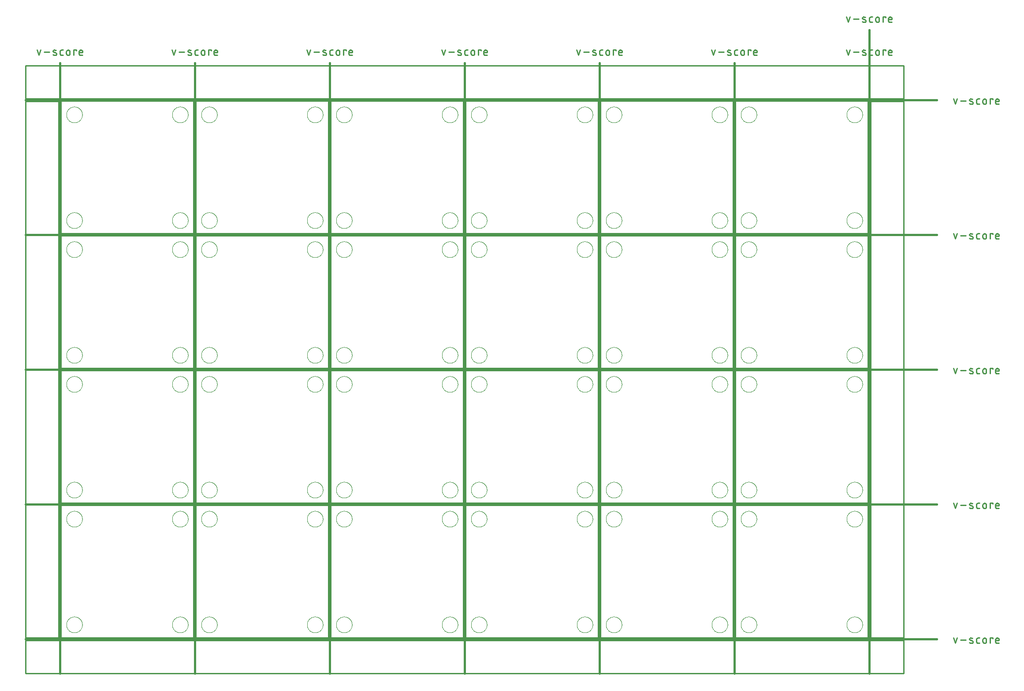
<source format=gko>
G04 EAGLE Gerber RS-274X export*
G75*
%MOMM*%
%FSLAX34Y34*%
%LPD*%
%IN*%
%IPPOS*%
%AMOC8*
5,1,8,0,0,1.08239X$1,22.5*%
G01*
%ADD10C,0.203200*%
%ADD11C,0.381000*%
%ADD12C,0.279400*%
%ADD13C,0.254000*%
%ADD14C,0.000000*%


D10*
X254000Y254000D02*
X0Y254000D01*
X0Y0D01*
X254000Y0D01*
X254000Y254000D01*
X259080Y254000D02*
X513080Y254000D01*
X259080Y254000D02*
X259080Y0D01*
X513080Y0D01*
X513080Y254000D01*
X518160Y254000D02*
X772160Y254000D01*
X518160Y254000D02*
X518160Y0D01*
X772160Y0D01*
X772160Y254000D01*
X777240Y254000D02*
X1031240Y254000D01*
X777240Y254000D02*
X777240Y0D01*
X1031240Y0D01*
X1031240Y254000D01*
X1036320Y254000D02*
X1290320Y254000D01*
X1036320Y254000D02*
X1036320Y0D01*
X1290320Y0D01*
X1290320Y254000D01*
X1295400Y254000D02*
X1549400Y254000D01*
X1295400Y254000D02*
X1295400Y0D01*
X1549400Y0D01*
X1549400Y254000D01*
X254000Y513080D02*
X0Y513080D01*
X0Y259080D01*
X254000Y259080D01*
X254000Y513080D01*
X259080Y513080D02*
X513080Y513080D01*
X259080Y513080D02*
X259080Y259080D01*
X513080Y259080D01*
X513080Y513080D01*
X518160Y513080D02*
X772160Y513080D01*
X518160Y513080D02*
X518160Y259080D01*
X772160Y259080D01*
X772160Y513080D01*
X777240Y513080D02*
X1031240Y513080D01*
X777240Y513080D02*
X777240Y259080D01*
X1031240Y259080D01*
X1031240Y513080D01*
X1036320Y513080D02*
X1290320Y513080D01*
X1036320Y513080D02*
X1036320Y259080D01*
X1290320Y259080D01*
X1290320Y513080D01*
X1295400Y513080D02*
X1549400Y513080D01*
X1295400Y513080D02*
X1295400Y259080D01*
X1549400Y259080D01*
X1549400Y513080D01*
X254000Y772160D02*
X0Y772160D01*
X0Y518160D01*
X254000Y518160D01*
X254000Y772160D01*
X259080Y772160D02*
X513080Y772160D01*
X259080Y772160D02*
X259080Y518160D01*
X513080Y518160D01*
X513080Y772160D01*
X518160Y772160D02*
X772160Y772160D01*
X518160Y772160D02*
X518160Y518160D01*
X772160Y518160D01*
X772160Y772160D01*
X777240Y772160D02*
X1031240Y772160D01*
X777240Y772160D02*
X777240Y518160D01*
X1031240Y518160D01*
X1031240Y772160D01*
X1036320Y772160D02*
X1290320Y772160D01*
X1036320Y772160D02*
X1036320Y518160D01*
X1290320Y518160D01*
X1290320Y772160D01*
X1295400Y772160D02*
X1549400Y772160D01*
X1295400Y772160D02*
X1295400Y518160D01*
X1549400Y518160D01*
X1549400Y772160D01*
X254000Y1031240D02*
X0Y1031240D01*
X0Y777240D01*
X254000Y777240D01*
X254000Y1031240D01*
X259080Y1031240D02*
X513080Y1031240D01*
X259080Y1031240D02*
X259080Y777240D01*
X513080Y777240D01*
X513080Y1031240D01*
X518160Y1031240D02*
X772160Y1031240D01*
X518160Y1031240D02*
X518160Y777240D01*
X772160Y777240D01*
X772160Y1031240D01*
X777240Y1031240D02*
X1031240Y1031240D01*
X777240Y1031240D02*
X777240Y777240D01*
X1031240Y777240D01*
X1031240Y1031240D01*
X1036320Y1031240D02*
X1290320Y1031240D01*
X1036320Y1031240D02*
X1036320Y777240D01*
X1290320Y777240D01*
X1290320Y1031240D01*
X1295400Y1031240D02*
X1549400Y1031240D01*
X1295400Y1031240D02*
X1295400Y777240D01*
X1549400Y777240D01*
X1549400Y1031240D01*
D11*
X-2540Y1104900D02*
X-2540Y-68580D01*
D12*
X-42921Y1120267D02*
X-46251Y1130258D01*
X-39590Y1130258D02*
X-42921Y1120267D01*
X-32806Y1126095D02*
X-22815Y1126095D01*
X-14261Y1126095D02*
X-10098Y1124430D01*
X-14261Y1126094D02*
X-14346Y1126130D01*
X-14429Y1126170D01*
X-14510Y1126213D01*
X-14590Y1126260D01*
X-14667Y1126310D01*
X-14743Y1126363D01*
X-14816Y1126419D01*
X-14886Y1126479D01*
X-14954Y1126541D01*
X-15019Y1126606D01*
X-15081Y1126674D01*
X-15141Y1126745D01*
X-15197Y1126818D01*
X-15250Y1126893D01*
X-15300Y1126971D01*
X-15346Y1127050D01*
X-15389Y1127132D01*
X-15429Y1127215D01*
X-15465Y1127300D01*
X-15497Y1127386D01*
X-15526Y1127474D01*
X-15550Y1127563D01*
X-15571Y1127653D01*
X-15588Y1127743D01*
X-15602Y1127834D01*
X-15611Y1127926D01*
X-15616Y1128018D01*
X-15618Y1128110D01*
X-15616Y1128202D01*
X-15609Y1128294D01*
X-15599Y1128386D01*
X-15585Y1128477D01*
X-15567Y1128568D01*
X-15545Y1128657D01*
X-15519Y1128746D01*
X-15489Y1128833D01*
X-15456Y1128919D01*
X-15419Y1129003D01*
X-15379Y1129086D01*
X-15335Y1129167D01*
X-15288Y1129246D01*
X-15237Y1129323D01*
X-15183Y1129398D01*
X-15126Y1129471D01*
X-15066Y1129541D01*
X-15003Y1129608D01*
X-14937Y1129672D01*
X-14869Y1129734D01*
X-14798Y1129793D01*
X-14724Y1129848D01*
X-14648Y1129901D01*
X-14570Y1129950D01*
X-14490Y1129996D01*
X-14409Y1130038D01*
X-14325Y1130077D01*
X-14240Y1130112D01*
X-14153Y1130143D01*
X-14065Y1130171D01*
X-13976Y1130195D01*
X-13886Y1130215D01*
X-13796Y1130232D01*
X-13704Y1130244D01*
X-13612Y1130253D01*
X-13520Y1130257D01*
X-13428Y1130258D01*
X-13201Y1130252D01*
X-12974Y1130241D01*
X-12747Y1130224D01*
X-12521Y1130201D01*
X-12295Y1130174D01*
X-12070Y1130140D01*
X-11846Y1130102D01*
X-11623Y1130058D01*
X-11401Y1130009D01*
X-11180Y1129954D01*
X-10961Y1129894D01*
X-10743Y1129829D01*
X-10527Y1129758D01*
X-10313Y1129683D01*
X-10100Y1129602D01*
X-9890Y1129516D01*
X-9681Y1129425D01*
X-10098Y1124430D02*
X-10013Y1124394D01*
X-9930Y1124354D01*
X-9849Y1124311D01*
X-9769Y1124264D01*
X-9692Y1124214D01*
X-9616Y1124161D01*
X-9543Y1124105D01*
X-9473Y1124045D01*
X-9405Y1123983D01*
X-9340Y1123918D01*
X-9278Y1123850D01*
X-9218Y1123779D01*
X-9162Y1123706D01*
X-9109Y1123631D01*
X-9059Y1123553D01*
X-9013Y1123474D01*
X-8970Y1123392D01*
X-8930Y1123309D01*
X-8894Y1123224D01*
X-8862Y1123138D01*
X-8833Y1123050D01*
X-8809Y1122961D01*
X-8788Y1122871D01*
X-8771Y1122781D01*
X-8757Y1122690D01*
X-8748Y1122598D01*
X-8743Y1122506D01*
X-8741Y1122414D01*
X-8743Y1122322D01*
X-8750Y1122230D01*
X-8760Y1122138D01*
X-8774Y1122047D01*
X-8792Y1121956D01*
X-8814Y1121867D01*
X-8840Y1121778D01*
X-8870Y1121691D01*
X-8903Y1121605D01*
X-8940Y1121521D01*
X-8980Y1121438D01*
X-9024Y1121357D01*
X-9071Y1121278D01*
X-9122Y1121201D01*
X-9176Y1121126D01*
X-9233Y1121053D01*
X-9293Y1120983D01*
X-9356Y1120916D01*
X-9422Y1120852D01*
X-9490Y1120790D01*
X-9561Y1120731D01*
X-9635Y1120676D01*
X-9711Y1120623D01*
X-9789Y1120574D01*
X-9869Y1120528D01*
X-9950Y1120486D01*
X-10034Y1120447D01*
X-10119Y1120412D01*
X-10206Y1120381D01*
X-10294Y1120353D01*
X-10383Y1120329D01*
X-10473Y1120309D01*
X-10563Y1120292D01*
X-10655Y1120280D01*
X-10747Y1120271D01*
X-10839Y1120267D01*
X-10931Y1120266D01*
X-10931Y1120267D02*
X-11265Y1120276D01*
X-11598Y1120293D01*
X-11931Y1120317D01*
X-12264Y1120350D01*
X-12595Y1120390D01*
X-12926Y1120438D01*
X-13255Y1120494D01*
X-13583Y1120557D01*
X-13909Y1120629D01*
X-14233Y1120708D01*
X-14556Y1120794D01*
X-14876Y1120889D01*
X-15194Y1120991D01*
X-15510Y1121100D01*
X562Y1120267D02*
X3892Y1120267D01*
X562Y1120267D02*
X464Y1120269D01*
X366Y1120275D01*
X268Y1120284D01*
X171Y1120298D01*
X75Y1120315D01*
X-21Y1120336D01*
X-116Y1120361D01*
X-210Y1120389D01*
X-303Y1120421D01*
X-394Y1120457D01*
X-484Y1120496D01*
X-572Y1120539D01*
X-659Y1120586D01*
X-743Y1120635D01*
X-826Y1120688D01*
X-906Y1120744D01*
X-985Y1120803D01*
X-1060Y1120866D01*
X-1134Y1120931D01*
X-1204Y1120999D01*
X-1272Y1121069D01*
X-1338Y1121143D01*
X-1400Y1121219D01*
X-1459Y1121297D01*
X-1515Y1121377D01*
X-1568Y1121460D01*
X-1618Y1121544D01*
X-1664Y1121631D01*
X-1707Y1121719D01*
X-1746Y1121809D01*
X-1782Y1121900D01*
X-1814Y1121993D01*
X-1842Y1122087D01*
X-1867Y1122182D01*
X-1888Y1122278D01*
X-1905Y1122374D01*
X-1919Y1122471D01*
X-1928Y1122569D01*
X-1934Y1122667D01*
X-1936Y1122765D01*
X-1936Y1127760D01*
X-1934Y1127858D01*
X-1928Y1127956D01*
X-1919Y1128054D01*
X-1905Y1128151D01*
X-1888Y1128247D01*
X-1867Y1128343D01*
X-1842Y1128438D01*
X-1814Y1128532D01*
X-1782Y1128625D01*
X-1746Y1128716D01*
X-1707Y1128806D01*
X-1664Y1128894D01*
X-1617Y1128981D01*
X-1568Y1129065D01*
X-1515Y1129148D01*
X-1459Y1129228D01*
X-1400Y1129306D01*
X-1337Y1129382D01*
X-1272Y1129456D01*
X-1204Y1129526D01*
X-1134Y1129594D01*
X-1060Y1129659D01*
X-984Y1129722D01*
X-906Y1129781D01*
X-826Y1129837D01*
X-743Y1129890D01*
X-659Y1129939D01*
X-572Y1129986D01*
X-484Y1130029D01*
X-394Y1130068D01*
X-303Y1130104D01*
X-210Y1130136D01*
X-116Y1130164D01*
X-21Y1130189D01*
X75Y1130210D01*
X171Y1130227D01*
X268Y1130241D01*
X366Y1130250D01*
X464Y1130256D01*
X562Y1130258D01*
X3892Y1130258D01*
X10022Y1126927D02*
X10022Y1123597D01*
X10022Y1126927D02*
X10024Y1127041D01*
X10030Y1127154D01*
X10039Y1127268D01*
X10053Y1127380D01*
X10070Y1127493D01*
X10092Y1127605D01*
X10117Y1127715D01*
X10145Y1127825D01*
X10178Y1127934D01*
X10214Y1128042D01*
X10254Y1128149D01*
X10298Y1128254D01*
X10345Y1128357D01*
X10395Y1128459D01*
X10449Y1128559D01*
X10507Y1128657D01*
X10568Y1128753D01*
X10631Y1128847D01*
X10699Y1128939D01*
X10769Y1129029D01*
X10842Y1129115D01*
X10918Y1129200D01*
X10997Y1129282D01*
X11079Y1129361D01*
X11164Y1129437D01*
X11250Y1129510D01*
X11340Y1129580D01*
X11432Y1129648D01*
X11526Y1129711D01*
X11622Y1129772D01*
X11720Y1129830D01*
X11820Y1129884D01*
X11922Y1129934D01*
X12025Y1129981D01*
X12130Y1130025D01*
X12237Y1130065D01*
X12345Y1130101D01*
X12454Y1130134D01*
X12564Y1130162D01*
X12674Y1130187D01*
X12786Y1130209D01*
X12899Y1130226D01*
X13011Y1130240D01*
X13125Y1130249D01*
X13238Y1130255D01*
X13352Y1130257D01*
X13466Y1130255D01*
X13579Y1130249D01*
X13693Y1130240D01*
X13805Y1130226D01*
X13918Y1130209D01*
X14030Y1130187D01*
X14140Y1130162D01*
X14250Y1130134D01*
X14359Y1130101D01*
X14467Y1130065D01*
X14574Y1130025D01*
X14679Y1129981D01*
X14782Y1129934D01*
X14884Y1129884D01*
X14984Y1129830D01*
X15082Y1129772D01*
X15178Y1129711D01*
X15272Y1129648D01*
X15364Y1129580D01*
X15454Y1129510D01*
X15540Y1129437D01*
X15625Y1129361D01*
X15707Y1129282D01*
X15786Y1129200D01*
X15862Y1129115D01*
X15935Y1129029D01*
X16005Y1128939D01*
X16073Y1128847D01*
X16136Y1128753D01*
X16197Y1128657D01*
X16255Y1128559D01*
X16309Y1128459D01*
X16359Y1128357D01*
X16406Y1128254D01*
X16450Y1128149D01*
X16490Y1128042D01*
X16526Y1127934D01*
X16559Y1127825D01*
X16587Y1127715D01*
X16612Y1127605D01*
X16634Y1127493D01*
X16651Y1127380D01*
X16665Y1127268D01*
X16674Y1127154D01*
X16680Y1127041D01*
X16682Y1126927D01*
X16682Y1123597D01*
X16680Y1123483D01*
X16674Y1123370D01*
X16665Y1123256D01*
X16651Y1123144D01*
X16634Y1123031D01*
X16612Y1122919D01*
X16587Y1122809D01*
X16559Y1122699D01*
X16526Y1122590D01*
X16490Y1122482D01*
X16450Y1122375D01*
X16406Y1122270D01*
X16359Y1122167D01*
X16309Y1122065D01*
X16255Y1121965D01*
X16197Y1121867D01*
X16136Y1121771D01*
X16073Y1121677D01*
X16005Y1121585D01*
X15935Y1121495D01*
X15862Y1121409D01*
X15786Y1121324D01*
X15707Y1121242D01*
X15625Y1121163D01*
X15540Y1121087D01*
X15454Y1121014D01*
X15364Y1120944D01*
X15272Y1120876D01*
X15178Y1120813D01*
X15082Y1120752D01*
X14984Y1120694D01*
X14884Y1120640D01*
X14782Y1120590D01*
X14679Y1120543D01*
X14574Y1120499D01*
X14467Y1120459D01*
X14359Y1120423D01*
X14250Y1120390D01*
X14140Y1120362D01*
X14030Y1120337D01*
X13918Y1120315D01*
X13805Y1120298D01*
X13693Y1120284D01*
X13579Y1120275D01*
X13466Y1120269D01*
X13352Y1120267D01*
X13238Y1120269D01*
X13125Y1120275D01*
X13011Y1120284D01*
X12899Y1120298D01*
X12786Y1120315D01*
X12674Y1120337D01*
X12564Y1120362D01*
X12454Y1120390D01*
X12345Y1120423D01*
X12237Y1120459D01*
X12130Y1120499D01*
X12025Y1120543D01*
X11922Y1120590D01*
X11820Y1120640D01*
X11720Y1120694D01*
X11622Y1120752D01*
X11526Y1120813D01*
X11432Y1120876D01*
X11340Y1120944D01*
X11250Y1121014D01*
X11164Y1121087D01*
X11079Y1121163D01*
X10997Y1121242D01*
X10918Y1121324D01*
X10842Y1121409D01*
X10769Y1121495D01*
X10699Y1121585D01*
X10631Y1121677D01*
X10568Y1121771D01*
X10507Y1121867D01*
X10449Y1121965D01*
X10395Y1122065D01*
X10345Y1122167D01*
X10298Y1122270D01*
X10254Y1122375D01*
X10214Y1122482D01*
X10178Y1122590D01*
X10145Y1122699D01*
X10117Y1122809D01*
X10092Y1122919D01*
X10070Y1123031D01*
X10053Y1123144D01*
X10039Y1123256D01*
X10030Y1123370D01*
X10024Y1123483D01*
X10022Y1123597D01*
X24218Y1120267D02*
X24218Y1130258D01*
X29213Y1130258D01*
X29213Y1128593D01*
X37008Y1120267D02*
X41171Y1120267D01*
X37008Y1120267D02*
X36910Y1120269D01*
X36812Y1120275D01*
X36714Y1120284D01*
X36617Y1120298D01*
X36521Y1120315D01*
X36425Y1120336D01*
X36330Y1120361D01*
X36236Y1120389D01*
X36143Y1120421D01*
X36052Y1120457D01*
X35962Y1120496D01*
X35874Y1120539D01*
X35787Y1120586D01*
X35703Y1120635D01*
X35620Y1120688D01*
X35540Y1120744D01*
X35462Y1120803D01*
X35386Y1120866D01*
X35312Y1120931D01*
X35242Y1120999D01*
X35174Y1121069D01*
X35109Y1121143D01*
X35046Y1121219D01*
X34987Y1121297D01*
X34931Y1121377D01*
X34878Y1121460D01*
X34829Y1121544D01*
X34782Y1121631D01*
X34739Y1121719D01*
X34700Y1121809D01*
X34664Y1121900D01*
X34632Y1121993D01*
X34604Y1122087D01*
X34579Y1122182D01*
X34558Y1122278D01*
X34541Y1122374D01*
X34527Y1122471D01*
X34518Y1122569D01*
X34512Y1122667D01*
X34510Y1122765D01*
X34510Y1126927D01*
X34511Y1126927D02*
X34513Y1127041D01*
X34519Y1127154D01*
X34528Y1127268D01*
X34542Y1127380D01*
X34559Y1127493D01*
X34581Y1127605D01*
X34606Y1127715D01*
X34634Y1127825D01*
X34667Y1127934D01*
X34703Y1128042D01*
X34743Y1128149D01*
X34787Y1128254D01*
X34834Y1128357D01*
X34884Y1128459D01*
X34938Y1128559D01*
X34996Y1128657D01*
X35057Y1128753D01*
X35120Y1128847D01*
X35188Y1128939D01*
X35258Y1129029D01*
X35331Y1129115D01*
X35407Y1129200D01*
X35486Y1129282D01*
X35568Y1129361D01*
X35653Y1129437D01*
X35739Y1129510D01*
X35829Y1129580D01*
X35921Y1129648D01*
X36015Y1129711D01*
X36111Y1129772D01*
X36209Y1129830D01*
X36309Y1129884D01*
X36411Y1129934D01*
X36514Y1129981D01*
X36619Y1130025D01*
X36726Y1130065D01*
X36834Y1130101D01*
X36943Y1130134D01*
X37053Y1130162D01*
X37163Y1130187D01*
X37275Y1130209D01*
X37388Y1130226D01*
X37500Y1130240D01*
X37614Y1130249D01*
X37727Y1130255D01*
X37841Y1130257D01*
X37955Y1130255D01*
X38068Y1130249D01*
X38182Y1130240D01*
X38294Y1130226D01*
X38407Y1130209D01*
X38519Y1130187D01*
X38629Y1130162D01*
X38739Y1130134D01*
X38848Y1130101D01*
X38956Y1130065D01*
X39063Y1130025D01*
X39168Y1129981D01*
X39271Y1129934D01*
X39373Y1129884D01*
X39473Y1129830D01*
X39571Y1129772D01*
X39667Y1129711D01*
X39761Y1129648D01*
X39853Y1129580D01*
X39943Y1129510D01*
X40029Y1129437D01*
X40114Y1129361D01*
X40196Y1129282D01*
X40275Y1129200D01*
X40351Y1129115D01*
X40424Y1129029D01*
X40494Y1128939D01*
X40562Y1128847D01*
X40625Y1128753D01*
X40686Y1128657D01*
X40744Y1128559D01*
X40798Y1128459D01*
X40848Y1128357D01*
X40895Y1128254D01*
X40939Y1128149D01*
X40979Y1128042D01*
X41015Y1127934D01*
X41048Y1127825D01*
X41076Y1127715D01*
X41101Y1127605D01*
X41123Y1127493D01*
X41140Y1127380D01*
X41154Y1127268D01*
X41163Y1127154D01*
X41169Y1127041D01*
X41171Y1126927D01*
X41171Y1125262D01*
X34510Y1125262D01*
D11*
X256540Y1104900D02*
X256540Y-68580D01*
D12*
X216159Y1120267D02*
X212829Y1130258D01*
X219490Y1130258D02*
X216159Y1120267D01*
X226274Y1126095D02*
X236265Y1126095D01*
X244819Y1126095D02*
X248982Y1124430D01*
X244819Y1126094D02*
X244734Y1126130D01*
X244651Y1126170D01*
X244570Y1126213D01*
X244490Y1126260D01*
X244413Y1126310D01*
X244337Y1126363D01*
X244264Y1126419D01*
X244194Y1126479D01*
X244126Y1126541D01*
X244061Y1126606D01*
X243999Y1126674D01*
X243939Y1126745D01*
X243883Y1126818D01*
X243830Y1126893D01*
X243780Y1126971D01*
X243734Y1127050D01*
X243691Y1127132D01*
X243651Y1127215D01*
X243615Y1127300D01*
X243583Y1127386D01*
X243554Y1127474D01*
X243530Y1127563D01*
X243509Y1127653D01*
X243492Y1127743D01*
X243478Y1127834D01*
X243469Y1127926D01*
X243464Y1128018D01*
X243462Y1128110D01*
X243464Y1128202D01*
X243471Y1128294D01*
X243481Y1128386D01*
X243495Y1128477D01*
X243513Y1128568D01*
X243535Y1128657D01*
X243561Y1128746D01*
X243591Y1128833D01*
X243624Y1128919D01*
X243661Y1129003D01*
X243701Y1129086D01*
X243745Y1129167D01*
X243792Y1129246D01*
X243843Y1129323D01*
X243897Y1129398D01*
X243954Y1129471D01*
X244014Y1129541D01*
X244077Y1129608D01*
X244143Y1129672D01*
X244211Y1129734D01*
X244282Y1129793D01*
X244356Y1129848D01*
X244432Y1129901D01*
X244510Y1129950D01*
X244590Y1129996D01*
X244671Y1130038D01*
X244755Y1130077D01*
X244840Y1130112D01*
X244927Y1130143D01*
X245015Y1130171D01*
X245104Y1130195D01*
X245194Y1130215D01*
X245284Y1130232D01*
X245376Y1130244D01*
X245468Y1130253D01*
X245560Y1130257D01*
X245652Y1130258D01*
X245879Y1130252D01*
X246106Y1130241D01*
X246333Y1130224D01*
X246559Y1130201D01*
X246785Y1130174D01*
X247010Y1130140D01*
X247234Y1130102D01*
X247457Y1130058D01*
X247679Y1130009D01*
X247900Y1129954D01*
X248119Y1129894D01*
X248337Y1129829D01*
X248553Y1129758D01*
X248767Y1129683D01*
X248980Y1129602D01*
X249190Y1129516D01*
X249399Y1129425D01*
X248982Y1124430D02*
X249067Y1124394D01*
X249150Y1124354D01*
X249231Y1124311D01*
X249311Y1124264D01*
X249388Y1124214D01*
X249464Y1124161D01*
X249537Y1124105D01*
X249607Y1124045D01*
X249675Y1123983D01*
X249740Y1123918D01*
X249802Y1123850D01*
X249862Y1123779D01*
X249918Y1123706D01*
X249971Y1123631D01*
X250021Y1123553D01*
X250067Y1123474D01*
X250110Y1123392D01*
X250150Y1123309D01*
X250186Y1123224D01*
X250218Y1123138D01*
X250247Y1123050D01*
X250271Y1122961D01*
X250292Y1122871D01*
X250309Y1122781D01*
X250323Y1122690D01*
X250332Y1122598D01*
X250337Y1122506D01*
X250339Y1122414D01*
X250337Y1122322D01*
X250330Y1122230D01*
X250320Y1122138D01*
X250306Y1122047D01*
X250288Y1121956D01*
X250266Y1121867D01*
X250240Y1121778D01*
X250210Y1121691D01*
X250177Y1121605D01*
X250140Y1121521D01*
X250100Y1121438D01*
X250056Y1121357D01*
X250009Y1121278D01*
X249958Y1121201D01*
X249904Y1121126D01*
X249847Y1121053D01*
X249787Y1120983D01*
X249724Y1120916D01*
X249658Y1120852D01*
X249590Y1120790D01*
X249519Y1120731D01*
X249445Y1120676D01*
X249369Y1120623D01*
X249291Y1120574D01*
X249211Y1120528D01*
X249130Y1120486D01*
X249046Y1120447D01*
X248961Y1120412D01*
X248874Y1120381D01*
X248786Y1120353D01*
X248697Y1120329D01*
X248607Y1120309D01*
X248517Y1120292D01*
X248425Y1120280D01*
X248333Y1120271D01*
X248241Y1120267D01*
X248149Y1120266D01*
X248149Y1120267D02*
X247815Y1120276D01*
X247482Y1120293D01*
X247149Y1120317D01*
X246816Y1120350D01*
X246485Y1120390D01*
X246154Y1120438D01*
X245825Y1120494D01*
X245497Y1120557D01*
X245171Y1120629D01*
X244847Y1120708D01*
X244524Y1120794D01*
X244204Y1120889D01*
X243886Y1120991D01*
X243570Y1121100D01*
X259642Y1120267D02*
X262972Y1120267D01*
X259642Y1120267D02*
X259544Y1120269D01*
X259446Y1120275D01*
X259348Y1120284D01*
X259251Y1120298D01*
X259155Y1120315D01*
X259059Y1120336D01*
X258964Y1120361D01*
X258870Y1120389D01*
X258777Y1120421D01*
X258686Y1120457D01*
X258596Y1120496D01*
X258508Y1120539D01*
X258421Y1120586D01*
X258337Y1120635D01*
X258254Y1120688D01*
X258174Y1120744D01*
X258096Y1120803D01*
X258020Y1120866D01*
X257946Y1120931D01*
X257876Y1120999D01*
X257808Y1121069D01*
X257743Y1121143D01*
X257680Y1121219D01*
X257621Y1121297D01*
X257565Y1121377D01*
X257512Y1121460D01*
X257463Y1121544D01*
X257416Y1121631D01*
X257373Y1121719D01*
X257334Y1121809D01*
X257298Y1121900D01*
X257266Y1121993D01*
X257238Y1122087D01*
X257213Y1122182D01*
X257192Y1122278D01*
X257175Y1122374D01*
X257161Y1122471D01*
X257152Y1122569D01*
X257146Y1122667D01*
X257144Y1122765D01*
X257144Y1127760D01*
X257146Y1127858D01*
X257152Y1127956D01*
X257161Y1128054D01*
X257175Y1128151D01*
X257192Y1128247D01*
X257213Y1128343D01*
X257238Y1128438D01*
X257266Y1128532D01*
X257298Y1128625D01*
X257334Y1128716D01*
X257373Y1128806D01*
X257416Y1128894D01*
X257463Y1128981D01*
X257512Y1129065D01*
X257565Y1129148D01*
X257621Y1129228D01*
X257680Y1129307D01*
X257743Y1129382D01*
X257808Y1129456D01*
X257876Y1129526D01*
X257946Y1129594D01*
X258020Y1129660D01*
X258096Y1129722D01*
X258174Y1129781D01*
X258254Y1129837D01*
X258337Y1129890D01*
X258421Y1129940D01*
X258508Y1129986D01*
X258596Y1130029D01*
X258686Y1130068D01*
X258777Y1130104D01*
X258870Y1130136D01*
X258964Y1130164D01*
X259059Y1130189D01*
X259155Y1130210D01*
X259251Y1130227D01*
X259348Y1130241D01*
X259446Y1130250D01*
X259544Y1130256D01*
X259642Y1130258D01*
X262972Y1130258D01*
X269102Y1126927D02*
X269102Y1123597D01*
X269102Y1126927D02*
X269104Y1127041D01*
X269110Y1127154D01*
X269119Y1127268D01*
X269133Y1127380D01*
X269150Y1127493D01*
X269172Y1127605D01*
X269197Y1127715D01*
X269225Y1127825D01*
X269258Y1127934D01*
X269294Y1128042D01*
X269334Y1128149D01*
X269378Y1128254D01*
X269425Y1128357D01*
X269475Y1128459D01*
X269529Y1128559D01*
X269587Y1128657D01*
X269648Y1128753D01*
X269711Y1128847D01*
X269779Y1128939D01*
X269849Y1129029D01*
X269922Y1129115D01*
X269998Y1129200D01*
X270077Y1129282D01*
X270159Y1129361D01*
X270244Y1129437D01*
X270330Y1129510D01*
X270420Y1129580D01*
X270512Y1129648D01*
X270606Y1129711D01*
X270702Y1129772D01*
X270800Y1129830D01*
X270900Y1129884D01*
X271002Y1129934D01*
X271105Y1129981D01*
X271210Y1130025D01*
X271317Y1130065D01*
X271425Y1130101D01*
X271534Y1130134D01*
X271644Y1130162D01*
X271754Y1130187D01*
X271866Y1130209D01*
X271979Y1130226D01*
X272091Y1130240D01*
X272205Y1130249D01*
X272318Y1130255D01*
X272432Y1130257D01*
X272546Y1130255D01*
X272659Y1130249D01*
X272773Y1130240D01*
X272885Y1130226D01*
X272998Y1130209D01*
X273110Y1130187D01*
X273220Y1130162D01*
X273330Y1130134D01*
X273439Y1130101D01*
X273547Y1130065D01*
X273654Y1130025D01*
X273759Y1129981D01*
X273862Y1129934D01*
X273964Y1129884D01*
X274064Y1129830D01*
X274162Y1129772D01*
X274258Y1129711D01*
X274352Y1129648D01*
X274444Y1129580D01*
X274534Y1129510D01*
X274620Y1129437D01*
X274705Y1129361D01*
X274787Y1129282D01*
X274866Y1129200D01*
X274942Y1129115D01*
X275015Y1129029D01*
X275085Y1128939D01*
X275153Y1128847D01*
X275216Y1128753D01*
X275277Y1128657D01*
X275335Y1128559D01*
X275389Y1128459D01*
X275439Y1128357D01*
X275486Y1128254D01*
X275530Y1128149D01*
X275570Y1128042D01*
X275606Y1127934D01*
X275639Y1127825D01*
X275667Y1127715D01*
X275692Y1127605D01*
X275714Y1127493D01*
X275731Y1127380D01*
X275745Y1127268D01*
X275754Y1127154D01*
X275760Y1127041D01*
X275762Y1126927D01*
X275762Y1123597D01*
X275760Y1123483D01*
X275754Y1123370D01*
X275745Y1123256D01*
X275731Y1123144D01*
X275714Y1123031D01*
X275692Y1122919D01*
X275667Y1122809D01*
X275639Y1122699D01*
X275606Y1122590D01*
X275570Y1122482D01*
X275530Y1122375D01*
X275486Y1122270D01*
X275439Y1122167D01*
X275389Y1122065D01*
X275335Y1121965D01*
X275277Y1121867D01*
X275216Y1121771D01*
X275153Y1121677D01*
X275085Y1121585D01*
X275015Y1121495D01*
X274942Y1121409D01*
X274866Y1121324D01*
X274787Y1121242D01*
X274705Y1121163D01*
X274620Y1121087D01*
X274534Y1121014D01*
X274444Y1120944D01*
X274352Y1120876D01*
X274258Y1120813D01*
X274162Y1120752D01*
X274064Y1120694D01*
X273964Y1120640D01*
X273862Y1120590D01*
X273759Y1120543D01*
X273654Y1120499D01*
X273547Y1120459D01*
X273439Y1120423D01*
X273330Y1120390D01*
X273220Y1120362D01*
X273110Y1120337D01*
X272998Y1120315D01*
X272885Y1120298D01*
X272773Y1120284D01*
X272659Y1120275D01*
X272546Y1120269D01*
X272432Y1120267D01*
X272318Y1120269D01*
X272205Y1120275D01*
X272091Y1120284D01*
X271979Y1120298D01*
X271866Y1120315D01*
X271754Y1120337D01*
X271644Y1120362D01*
X271534Y1120390D01*
X271425Y1120423D01*
X271317Y1120459D01*
X271210Y1120499D01*
X271105Y1120543D01*
X271002Y1120590D01*
X270900Y1120640D01*
X270800Y1120694D01*
X270702Y1120752D01*
X270606Y1120813D01*
X270512Y1120876D01*
X270420Y1120944D01*
X270330Y1121014D01*
X270244Y1121087D01*
X270159Y1121163D01*
X270077Y1121242D01*
X269998Y1121324D01*
X269922Y1121409D01*
X269849Y1121495D01*
X269779Y1121585D01*
X269711Y1121677D01*
X269648Y1121771D01*
X269587Y1121867D01*
X269529Y1121965D01*
X269475Y1122065D01*
X269425Y1122167D01*
X269378Y1122270D01*
X269334Y1122375D01*
X269294Y1122482D01*
X269258Y1122590D01*
X269225Y1122699D01*
X269197Y1122809D01*
X269172Y1122919D01*
X269150Y1123031D01*
X269133Y1123144D01*
X269119Y1123256D01*
X269110Y1123370D01*
X269104Y1123483D01*
X269102Y1123597D01*
X283298Y1120267D02*
X283298Y1130258D01*
X288293Y1130258D01*
X288293Y1128593D01*
X296088Y1120267D02*
X300251Y1120267D01*
X296088Y1120267D02*
X295990Y1120269D01*
X295892Y1120275D01*
X295794Y1120284D01*
X295697Y1120298D01*
X295601Y1120315D01*
X295505Y1120336D01*
X295410Y1120361D01*
X295316Y1120389D01*
X295223Y1120421D01*
X295132Y1120457D01*
X295042Y1120496D01*
X294954Y1120539D01*
X294867Y1120586D01*
X294783Y1120635D01*
X294700Y1120688D01*
X294620Y1120744D01*
X294542Y1120803D01*
X294466Y1120866D01*
X294392Y1120931D01*
X294322Y1120999D01*
X294254Y1121069D01*
X294189Y1121143D01*
X294126Y1121219D01*
X294067Y1121297D01*
X294011Y1121377D01*
X293958Y1121460D01*
X293909Y1121544D01*
X293862Y1121631D01*
X293819Y1121719D01*
X293780Y1121809D01*
X293744Y1121900D01*
X293712Y1121993D01*
X293684Y1122087D01*
X293659Y1122182D01*
X293638Y1122278D01*
X293621Y1122374D01*
X293607Y1122471D01*
X293598Y1122569D01*
X293592Y1122667D01*
X293590Y1122765D01*
X293590Y1126927D01*
X293591Y1126927D02*
X293593Y1127041D01*
X293599Y1127154D01*
X293608Y1127268D01*
X293622Y1127380D01*
X293639Y1127493D01*
X293661Y1127605D01*
X293686Y1127715D01*
X293714Y1127825D01*
X293747Y1127934D01*
X293783Y1128042D01*
X293823Y1128149D01*
X293867Y1128254D01*
X293914Y1128357D01*
X293964Y1128459D01*
X294018Y1128559D01*
X294076Y1128657D01*
X294137Y1128753D01*
X294200Y1128847D01*
X294268Y1128939D01*
X294338Y1129029D01*
X294411Y1129115D01*
X294487Y1129200D01*
X294566Y1129282D01*
X294648Y1129361D01*
X294733Y1129437D01*
X294819Y1129510D01*
X294909Y1129580D01*
X295001Y1129648D01*
X295095Y1129711D01*
X295191Y1129772D01*
X295289Y1129830D01*
X295389Y1129884D01*
X295491Y1129934D01*
X295594Y1129981D01*
X295699Y1130025D01*
X295806Y1130065D01*
X295914Y1130101D01*
X296023Y1130134D01*
X296133Y1130162D01*
X296243Y1130187D01*
X296355Y1130209D01*
X296468Y1130226D01*
X296580Y1130240D01*
X296694Y1130249D01*
X296807Y1130255D01*
X296921Y1130257D01*
X297035Y1130255D01*
X297148Y1130249D01*
X297262Y1130240D01*
X297374Y1130226D01*
X297487Y1130209D01*
X297599Y1130187D01*
X297709Y1130162D01*
X297819Y1130134D01*
X297928Y1130101D01*
X298036Y1130065D01*
X298143Y1130025D01*
X298248Y1129981D01*
X298351Y1129934D01*
X298453Y1129884D01*
X298553Y1129830D01*
X298651Y1129772D01*
X298747Y1129711D01*
X298841Y1129648D01*
X298933Y1129580D01*
X299023Y1129510D01*
X299109Y1129437D01*
X299194Y1129361D01*
X299276Y1129282D01*
X299355Y1129200D01*
X299431Y1129115D01*
X299504Y1129029D01*
X299574Y1128939D01*
X299642Y1128847D01*
X299705Y1128753D01*
X299766Y1128657D01*
X299824Y1128559D01*
X299878Y1128459D01*
X299928Y1128357D01*
X299975Y1128254D01*
X300019Y1128149D01*
X300059Y1128042D01*
X300095Y1127934D01*
X300128Y1127825D01*
X300156Y1127715D01*
X300181Y1127605D01*
X300203Y1127493D01*
X300220Y1127380D01*
X300234Y1127268D01*
X300243Y1127154D01*
X300249Y1127041D01*
X300251Y1126927D01*
X300251Y1125262D01*
X293590Y1125262D01*
D11*
X515620Y1104900D02*
X515620Y-68580D01*
D12*
X475239Y1120267D02*
X471909Y1130258D01*
X478570Y1130258D02*
X475239Y1120267D01*
X485354Y1126095D02*
X495345Y1126095D01*
X503899Y1126095D02*
X508062Y1124430D01*
X503899Y1126094D02*
X503814Y1126130D01*
X503731Y1126170D01*
X503650Y1126213D01*
X503570Y1126260D01*
X503493Y1126310D01*
X503417Y1126363D01*
X503344Y1126419D01*
X503274Y1126479D01*
X503206Y1126541D01*
X503141Y1126606D01*
X503079Y1126674D01*
X503019Y1126745D01*
X502963Y1126818D01*
X502910Y1126893D01*
X502860Y1126971D01*
X502814Y1127050D01*
X502771Y1127132D01*
X502731Y1127215D01*
X502695Y1127300D01*
X502663Y1127386D01*
X502634Y1127474D01*
X502610Y1127563D01*
X502589Y1127653D01*
X502572Y1127743D01*
X502558Y1127834D01*
X502549Y1127926D01*
X502544Y1128018D01*
X502542Y1128110D01*
X502544Y1128202D01*
X502551Y1128294D01*
X502561Y1128386D01*
X502575Y1128477D01*
X502593Y1128568D01*
X502615Y1128657D01*
X502641Y1128746D01*
X502671Y1128833D01*
X502704Y1128919D01*
X502741Y1129003D01*
X502781Y1129086D01*
X502825Y1129167D01*
X502872Y1129246D01*
X502923Y1129323D01*
X502977Y1129398D01*
X503034Y1129471D01*
X503094Y1129541D01*
X503157Y1129608D01*
X503223Y1129672D01*
X503291Y1129734D01*
X503362Y1129793D01*
X503436Y1129848D01*
X503512Y1129901D01*
X503590Y1129950D01*
X503670Y1129996D01*
X503751Y1130038D01*
X503835Y1130077D01*
X503920Y1130112D01*
X504007Y1130143D01*
X504095Y1130171D01*
X504184Y1130195D01*
X504274Y1130215D01*
X504364Y1130232D01*
X504456Y1130244D01*
X504548Y1130253D01*
X504640Y1130257D01*
X504732Y1130258D01*
X504959Y1130252D01*
X505186Y1130241D01*
X505413Y1130224D01*
X505639Y1130201D01*
X505865Y1130174D01*
X506090Y1130140D01*
X506314Y1130102D01*
X506537Y1130058D01*
X506759Y1130009D01*
X506980Y1129954D01*
X507199Y1129894D01*
X507417Y1129829D01*
X507633Y1129758D01*
X507847Y1129683D01*
X508060Y1129602D01*
X508270Y1129516D01*
X508479Y1129425D01*
X508062Y1124430D02*
X508147Y1124394D01*
X508230Y1124354D01*
X508311Y1124311D01*
X508391Y1124264D01*
X508468Y1124214D01*
X508544Y1124161D01*
X508617Y1124105D01*
X508687Y1124045D01*
X508755Y1123983D01*
X508820Y1123918D01*
X508882Y1123850D01*
X508942Y1123779D01*
X508998Y1123706D01*
X509051Y1123631D01*
X509101Y1123553D01*
X509147Y1123474D01*
X509190Y1123392D01*
X509230Y1123309D01*
X509266Y1123224D01*
X509298Y1123138D01*
X509327Y1123050D01*
X509351Y1122961D01*
X509372Y1122871D01*
X509389Y1122781D01*
X509403Y1122690D01*
X509412Y1122598D01*
X509417Y1122506D01*
X509419Y1122414D01*
X509417Y1122322D01*
X509410Y1122230D01*
X509400Y1122138D01*
X509386Y1122047D01*
X509368Y1121956D01*
X509346Y1121867D01*
X509320Y1121778D01*
X509290Y1121691D01*
X509257Y1121605D01*
X509220Y1121521D01*
X509180Y1121438D01*
X509136Y1121357D01*
X509089Y1121278D01*
X509038Y1121201D01*
X508984Y1121126D01*
X508927Y1121053D01*
X508867Y1120983D01*
X508804Y1120916D01*
X508738Y1120852D01*
X508670Y1120790D01*
X508599Y1120731D01*
X508525Y1120676D01*
X508449Y1120623D01*
X508371Y1120574D01*
X508291Y1120528D01*
X508210Y1120486D01*
X508126Y1120447D01*
X508041Y1120412D01*
X507954Y1120381D01*
X507866Y1120353D01*
X507777Y1120329D01*
X507687Y1120309D01*
X507597Y1120292D01*
X507505Y1120280D01*
X507413Y1120271D01*
X507321Y1120267D01*
X507229Y1120266D01*
X507229Y1120267D02*
X506895Y1120276D01*
X506562Y1120293D01*
X506229Y1120317D01*
X505896Y1120350D01*
X505565Y1120390D01*
X505234Y1120438D01*
X504905Y1120494D01*
X504577Y1120557D01*
X504251Y1120629D01*
X503927Y1120708D01*
X503604Y1120794D01*
X503284Y1120889D01*
X502966Y1120991D01*
X502650Y1121100D01*
X518722Y1120267D02*
X522052Y1120267D01*
X518722Y1120267D02*
X518624Y1120269D01*
X518526Y1120275D01*
X518428Y1120284D01*
X518331Y1120298D01*
X518235Y1120315D01*
X518139Y1120336D01*
X518044Y1120361D01*
X517950Y1120389D01*
X517857Y1120421D01*
X517766Y1120457D01*
X517676Y1120496D01*
X517588Y1120539D01*
X517501Y1120586D01*
X517417Y1120635D01*
X517334Y1120688D01*
X517254Y1120744D01*
X517176Y1120803D01*
X517100Y1120866D01*
X517026Y1120931D01*
X516956Y1120999D01*
X516888Y1121069D01*
X516823Y1121143D01*
X516760Y1121219D01*
X516701Y1121297D01*
X516645Y1121377D01*
X516592Y1121460D01*
X516543Y1121544D01*
X516496Y1121631D01*
X516453Y1121719D01*
X516414Y1121809D01*
X516378Y1121900D01*
X516346Y1121993D01*
X516318Y1122087D01*
X516293Y1122182D01*
X516272Y1122278D01*
X516255Y1122374D01*
X516241Y1122471D01*
X516232Y1122569D01*
X516226Y1122667D01*
X516224Y1122765D01*
X516224Y1127760D01*
X516226Y1127858D01*
X516232Y1127956D01*
X516241Y1128054D01*
X516255Y1128151D01*
X516272Y1128247D01*
X516293Y1128343D01*
X516318Y1128438D01*
X516346Y1128532D01*
X516378Y1128625D01*
X516414Y1128716D01*
X516453Y1128806D01*
X516496Y1128894D01*
X516543Y1128981D01*
X516592Y1129065D01*
X516645Y1129148D01*
X516701Y1129228D01*
X516760Y1129307D01*
X516823Y1129382D01*
X516888Y1129456D01*
X516956Y1129526D01*
X517026Y1129594D01*
X517100Y1129660D01*
X517176Y1129722D01*
X517254Y1129781D01*
X517334Y1129837D01*
X517417Y1129890D01*
X517501Y1129940D01*
X517588Y1129986D01*
X517676Y1130029D01*
X517766Y1130068D01*
X517857Y1130104D01*
X517950Y1130136D01*
X518044Y1130164D01*
X518139Y1130189D01*
X518235Y1130210D01*
X518331Y1130227D01*
X518428Y1130241D01*
X518526Y1130250D01*
X518624Y1130256D01*
X518722Y1130258D01*
X522052Y1130258D01*
X528182Y1126927D02*
X528182Y1123597D01*
X528182Y1126927D02*
X528184Y1127041D01*
X528190Y1127154D01*
X528199Y1127268D01*
X528213Y1127380D01*
X528230Y1127493D01*
X528252Y1127605D01*
X528277Y1127715D01*
X528305Y1127825D01*
X528338Y1127934D01*
X528374Y1128042D01*
X528414Y1128149D01*
X528458Y1128254D01*
X528505Y1128357D01*
X528555Y1128459D01*
X528609Y1128559D01*
X528667Y1128657D01*
X528728Y1128753D01*
X528791Y1128847D01*
X528859Y1128939D01*
X528929Y1129029D01*
X529002Y1129115D01*
X529078Y1129200D01*
X529157Y1129282D01*
X529239Y1129361D01*
X529324Y1129437D01*
X529410Y1129510D01*
X529500Y1129580D01*
X529592Y1129648D01*
X529686Y1129711D01*
X529782Y1129772D01*
X529880Y1129830D01*
X529980Y1129884D01*
X530082Y1129934D01*
X530185Y1129981D01*
X530290Y1130025D01*
X530397Y1130065D01*
X530505Y1130101D01*
X530614Y1130134D01*
X530724Y1130162D01*
X530834Y1130187D01*
X530946Y1130209D01*
X531059Y1130226D01*
X531171Y1130240D01*
X531285Y1130249D01*
X531398Y1130255D01*
X531512Y1130257D01*
X531626Y1130255D01*
X531739Y1130249D01*
X531853Y1130240D01*
X531965Y1130226D01*
X532078Y1130209D01*
X532190Y1130187D01*
X532300Y1130162D01*
X532410Y1130134D01*
X532519Y1130101D01*
X532627Y1130065D01*
X532734Y1130025D01*
X532839Y1129981D01*
X532942Y1129934D01*
X533044Y1129884D01*
X533144Y1129830D01*
X533242Y1129772D01*
X533338Y1129711D01*
X533432Y1129648D01*
X533524Y1129580D01*
X533614Y1129510D01*
X533700Y1129437D01*
X533785Y1129361D01*
X533867Y1129282D01*
X533946Y1129200D01*
X534022Y1129115D01*
X534095Y1129029D01*
X534165Y1128939D01*
X534233Y1128847D01*
X534296Y1128753D01*
X534357Y1128657D01*
X534415Y1128559D01*
X534469Y1128459D01*
X534519Y1128357D01*
X534566Y1128254D01*
X534610Y1128149D01*
X534650Y1128042D01*
X534686Y1127934D01*
X534719Y1127825D01*
X534747Y1127715D01*
X534772Y1127605D01*
X534794Y1127493D01*
X534811Y1127380D01*
X534825Y1127268D01*
X534834Y1127154D01*
X534840Y1127041D01*
X534842Y1126927D01*
X534842Y1123597D01*
X534840Y1123483D01*
X534834Y1123370D01*
X534825Y1123256D01*
X534811Y1123144D01*
X534794Y1123031D01*
X534772Y1122919D01*
X534747Y1122809D01*
X534719Y1122699D01*
X534686Y1122590D01*
X534650Y1122482D01*
X534610Y1122375D01*
X534566Y1122270D01*
X534519Y1122167D01*
X534469Y1122065D01*
X534415Y1121965D01*
X534357Y1121867D01*
X534296Y1121771D01*
X534233Y1121677D01*
X534165Y1121585D01*
X534095Y1121495D01*
X534022Y1121409D01*
X533946Y1121324D01*
X533867Y1121242D01*
X533785Y1121163D01*
X533700Y1121087D01*
X533614Y1121014D01*
X533524Y1120944D01*
X533432Y1120876D01*
X533338Y1120813D01*
X533242Y1120752D01*
X533144Y1120694D01*
X533044Y1120640D01*
X532942Y1120590D01*
X532839Y1120543D01*
X532734Y1120499D01*
X532627Y1120459D01*
X532519Y1120423D01*
X532410Y1120390D01*
X532300Y1120362D01*
X532190Y1120337D01*
X532078Y1120315D01*
X531965Y1120298D01*
X531853Y1120284D01*
X531739Y1120275D01*
X531626Y1120269D01*
X531512Y1120267D01*
X531398Y1120269D01*
X531285Y1120275D01*
X531171Y1120284D01*
X531059Y1120298D01*
X530946Y1120315D01*
X530834Y1120337D01*
X530724Y1120362D01*
X530614Y1120390D01*
X530505Y1120423D01*
X530397Y1120459D01*
X530290Y1120499D01*
X530185Y1120543D01*
X530082Y1120590D01*
X529980Y1120640D01*
X529880Y1120694D01*
X529782Y1120752D01*
X529686Y1120813D01*
X529592Y1120876D01*
X529500Y1120944D01*
X529410Y1121014D01*
X529324Y1121087D01*
X529239Y1121163D01*
X529157Y1121242D01*
X529078Y1121324D01*
X529002Y1121409D01*
X528929Y1121495D01*
X528859Y1121585D01*
X528791Y1121677D01*
X528728Y1121771D01*
X528667Y1121867D01*
X528609Y1121965D01*
X528555Y1122065D01*
X528505Y1122167D01*
X528458Y1122270D01*
X528414Y1122375D01*
X528374Y1122482D01*
X528338Y1122590D01*
X528305Y1122699D01*
X528277Y1122809D01*
X528252Y1122919D01*
X528230Y1123031D01*
X528213Y1123144D01*
X528199Y1123256D01*
X528190Y1123370D01*
X528184Y1123483D01*
X528182Y1123597D01*
X542378Y1120267D02*
X542378Y1130258D01*
X547373Y1130258D01*
X547373Y1128593D01*
X555168Y1120267D02*
X559331Y1120267D01*
X555168Y1120267D02*
X555070Y1120269D01*
X554972Y1120275D01*
X554874Y1120284D01*
X554777Y1120298D01*
X554681Y1120315D01*
X554585Y1120336D01*
X554490Y1120361D01*
X554396Y1120389D01*
X554303Y1120421D01*
X554212Y1120457D01*
X554122Y1120496D01*
X554034Y1120539D01*
X553947Y1120586D01*
X553863Y1120635D01*
X553780Y1120688D01*
X553700Y1120744D01*
X553622Y1120803D01*
X553546Y1120866D01*
X553472Y1120931D01*
X553402Y1120999D01*
X553334Y1121069D01*
X553269Y1121143D01*
X553206Y1121219D01*
X553147Y1121297D01*
X553091Y1121377D01*
X553038Y1121460D01*
X552989Y1121544D01*
X552942Y1121631D01*
X552899Y1121719D01*
X552860Y1121809D01*
X552824Y1121900D01*
X552792Y1121993D01*
X552764Y1122087D01*
X552739Y1122182D01*
X552718Y1122278D01*
X552701Y1122374D01*
X552687Y1122471D01*
X552678Y1122569D01*
X552672Y1122667D01*
X552670Y1122765D01*
X552670Y1126927D01*
X552671Y1126927D02*
X552673Y1127041D01*
X552679Y1127154D01*
X552688Y1127268D01*
X552702Y1127380D01*
X552719Y1127493D01*
X552741Y1127605D01*
X552766Y1127715D01*
X552794Y1127825D01*
X552827Y1127934D01*
X552863Y1128042D01*
X552903Y1128149D01*
X552947Y1128254D01*
X552994Y1128357D01*
X553044Y1128459D01*
X553098Y1128559D01*
X553156Y1128657D01*
X553217Y1128753D01*
X553280Y1128847D01*
X553348Y1128939D01*
X553418Y1129029D01*
X553491Y1129115D01*
X553567Y1129200D01*
X553646Y1129282D01*
X553728Y1129361D01*
X553813Y1129437D01*
X553899Y1129510D01*
X553989Y1129580D01*
X554081Y1129648D01*
X554175Y1129711D01*
X554271Y1129772D01*
X554369Y1129830D01*
X554469Y1129884D01*
X554571Y1129934D01*
X554674Y1129981D01*
X554779Y1130025D01*
X554886Y1130065D01*
X554994Y1130101D01*
X555103Y1130134D01*
X555213Y1130162D01*
X555323Y1130187D01*
X555435Y1130209D01*
X555548Y1130226D01*
X555660Y1130240D01*
X555774Y1130249D01*
X555887Y1130255D01*
X556001Y1130257D01*
X556115Y1130255D01*
X556228Y1130249D01*
X556342Y1130240D01*
X556454Y1130226D01*
X556567Y1130209D01*
X556679Y1130187D01*
X556789Y1130162D01*
X556899Y1130134D01*
X557008Y1130101D01*
X557116Y1130065D01*
X557223Y1130025D01*
X557328Y1129981D01*
X557431Y1129934D01*
X557533Y1129884D01*
X557633Y1129830D01*
X557731Y1129772D01*
X557827Y1129711D01*
X557921Y1129648D01*
X558013Y1129580D01*
X558103Y1129510D01*
X558189Y1129437D01*
X558274Y1129361D01*
X558356Y1129282D01*
X558435Y1129200D01*
X558511Y1129115D01*
X558584Y1129029D01*
X558654Y1128939D01*
X558722Y1128847D01*
X558785Y1128753D01*
X558846Y1128657D01*
X558904Y1128559D01*
X558958Y1128459D01*
X559008Y1128357D01*
X559055Y1128254D01*
X559099Y1128149D01*
X559139Y1128042D01*
X559175Y1127934D01*
X559208Y1127825D01*
X559236Y1127715D01*
X559261Y1127605D01*
X559283Y1127493D01*
X559300Y1127380D01*
X559314Y1127268D01*
X559323Y1127154D01*
X559329Y1127041D01*
X559331Y1126927D01*
X559331Y1125262D01*
X552670Y1125262D01*
D11*
X774700Y1104900D02*
X774700Y-68580D01*
D12*
X734319Y1120267D02*
X730989Y1130258D01*
X737650Y1130258D02*
X734319Y1120267D01*
X744434Y1126095D02*
X754425Y1126095D01*
X762979Y1126095D02*
X767142Y1124430D01*
X762979Y1126094D02*
X762894Y1126130D01*
X762811Y1126170D01*
X762730Y1126213D01*
X762650Y1126260D01*
X762573Y1126310D01*
X762497Y1126363D01*
X762424Y1126419D01*
X762354Y1126479D01*
X762286Y1126541D01*
X762221Y1126606D01*
X762159Y1126674D01*
X762099Y1126745D01*
X762043Y1126818D01*
X761990Y1126893D01*
X761940Y1126971D01*
X761894Y1127050D01*
X761851Y1127132D01*
X761811Y1127215D01*
X761775Y1127300D01*
X761743Y1127386D01*
X761714Y1127474D01*
X761690Y1127563D01*
X761669Y1127653D01*
X761652Y1127743D01*
X761638Y1127834D01*
X761629Y1127926D01*
X761624Y1128018D01*
X761622Y1128110D01*
X761624Y1128202D01*
X761631Y1128294D01*
X761641Y1128386D01*
X761655Y1128477D01*
X761673Y1128568D01*
X761695Y1128657D01*
X761721Y1128746D01*
X761751Y1128833D01*
X761784Y1128919D01*
X761821Y1129003D01*
X761861Y1129086D01*
X761905Y1129167D01*
X761952Y1129246D01*
X762003Y1129323D01*
X762057Y1129398D01*
X762114Y1129471D01*
X762174Y1129541D01*
X762237Y1129608D01*
X762303Y1129672D01*
X762371Y1129734D01*
X762442Y1129793D01*
X762516Y1129848D01*
X762592Y1129901D01*
X762670Y1129950D01*
X762750Y1129996D01*
X762831Y1130038D01*
X762915Y1130077D01*
X763000Y1130112D01*
X763087Y1130143D01*
X763175Y1130171D01*
X763264Y1130195D01*
X763354Y1130215D01*
X763444Y1130232D01*
X763536Y1130244D01*
X763628Y1130253D01*
X763720Y1130257D01*
X763812Y1130258D01*
X764039Y1130252D01*
X764266Y1130241D01*
X764493Y1130224D01*
X764719Y1130201D01*
X764945Y1130174D01*
X765170Y1130140D01*
X765394Y1130102D01*
X765617Y1130058D01*
X765839Y1130009D01*
X766060Y1129954D01*
X766279Y1129894D01*
X766497Y1129829D01*
X766713Y1129758D01*
X766927Y1129683D01*
X767140Y1129602D01*
X767350Y1129516D01*
X767559Y1129425D01*
X767142Y1124430D02*
X767227Y1124394D01*
X767310Y1124354D01*
X767391Y1124311D01*
X767471Y1124264D01*
X767548Y1124214D01*
X767624Y1124161D01*
X767697Y1124105D01*
X767767Y1124045D01*
X767835Y1123983D01*
X767900Y1123918D01*
X767962Y1123850D01*
X768022Y1123779D01*
X768078Y1123706D01*
X768131Y1123631D01*
X768181Y1123553D01*
X768227Y1123474D01*
X768270Y1123392D01*
X768310Y1123309D01*
X768346Y1123224D01*
X768378Y1123138D01*
X768407Y1123050D01*
X768431Y1122961D01*
X768452Y1122871D01*
X768469Y1122781D01*
X768483Y1122690D01*
X768492Y1122598D01*
X768497Y1122506D01*
X768499Y1122414D01*
X768497Y1122322D01*
X768490Y1122230D01*
X768480Y1122138D01*
X768466Y1122047D01*
X768448Y1121956D01*
X768426Y1121867D01*
X768400Y1121778D01*
X768370Y1121691D01*
X768337Y1121605D01*
X768300Y1121521D01*
X768260Y1121438D01*
X768216Y1121357D01*
X768169Y1121278D01*
X768118Y1121201D01*
X768064Y1121126D01*
X768007Y1121053D01*
X767947Y1120983D01*
X767884Y1120916D01*
X767818Y1120852D01*
X767750Y1120790D01*
X767679Y1120731D01*
X767605Y1120676D01*
X767529Y1120623D01*
X767451Y1120574D01*
X767371Y1120528D01*
X767290Y1120486D01*
X767206Y1120447D01*
X767121Y1120412D01*
X767034Y1120381D01*
X766946Y1120353D01*
X766857Y1120329D01*
X766767Y1120309D01*
X766677Y1120292D01*
X766585Y1120280D01*
X766493Y1120271D01*
X766401Y1120267D01*
X766309Y1120266D01*
X766309Y1120267D02*
X765975Y1120276D01*
X765642Y1120293D01*
X765309Y1120317D01*
X764976Y1120350D01*
X764645Y1120390D01*
X764314Y1120438D01*
X763985Y1120494D01*
X763657Y1120557D01*
X763331Y1120629D01*
X763007Y1120708D01*
X762684Y1120794D01*
X762364Y1120889D01*
X762046Y1120991D01*
X761730Y1121100D01*
X777802Y1120267D02*
X781132Y1120267D01*
X777802Y1120267D02*
X777704Y1120269D01*
X777606Y1120275D01*
X777508Y1120284D01*
X777411Y1120298D01*
X777315Y1120315D01*
X777219Y1120336D01*
X777124Y1120361D01*
X777030Y1120389D01*
X776937Y1120421D01*
X776846Y1120457D01*
X776756Y1120496D01*
X776668Y1120539D01*
X776581Y1120586D01*
X776497Y1120635D01*
X776414Y1120688D01*
X776334Y1120744D01*
X776256Y1120803D01*
X776180Y1120866D01*
X776106Y1120931D01*
X776036Y1120999D01*
X775968Y1121069D01*
X775903Y1121143D01*
X775840Y1121219D01*
X775781Y1121297D01*
X775725Y1121377D01*
X775672Y1121460D01*
X775623Y1121544D01*
X775576Y1121631D01*
X775533Y1121719D01*
X775494Y1121809D01*
X775458Y1121900D01*
X775426Y1121993D01*
X775398Y1122087D01*
X775373Y1122182D01*
X775352Y1122278D01*
X775335Y1122374D01*
X775321Y1122471D01*
X775312Y1122569D01*
X775306Y1122667D01*
X775304Y1122765D01*
X775304Y1127760D01*
X775306Y1127858D01*
X775312Y1127956D01*
X775321Y1128054D01*
X775335Y1128151D01*
X775352Y1128247D01*
X775373Y1128343D01*
X775398Y1128438D01*
X775426Y1128532D01*
X775458Y1128625D01*
X775494Y1128716D01*
X775533Y1128806D01*
X775576Y1128894D01*
X775623Y1128981D01*
X775672Y1129065D01*
X775725Y1129148D01*
X775781Y1129228D01*
X775840Y1129307D01*
X775903Y1129382D01*
X775968Y1129456D01*
X776036Y1129526D01*
X776106Y1129594D01*
X776180Y1129660D01*
X776256Y1129722D01*
X776334Y1129781D01*
X776414Y1129837D01*
X776497Y1129890D01*
X776581Y1129940D01*
X776668Y1129986D01*
X776756Y1130029D01*
X776846Y1130068D01*
X776937Y1130104D01*
X777030Y1130136D01*
X777124Y1130164D01*
X777219Y1130189D01*
X777315Y1130210D01*
X777411Y1130227D01*
X777508Y1130241D01*
X777606Y1130250D01*
X777704Y1130256D01*
X777802Y1130258D01*
X781132Y1130258D01*
X787262Y1126927D02*
X787262Y1123597D01*
X787262Y1126927D02*
X787264Y1127041D01*
X787270Y1127154D01*
X787279Y1127268D01*
X787293Y1127380D01*
X787310Y1127493D01*
X787332Y1127605D01*
X787357Y1127715D01*
X787385Y1127825D01*
X787418Y1127934D01*
X787454Y1128042D01*
X787494Y1128149D01*
X787538Y1128254D01*
X787585Y1128357D01*
X787635Y1128459D01*
X787689Y1128559D01*
X787747Y1128657D01*
X787808Y1128753D01*
X787871Y1128847D01*
X787939Y1128939D01*
X788009Y1129029D01*
X788082Y1129115D01*
X788158Y1129200D01*
X788237Y1129282D01*
X788319Y1129361D01*
X788404Y1129437D01*
X788490Y1129510D01*
X788580Y1129580D01*
X788672Y1129648D01*
X788766Y1129711D01*
X788862Y1129772D01*
X788960Y1129830D01*
X789060Y1129884D01*
X789162Y1129934D01*
X789265Y1129981D01*
X789370Y1130025D01*
X789477Y1130065D01*
X789585Y1130101D01*
X789694Y1130134D01*
X789804Y1130162D01*
X789914Y1130187D01*
X790026Y1130209D01*
X790139Y1130226D01*
X790251Y1130240D01*
X790365Y1130249D01*
X790478Y1130255D01*
X790592Y1130257D01*
X790706Y1130255D01*
X790819Y1130249D01*
X790933Y1130240D01*
X791045Y1130226D01*
X791158Y1130209D01*
X791270Y1130187D01*
X791380Y1130162D01*
X791490Y1130134D01*
X791599Y1130101D01*
X791707Y1130065D01*
X791814Y1130025D01*
X791919Y1129981D01*
X792022Y1129934D01*
X792124Y1129884D01*
X792224Y1129830D01*
X792322Y1129772D01*
X792418Y1129711D01*
X792512Y1129648D01*
X792604Y1129580D01*
X792694Y1129510D01*
X792780Y1129437D01*
X792865Y1129361D01*
X792947Y1129282D01*
X793026Y1129200D01*
X793102Y1129115D01*
X793175Y1129029D01*
X793245Y1128939D01*
X793313Y1128847D01*
X793376Y1128753D01*
X793437Y1128657D01*
X793495Y1128559D01*
X793549Y1128459D01*
X793599Y1128357D01*
X793646Y1128254D01*
X793690Y1128149D01*
X793730Y1128042D01*
X793766Y1127934D01*
X793799Y1127825D01*
X793827Y1127715D01*
X793852Y1127605D01*
X793874Y1127493D01*
X793891Y1127380D01*
X793905Y1127268D01*
X793914Y1127154D01*
X793920Y1127041D01*
X793922Y1126927D01*
X793922Y1123597D01*
X793920Y1123483D01*
X793914Y1123370D01*
X793905Y1123256D01*
X793891Y1123144D01*
X793874Y1123031D01*
X793852Y1122919D01*
X793827Y1122809D01*
X793799Y1122699D01*
X793766Y1122590D01*
X793730Y1122482D01*
X793690Y1122375D01*
X793646Y1122270D01*
X793599Y1122167D01*
X793549Y1122065D01*
X793495Y1121965D01*
X793437Y1121867D01*
X793376Y1121771D01*
X793313Y1121677D01*
X793245Y1121585D01*
X793175Y1121495D01*
X793102Y1121409D01*
X793026Y1121324D01*
X792947Y1121242D01*
X792865Y1121163D01*
X792780Y1121087D01*
X792694Y1121014D01*
X792604Y1120944D01*
X792512Y1120876D01*
X792418Y1120813D01*
X792322Y1120752D01*
X792224Y1120694D01*
X792124Y1120640D01*
X792022Y1120590D01*
X791919Y1120543D01*
X791814Y1120499D01*
X791707Y1120459D01*
X791599Y1120423D01*
X791490Y1120390D01*
X791380Y1120362D01*
X791270Y1120337D01*
X791158Y1120315D01*
X791045Y1120298D01*
X790933Y1120284D01*
X790819Y1120275D01*
X790706Y1120269D01*
X790592Y1120267D01*
X790478Y1120269D01*
X790365Y1120275D01*
X790251Y1120284D01*
X790139Y1120298D01*
X790026Y1120315D01*
X789914Y1120337D01*
X789804Y1120362D01*
X789694Y1120390D01*
X789585Y1120423D01*
X789477Y1120459D01*
X789370Y1120499D01*
X789265Y1120543D01*
X789162Y1120590D01*
X789060Y1120640D01*
X788960Y1120694D01*
X788862Y1120752D01*
X788766Y1120813D01*
X788672Y1120876D01*
X788580Y1120944D01*
X788490Y1121014D01*
X788404Y1121087D01*
X788319Y1121163D01*
X788237Y1121242D01*
X788158Y1121324D01*
X788082Y1121409D01*
X788009Y1121495D01*
X787939Y1121585D01*
X787871Y1121677D01*
X787808Y1121771D01*
X787747Y1121867D01*
X787689Y1121965D01*
X787635Y1122065D01*
X787585Y1122167D01*
X787538Y1122270D01*
X787494Y1122375D01*
X787454Y1122482D01*
X787418Y1122590D01*
X787385Y1122699D01*
X787357Y1122809D01*
X787332Y1122919D01*
X787310Y1123031D01*
X787293Y1123144D01*
X787279Y1123256D01*
X787270Y1123370D01*
X787264Y1123483D01*
X787262Y1123597D01*
X801458Y1120267D02*
X801458Y1130258D01*
X806453Y1130258D01*
X806453Y1128593D01*
X814248Y1120267D02*
X818411Y1120267D01*
X814248Y1120267D02*
X814150Y1120269D01*
X814052Y1120275D01*
X813954Y1120284D01*
X813857Y1120298D01*
X813761Y1120315D01*
X813665Y1120336D01*
X813570Y1120361D01*
X813476Y1120389D01*
X813383Y1120421D01*
X813292Y1120457D01*
X813202Y1120496D01*
X813114Y1120539D01*
X813027Y1120586D01*
X812943Y1120635D01*
X812860Y1120688D01*
X812780Y1120744D01*
X812702Y1120803D01*
X812626Y1120866D01*
X812552Y1120931D01*
X812482Y1120999D01*
X812414Y1121069D01*
X812349Y1121143D01*
X812286Y1121219D01*
X812227Y1121297D01*
X812171Y1121377D01*
X812118Y1121460D01*
X812069Y1121544D01*
X812022Y1121631D01*
X811979Y1121719D01*
X811940Y1121809D01*
X811904Y1121900D01*
X811872Y1121993D01*
X811844Y1122087D01*
X811819Y1122182D01*
X811798Y1122278D01*
X811781Y1122374D01*
X811767Y1122471D01*
X811758Y1122569D01*
X811752Y1122667D01*
X811750Y1122765D01*
X811750Y1126927D01*
X811751Y1126927D02*
X811753Y1127041D01*
X811759Y1127154D01*
X811768Y1127268D01*
X811782Y1127380D01*
X811799Y1127493D01*
X811821Y1127605D01*
X811846Y1127715D01*
X811874Y1127825D01*
X811907Y1127934D01*
X811943Y1128042D01*
X811983Y1128149D01*
X812027Y1128254D01*
X812074Y1128357D01*
X812124Y1128459D01*
X812178Y1128559D01*
X812236Y1128657D01*
X812297Y1128753D01*
X812360Y1128847D01*
X812428Y1128939D01*
X812498Y1129029D01*
X812571Y1129115D01*
X812647Y1129200D01*
X812726Y1129282D01*
X812808Y1129361D01*
X812893Y1129437D01*
X812979Y1129510D01*
X813069Y1129580D01*
X813161Y1129648D01*
X813255Y1129711D01*
X813351Y1129772D01*
X813449Y1129830D01*
X813549Y1129884D01*
X813651Y1129934D01*
X813754Y1129981D01*
X813859Y1130025D01*
X813966Y1130065D01*
X814074Y1130101D01*
X814183Y1130134D01*
X814293Y1130162D01*
X814403Y1130187D01*
X814515Y1130209D01*
X814628Y1130226D01*
X814740Y1130240D01*
X814854Y1130249D01*
X814967Y1130255D01*
X815081Y1130257D01*
X815195Y1130255D01*
X815308Y1130249D01*
X815422Y1130240D01*
X815534Y1130226D01*
X815647Y1130209D01*
X815759Y1130187D01*
X815869Y1130162D01*
X815979Y1130134D01*
X816088Y1130101D01*
X816196Y1130065D01*
X816303Y1130025D01*
X816408Y1129981D01*
X816511Y1129934D01*
X816613Y1129884D01*
X816713Y1129830D01*
X816811Y1129772D01*
X816907Y1129711D01*
X817001Y1129648D01*
X817093Y1129580D01*
X817183Y1129510D01*
X817269Y1129437D01*
X817354Y1129361D01*
X817436Y1129282D01*
X817515Y1129200D01*
X817591Y1129115D01*
X817664Y1129029D01*
X817734Y1128939D01*
X817802Y1128847D01*
X817865Y1128753D01*
X817926Y1128657D01*
X817984Y1128559D01*
X818038Y1128459D01*
X818088Y1128357D01*
X818135Y1128254D01*
X818179Y1128149D01*
X818219Y1128042D01*
X818255Y1127934D01*
X818288Y1127825D01*
X818316Y1127715D01*
X818341Y1127605D01*
X818363Y1127493D01*
X818380Y1127380D01*
X818394Y1127268D01*
X818403Y1127154D01*
X818409Y1127041D01*
X818411Y1126927D01*
X818411Y1125262D01*
X811750Y1125262D01*
D11*
X1033780Y1104900D02*
X1033780Y-68580D01*
D12*
X993399Y1120267D02*
X990069Y1130258D01*
X996730Y1130258D02*
X993399Y1120267D01*
X1003514Y1126095D02*
X1013505Y1126095D01*
X1022059Y1126095D02*
X1026222Y1124430D01*
X1022059Y1126094D02*
X1021974Y1126130D01*
X1021891Y1126170D01*
X1021810Y1126213D01*
X1021730Y1126260D01*
X1021653Y1126310D01*
X1021577Y1126363D01*
X1021504Y1126419D01*
X1021434Y1126479D01*
X1021366Y1126541D01*
X1021301Y1126606D01*
X1021239Y1126674D01*
X1021179Y1126745D01*
X1021123Y1126818D01*
X1021070Y1126893D01*
X1021020Y1126971D01*
X1020974Y1127050D01*
X1020931Y1127132D01*
X1020891Y1127215D01*
X1020855Y1127300D01*
X1020823Y1127386D01*
X1020794Y1127474D01*
X1020770Y1127563D01*
X1020749Y1127653D01*
X1020732Y1127743D01*
X1020718Y1127834D01*
X1020709Y1127926D01*
X1020704Y1128018D01*
X1020702Y1128110D01*
X1020704Y1128202D01*
X1020711Y1128294D01*
X1020721Y1128386D01*
X1020735Y1128477D01*
X1020753Y1128568D01*
X1020775Y1128657D01*
X1020801Y1128746D01*
X1020831Y1128833D01*
X1020864Y1128919D01*
X1020901Y1129003D01*
X1020941Y1129086D01*
X1020985Y1129167D01*
X1021032Y1129246D01*
X1021083Y1129323D01*
X1021137Y1129398D01*
X1021194Y1129471D01*
X1021254Y1129541D01*
X1021317Y1129608D01*
X1021383Y1129672D01*
X1021451Y1129734D01*
X1021522Y1129793D01*
X1021596Y1129848D01*
X1021672Y1129901D01*
X1021750Y1129950D01*
X1021830Y1129996D01*
X1021911Y1130038D01*
X1021995Y1130077D01*
X1022080Y1130112D01*
X1022167Y1130143D01*
X1022255Y1130171D01*
X1022344Y1130195D01*
X1022434Y1130215D01*
X1022524Y1130232D01*
X1022616Y1130244D01*
X1022708Y1130253D01*
X1022800Y1130257D01*
X1022892Y1130258D01*
X1023119Y1130252D01*
X1023346Y1130241D01*
X1023573Y1130224D01*
X1023799Y1130201D01*
X1024025Y1130174D01*
X1024250Y1130140D01*
X1024474Y1130102D01*
X1024697Y1130058D01*
X1024919Y1130009D01*
X1025140Y1129954D01*
X1025359Y1129894D01*
X1025577Y1129829D01*
X1025793Y1129758D01*
X1026007Y1129683D01*
X1026220Y1129602D01*
X1026430Y1129516D01*
X1026639Y1129425D01*
X1026222Y1124430D02*
X1026307Y1124394D01*
X1026390Y1124354D01*
X1026471Y1124311D01*
X1026551Y1124264D01*
X1026628Y1124214D01*
X1026704Y1124161D01*
X1026777Y1124105D01*
X1026847Y1124045D01*
X1026915Y1123983D01*
X1026980Y1123918D01*
X1027042Y1123850D01*
X1027102Y1123779D01*
X1027158Y1123706D01*
X1027211Y1123631D01*
X1027261Y1123553D01*
X1027307Y1123474D01*
X1027350Y1123392D01*
X1027390Y1123309D01*
X1027426Y1123224D01*
X1027458Y1123138D01*
X1027487Y1123050D01*
X1027511Y1122961D01*
X1027532Y1122871D01*
X1027549Y1122781D01*
X1027563Y1122690D01*
X1027572Y1122598D01*
X1027577Y1122506D01*
X1027579Y1122414D01*
X1027577Y1122322D01*
X1027570Y1122230D01*
X1027560Y1122138D01*
X1027546Y1122047D01*
X1027528Y1121956D01*
X1027506Y1121867D01*
X1027480Y1121778D01*
X1027450Y1121691D01*
X1027417Y1121605D01*
X1027380Y1121521D01*
X1027340Y1121438D01*
X1027296Y1121357D01*
X1027249Y1121278D01*
X1027198Y1121201D01*
X1027144Y1121126D01*
X1027087Y1121053D01*
X1027027Y1120983D01*
X1026964Y1120916D01*
X1026898Y1120852D01*
X1026830Y1120790D01*
X1026759Y1120731D01*
X1026685Y1120676D01*
X1026609Y1120623D01*
X1026531Y1120574D01*
X1026451Y1120528D01*
X1026370Y1120486D01*
X1026286Y1120447D01*
X1026201Y1120412D01*
X1026114Y1120381D01*
X1026026Y1120353D01*
X1025937Y1120329D01*
X1025847Y1120309D01*
X1025757Y1120292D01*
X1025665Y1120280D01*
X1025573Y1120271D01*
X1025481Y1120267D01*
X1025389Y1120266D01*
X1025389Y1120267D02*
X1025055Y1120276D01*
X1024722Y1120293D01*
X1024389Y1120317D01*
X1024056Y1120350D01*
X1023725Y1120390D01*
X1023394Y1120438D01*
X1023065Y1120494D01*
X1022737Y1120557D01*
X1022411Y1120629D01*
X1022087Y1120708D01*
X1021764Y1120794D01*
X1021444Y1120889D01*
X1021126Y1120991D01*
X1020810Y1121100D01*
X1036882Y1120267D02*
X1040212Y1120267D01*
X1036882Y1120267D02*
X1036784Y1120269D01*
X1036686Y1120275D01*
X1036588Y1120284D01*
X1036491Y1120298D01*
X1036395Y1120315D01*
X1036299Y1120336D01*
X1036204Y1120361D01*
X1036110Y1120389D01*
X1036017Y1120421D01*
X1035926Y1120457D01*
X1035836Y1120496D01*
X1035748Y1120539D01*
X1035661Y1120586D01*
X1035577Y1120635D01*
X1035494Y1120688D01*
X1035414Y1120744D01*
X1035336Y1120803D01*
X1035260Y1120866D01*
X1035186Y1120931D01*
X1035116Y1120999D01*
X1035048Y1121069D01*
X1034983Y1121143D01*
X1034920Y1121219D01*
X1034861Y1121297D01*
X1034805Y1121377D01*
X1034752Y1121460D01*
X1034703Y1121544D01*
X1034656Y1121631D01*
X1034613Y1121719D01*
X1034574Y1121809D01*
X1034538Y1121900D01*
X1034506Y1121993D01*
X1034478Y1122087D01*
X1034453Y1122182D01*
X1034432Y1122278D01*
X1034415Y1122374D01*
X1034401Y1122471D01*
X1034392Y1122569D01*
X1034386Y1122667D01*
X1034384Y1122765D01*
X1034384Y1127760D01*
X1034386Y1127858D01*
X1034392Y1127956D01*
X1034401Y1128054D01*
X1034415Y1128151D01*
X1034432Y1128247D01*
X1034453Y1128343D01*
X1034478Y1128438D01*
X1034506Y1128532D01*
X1034538Y1128625D01*
X1034574Y1128716D01*
X1034613Y1128806D01*
X1034656Y1128894D01*
X1034703Y1128981D01*
X1034752Y1129065D01*
X1034805Y1129148D01*
X1034861Y1129228D01*
X1034920Y1129307D01*
X1034983Y1129382D01*
X1035048Y1129456D01*
X1035116Y1129526D01*
X1035186Y1129594D01*
X1035260Y1129660D01*
X1035336Y1129722D01*
X1035414Y1129781D01*
X1035494Y1129837D01*
X1035577Y1129890D01*
X1035661Y1129940D01*
X1035748Y1129986D01*
X1035836Y1130029D01*
X1035926Y1130068D01*
X1036017Y1130104D01*
X1036110Y1130136D01*
X1036204Y1130164D01*
X1036299Y1130189D01*
X1036395Y1130210D01*
X1036491Y1130227D01*
X1036588Y1130241D01*
X1036686Y1130250D01*
X1036784Y1130256D01*
X1036882Y1130258D01*
X1040212Y1130258D01*
X1046342Y1126927D02*
X1046342Y1123597D01*
X1046342Y1126927D02*
X1046344Y1127041D01*
X1046350Y1127154D01*
X1046359Y1127268D01*
X1046373Y1127380D01*
X1046390Y1127493D01*
X1046412Y1127605D01*
X1046437Y1127715D01*
X1046465Y1127825D01*
X1046498Y1127934D01*
X1046534Y1128042D01*
X1046574Y1128149D01*
X1046618Y1128254D01*
X1046665Y1128357D01*
X1046715Y1128459D01*
X1046769Y1128559D01*
X1046827Y1128657D01*
X1046888Y1128753D01*
X1046951Y1128847D01*
X1047019Y1128939D01*
X1047089Y1129029D01*
X1047162Y1129115D01*
X1047238Y1129200D01*
X1047317Y1129282D01*
X1047399Y1129361D01*
X1047484Y1129437D01*
X1047570Y1129510D01*
X1047660Y1129580D01*
X1047752Y1129648D01*
X1047846Y1129711D01*
X1047942Y1129772D01*
X1048040Y1129830D01*
X1048140Y1129884D01*
X1048242Y1129934D01*
X1048345Y1129981D01*
X1048450Y1130025D01*
X1048557Y1130065D01*
X1048665Y1130101D01*
X1048774Y1130134D01*
X1048884Y1130162D01*
X1048994Y1130187D01*
X1049106Y1130209D01*
X1049219Y1130226D01*
X1049331Y1130240D01*
X1049445Y1130249D01*
X1049558Y1130255D01*
X1049672Y1130257D01*
X1049786Y1130255D01*
X1049899Y1130249D01*
X1050013Y1130240D01*
X1050125Y1130226D01*
X1050238Y1130209D01*
X1050350Y1130187D01*
X1050460Y1130162D01*
X1050570Y1130134D01*
X1050679Y1130101D01*
X1050787Y1130065D01*
X1050894Y1130025D01*
X1050999Y1129981D01*
X1051102Y1129934D01*
X1051204Y1129884D01*
X1051304Y1129830D01*
X1051402Y1129772D01*
X1051498Y1129711D01*
X1051592Y1129648D01*
X1051684Y1129580D01*
X1051774Y1129510D01*
X1051860Y1129437D01*
X1051945Y1129361D01*
X1052027Y1129282D01*
X1052106Y1129200D01*
X1052182Y1129115D01*
X1052255Y1129029D01*
X1052325Y1128939D01*
X1052393Y1128847D01*
X1052456Y1128753D01*
X1052517Y1128657D01*
X1052575Y1128559D01*
X1052629Y1128459D01*
X1052679Y1128357D01*
X1052726Y1128254D01*
X1052770Y1128149D01*
X1052810Y1128042D01*
X1052846Y1127934D01*
X1052879Y1127825D01*
X1052907Y1127715D01*
X1052932Y1127605D01*
X1052954Y1127493D01*
X1052971Y1127380D01*
X1052985Y1127268D01*
X1052994Y1127154D01*
X1053000Y1127041D01*
X1053002Y1126927D01*
X1053002Y1123597D01*
X1053000Y1123483D01*
X1052994Y1123370D01*
X1052985Y1123256D01*
X1052971Y1123144D01*
X1052954Y1123031D01*
X1052932Y1122919D01*
X1052907Y1122809D01*
X1052879Y1122699D01*
X1052846Y1122590D01*
X1052810Y1122482D01*
X1052770Y1122375D01*
X1052726Y1122270D01*
X1052679Y1122167D01*
X1052629Y1122065D01*
X1052575Y1121965D01*
X1052517Y1121867D01*
X1052456Y1121771D01*
X1052393Y1121677D01*
X1052325Y1121585D01*
X1052255Y1121495D01*
X1052182Y1121409D01*
X1052106Y1121324D01*
X1052027Y1121242D01*
X1051945Y1121163D01*
X1051860Y1121087D01*
X1051774Y1121014D01*
X1051684Y1120944D01*
X1051592Y1120876D01*
X1051498Y1120813D01*
X1051402Y1120752D01*
X1051304Y1120694D01*
X1051204Y1120640D01*
X1051102Y1120590D01*
X1050999Y1120543D01*
X1050894Y1120499D01*
X1050787Y1120459D01*
X1050679Y1120423D01*
X1050570Y1120390D01*
X1050460Y1120362D01*
X1050350Y1120337D01*
X1050238Y1120315D01*
X1050125Y1120298D01*
X1050013Y1120284D01*
X1049899Y1120275D01*
X1049786Y1120269D01*
X1049672Y1120267D01*
X1049558Y1120269D01*
X1049445Y1120275D01*
X1049331Y1120284D01*
X1049219Y1120298D01*
X1049106Y1120315D01*
X1048994Y1120337D01*
X1048884Y1120362D01*
X1048774Y1120390D01*
X1048665Y1120423D01*
X1048557Y1120459D01*
X1048450Y1120499D01*
X1048345Y1120543D01*
X1048242Y1120590D01*
X1048140Y1120640D01*
X1048040Y1120694D01*
X1047942Y1120752D01*
X1047846Y1120813D01*
X1047752Y1120876D01*
X1047660Y1120944D01*
X1047570Y1121014D01*
X1047484Y1121087D01*
X1047399Y1121163D01*
X1047317Y1121242D01*
X1047238Y1121324D01*
X1047162Y1121409D01*
X1047089Y1121495D01*
X1047019Y1121585D01*
X1046951Y1121677D01*
X1046888Y1121771D01*
X1046827Y1121867D01*
X1046769Y1121965D01*
X1046715Y1122065D01*
X1046665Y1122167D01*
X1046618Y1122270D01*
X1046574Y1122375D01*
X1046534Y1122482D01*
X1046498Y1122590D01*
X1046465Y1122699D01*
X1046437Y1122809D01*
X1046412Y1122919D01*
X1046390Y1123031D01*
X1046373Y1123144D01*
X1046359Y1123256D01*
X1046350Y1123370D01*
X1046344Y1123483D01*
X1046342Y1123597D01*
X1060538Y1120267D02*
X1060538Y1130258D01*
X1065533Y1130258D01*
X1065533Y1128593D01*
X1073328Y1120267D02*
X1077491Y1120267D01*
X1073328Y1120267D02*
X1073230Y1120269D01*
X1073132Y1120275D01*
X1073034Y1120284D01*
X1072937Y1120298D01*
X1072841Y1120315D01*
X1072745Y1120336D01*
X1072650Y1120361D01*
X1072556Y1120389D01*
X1072463Y1120421D01*
X1072372Y1120457D01*
X1072282Y1120496D01*
X1072194Y1120539D01*
X1072107Y1120586D01*
X1072023Y1120635D01*
X1071940Y1120688D01*
X1071860Y1120744D01*
X1071782Y1120803D01*
X1071706Y1120866D01*
X1071632Y1120931D01*
X1071562Y1120999D01*
X1071494Y1121069D01*
X1071429Y1121143D01*
X1071366Y1121219D01*
X1071307Y1121297D01*
X1071251Y1121377D01*
X1071198Y1121460D01*
X1071149Y1121544D01*
X1071102Y1121631D01*
X1071059Y1121719D01*
X1071020Y1121809D01*
X1070984Y1121900D01*
X1070952Y1121993D01*
X1070924Y1122087D01*
X1070899Y1122182D01*
X1070878Y1122278D01*
X1070861Y1122374D01*
X1070847Y1122471D01*
X1070838Y1122569D01*
X1070832Y1122667D01*
X1070830Y1122765D01*
X1070830Y1126927D01*
X1070831Y1126927D02*
X1070833Y1127041D01*
X1070839Y1127154D01*
X1070848Y1127268D01*
X1070862Y1127380D01*
X1070879Y1127493D01*
X1070901Y1127605D01*
X1070926Y1127715D01*
X1070954Y1127825D01*
X1070987Y1127934D01*
X1071023Y1128042D01*
X1071063Y1128149D01*
X1071107Y1128254D01*
X1071154Y1128357D01*
X1071204Y1128459D01*
X1071258Y1128559D01*
X1071316Y1128657D01*
X1071377Y1128753D01*
X1071440Y1128847D01*
X1071508Y1128939D01*
X1071578Y1129029D01*
X1071651Y1129115D01*
X1071727Y1129200D01*
X1071806Y1129282D01*
X1071888Y1129361D01*
X1071973Y1129437D01*
X1072059Y1129510D01*
X1072149Y1129580D01*
X1072241Y1129648D01*
X1072335Y1129711D01*
X1072431Y1129772D01*
X1072529Y1129830D01*
X1072629Y1129884D01*
X1072731Y1129934D01*
X1072834Y1129981D01*
X1072939Y1130025D01*
X1073046Y1130065D01*
X1073154Y1130101D01*
X1073263Y1130134D01*
X1073373Y1130162D01*
X1073483Y1130187D01*
X1073595Y1130209D01*
X1073708Y1130226D01*
X1073820Y1130240D01*
X1073934Y1130249D01*
X1074047Y1130255D01*
X1074161Y1130257D01*
X1074275Y1130255D01*
X1074388Y1130249D01*
X1074502Y1130240D01*
X1074614Y1130226D01*
X1074727Y1130209D01*
X1074839Y1130187D01*
X1074949Y1130162D01*
X1075059Y1130134D01*
X1075168Y1130101D01*
X1075276Y1130065D01*
X1075383Y1130025D01*
X1075488Y1129981D01*
X1075591Y1129934D01*
X1075693Y1129884D01*
X1075793Y1129830D01*
X1075891Y1129772D01*
X1075987Y1129711D01*
X1076081Y1129648D01*
X1076173Y1129580D01*
X1076263Y1129510D01*
X1076349Y1129437D01*
X1076434Y1129361D01*
X1076516Y1129282D01*
X1076595Y1129200D01*
X1076671Y1129115D01*
X1076744Y1129029D01*
X1076814Y1128939D01*
X1076882Y1128847D01*
X1076945Y1128753D01*
X1077006Y1128657D01*
X1077064Y1128559D01*
X1077118Y1128459D01*
X1077168Y1128357D01*
X1077215Y1128254D01*
X1077259Y1128149D01*
X1077299Y1128042D01*
X1077335Y1127934D01*
X1077368Y1127825D01*
X1077396Y1127715D01*
X1077421Y1127605D01*
X1077443Y1127493D01*
X1077460Y1127380D01*
X1077474Y1127268D01*
X1077483Y1127154D01*
X1077489Y1127041D01*
X1077491Y1126927D01*
X1077491Y1125262D01*
X1070830Y1125262D01*
D11*
X1292860Y1104900D02*
X1292860Y-68580D01*
D12*
X1252479Y1120267D02*
X1249149Y1130258D01*
X1255810Y1130258D02*
X1252479Y1120267D01*
X1262594Y1126095D02*
X1272585Y1126095D01*
X1281139Y1126095D02*
X1285302Y1124430D01*
X1281139Y1126094D02*
X1281054Y1126130D01*
X1280971Y1126170D01*
X1280890Y1126213D01*
X1280810Y1126260D01*
X1280733Y1126310D01*
X1280657Y1126363D01*
X1280584Y1126419D01*
X1280514Y1126479D01*
X1280446Y1126541D01*
X1280381Y1126606D01*
X1280319Y1126674D01*
X1280259Y1126745D01*
X1280203Y1126818D01*
X1280150Y1126893D01*
X1280100Y1126971D01*
X1280054Y1127050D01*
X1280011Y1127132D01*
X1279971Y1127215D01*
X1279935Y1127300D01*
X1279903Y1127386D01*
X1279874Y1127474D01*
X1279850Y1127563D01*
X1279829Y1127653D01*
X1279812Y1127743D01*
X1279798Y1127834D01*
X1279789Y1127926D01*
X1279784Y1128018D01*
X1279782Y1128110D01*
X1279784Y1128202D01*
X1279791Y1128294D01*
X1279801Y1128386D01*
X1279815Y1128477D01*
X1279833Y1128568D01*
X1279855Y1128657D01*
X1279881Y1128746D01*
X1279911Y1128833D01*
X1279944Y1128919D01*
X1279981Y1129003D01*
X1280021Y1129086D01*
X1280065Y1129167D01*
X1280112Y1129246D01*
X1280163Y1129323D01*
X1280217Y1129398D01*
X1280274Y1129471D01*
X1280334Y1129541D01*
X1280397Y1129608D01*
X1280463Y1129672D01*
X1280531Y1129734D01*
X1280602Y1129793D01*
X1280676Y1129848D01*
X1280752Y1129901D01*
X1280830Y1129950D01*
X1280910Y1129996D01*
X1280991Y1130038D01*
X1281075Y1130077D01*
X1281160Y1130112D01*
X1281247Y1130143D01*
X1281335Y1130171D01*
X1281424Y1130195D01*
X1281514Y1130215D01*
X1281604Y1130232D01*
X1281696Y1130244D01*
X1281788Y1130253D01*
X1281880Y1130257D01*
X1281972Y1130258D01*
X1282199Y1130252D01*
X1282426Y1130241D01*
X1282653Y1130224D01*
X1282879Y1130201D01*
X1283105Y1130174D01*
X1283330Y1130140D01*
X1283554Y1130102D01*
X1283777Y1130058D01*
X1283999Y1130009D01*
X1284220Y1129954D01*
X1284439Y1129894D01*
X1284657Y1129829D01*
X1284873Y1129758D01*
X1285087Y1129683D01*
X1285300Y1129602D01*
X1285510Y1129516D01*
X1285719Y1129425D01*
X1285302Y1124430D02*
X1285387Y1124394D01*
X1285470Y1124354D01*
X1285551Y1124311D01*
X1285631Y1124264D01*
X1285708Y1124214D01*
X1285784Y1124161D01*
X1285857Y1124105D01*
X1285927Y1124045D01*
X1285995Y1123983D01*
X1286060Y1123918D01*
X1286122Y1123850D01*
X1286182Y1123779D01*
X1286238Y1123706D01*
X1286291Y1123631D01*
X1286341Y1123553D01*
X1286387Y1123474D01*
X1286430Y1123392D01*
X1286470Y1123309D01*
X1286506Y1123224D01*
X1286538Y1123138D01*
X1286567Y1123050D01*
X1286591Y1122961D01*
X1286612Y1122871D01*
X1286629Y1122781D01*
X1286643Y1122690D01*
X1286652Y1122598D01*
X1286657Y1122506D01*
X1286659Y1122414D01*
X1286657Y1122322D01*
X1286650Y1122230D01*
X1286640Y1122138D01*
X1286626Y1122047D01*
X1286608Y1121956D01*
X1286586Y1121867D01*
X1286560Y1121778D01*
X1286530Y1121691D01*
X1286497Y1121605D01*
X1286460Y1121521D01*
X1286420Y1121438D01*
X1286376Y1121357D01*
X1286329Y1121278D01*
X1286278Y1121201D01*
X1286224Y1121126D01*
X1286167Y1121053D01*
X1286107Y1120983D01*
X1286044Y1120916D01*
X1285978Y1120852D01*
X1285910Y1120790D01*
X1285839Y1120731D01*
X1285765Y1120676D01*
X1285689Y1120623D01*
X1285611Y1120574D01*
X1285531Y1120528D01*
X1285450Y1120486D01*
X1285366Y1120447D01*
X1285281Y1120412D01*
X1285194Y1120381D01*
X1285106Y1120353D01*
X1285017Y1120329D01*
X1284927Y1120309D01*
X1284837Y1120292D01*
X1284745Y1120280D01*
X1284653Y1120271D01*
X1284561Y1120267D01*
X1284469Y1120266D01*
X1284469Y1120267D02*
X1284135Y1120276D01*
X1283802Y1120293D01*
X1283469Y1120317D01*
X1283136Y1120350D01*
X1282805Y1120390D01*
X1282474Y1120438D01*
X1282145Y1120494D01*
X1281817Y1120557D01*
X1281491Y1120629D01*
X1281167Y1120708D01*
X1280844Y1120794D01*
X1280524Y1120889D01*
X1280206Y1120991D01*
X1279890Y1121100D01*
X1295962Y1120267D02*
X1299292Y1120267D01*
X1295962Y1120267D02*
X1295864Y1120269D01*
X1295766Y1120275D01*
X1295668Y1120284D01*
X1295571Y1120298D01*
X1295475Y1120315D01*
X1295379Y1120336D01*
X1295284Y1120361D01*
X1295190Y1120389D01*
X1295097Y1120421D01*
X1295006Y1120457D01*
X1294916Y1120496D01*
X1294828Y1120539D01*
X1294741Y1120586D01*
X1294657Y1120635D01*
X1294574Y1120688D01*
X1294494Y1120744D01*
X1294416Y1120803D01*
X1294340Y1120866D01*
X1294266Y1120931D01*
X1294196Y1120999D01*
X1294128Y1121069D01*
X1294063Y1121143D01*
X1294000Y1121219D01*
X1293941Y1121297D01*
X1293885Y1121377D01*
X1293832Y1121460D01*
X1293783Y1121544D01*
X1293736Y1121631D01*
X1293693Y1121719D01*
X1293654Y1121809D01*
X1293618Y1121900D01*
X1293586Y1121993D01*
X1293558Y1122087D01*
X1293533Y1122182D01*
X1293512Y1122278D01*
X1293495Y1122374D01*
X1293481Y1122471D01*
X1293472Y1122569D01*
X1293466Y1122667D01*
X1293464Y1122765D01*
X1293464Y1127760D01*
X1293466Y1127858D01*
X1293472Y1127956D01*
X1293481Y1128054D01*
X1293495Y1128151D01*
X1293512Y1128247D01*
X1293533Y1128343D01*
X1293558Y1128438D01*
X1293586Y1128532D01*
X1293618Y1128625D01*
X1293654Y1128716D01*
X1293693Y1128806D01*
X1293736Y1128894D01*
X1293783Y1128981D01*
X1293832Y1129065D01*
X1293885Y1129148D01*
X1293941Y1129228D01*
X1294000Y1129307D01*
X1294063Y1129382D01*
X1294128Y1129456D01*
X1294196Y1129526D01*
X1294266Y1129594D01*
X1294340Y1129660D01*
X1294416Y1129722D01*
X1294494Y1129781D01*
X1294574Y1129837D01*
X1294657Y1129890D01*
X1294741Y1129940D01*
X1294828Y1129986D01*
X1294916Y1130029D01*
X1295006Y1130068D01*
X1295097Y1130104D01*
X1295190Y1130136D01*
X1295284Y1130164D01*
X1295379Y1130189D01*
X1295475Y1130210D01*
X1295571Y1130227D01*
X1295668Y1130241D01*
X1295766Y1130250D01*
X1295864Y1130256D01*
X1295962Y1130258D01*
X1299292Y1130258D01*
X1305422Y1126927D02*
X1305422Y1123597D01*
X1305422Y1126927D02*
X1305424Y1127041D01*
X1305430Y1127154D01*
X1305439Y1127268D01*
X1305453Y1127380D01*
X1305470Y1127493D01*
X1305492Y1127605D01*
X1305517Y1127715D01*
X1305545Y1127825D01*
X1305578Y1127934D01*
X1305614Y1128042D01*
X1305654Y1128149D01*
X1305698Y1128254D01*
X1305745Y1128357D01*
X1305795Y1128459D01*
X1305849Y1128559D01*
X1305907Y1128657D01*
X1305968Y1128753D01*
X1306031Y1128847D01*
X1306099Y1128939D01*
X1306169Y1129029D01*
X1306242Y1129115D01*
X1306318Y1129200D01*
X1306397Y1129282D01*
X1306479Y1129361D01*
X1306564Y1129437D01*
X1306650Y1129510D01*
X1306740Y1129580D01*
X1306832Y1129648D01*
X1306926Y1129711D01*
X1307022Y1129772D01*
X1307120Y1129830D01*
X1307220Y1129884D01*
X1307322Y1129934D01*
X1307425Y1129981D01*
X1307530Y1130025D01*
X1307637Y1130065D01*
X1307745Y1130101D01*
X1307854Y1130134D01*
X1307964Y1130162D01*
X1308074Y1130187D01*
X1308186Y1130209D01*
X1308299Y1130226D01*
X1308411Y1130240D01*
X1308525Y1130249D01*
X1308638Y1130255D01*
X1308752Y1130257D01*
X1308866Y1130255D01*
X1308979Y1130249D01*
X1309093Y1130240D01*
X1309205Y1130226D01*
X1309318Y1130209D01*
X1309430Y1130187D01*
X1309540Y1130162D01*
X1309650Y1130134D01*
X1309759Y1130101D01*
X1309867Y1130065D01*
X1309974Y1130025D01*
X1310079Y1129981D01*
X1310182Y1129934D01*
X1310284Y1129884D01*
X1310384Y1129830D01*
X1310482Y1129772D01*
X1310578Y1129711D01*
X1310672Y1129648D01*
X1310764Y1129580D01*
X1310854Y1129510D01*
X1310940Y1129437D01*
X1311025Y1129361D01*
X1311107Y1129282D01*
X1311186Y1129200D01*
X1311262Y1129115D01*
X1311335Y1129029D01*
X1311405Y1128939D01*
X1311473Y1128847D01*
X1311536Y1128753D01*
X1311597Y1128657D01*
X1311655Y1128559D01*
X1311709Y1128459D01*
X1311759Y1128357D01*
X1311806Y1128254D01*
X1311850Y1128149D01*
X1311890Y1128042D01*
X1311926Y1127934D01*
X1311959Y1127825D01*
X1311987Y1127715D01*
X1312012Y1127605D01*
X1312034Y1127493D01*
X1312051Y1127380D01*
X1312065Y1127268D01*
X1312074Y1127154D01*
X1312080Y1127041D01*
X1312082Y1126927D01*
X1312082Y1123597D01*
X1312080Y1123483D01*
X1312074Y1123370D01*
X1312065Y1123256D01*
X1312051Y1123144D01*
X1312034Y1123031D01*
X1312012Y1122919D01*
X1311987Y1122809D01*
X1311959Y1122699D01*
X1311926Y1122590D01*
X1311890Y1122482D01*
X1311850Y1122375D01*
X1311806Y1122270D01*
X1311759Y1122167D01*
X1311709Y1122065D01*
X1311655Y1121965D01*
X1311597Y1121867D01*
X1311536Y1121771D01*
X1311473Y1121677D01*
X1311405Y1121585D01*
X1311335Y1121495D01*
X1311262Y1121409D01*
X1311186Y1121324D01*
X1311107Y1121242D01*
X1311025Y1121163D01*
X1310940Y1121087D01*
X1310854Y1121014D01*
X1310764Y1120944D01*
X1310672Y1120876D01*
X1310578Y1120813D01*
X1310482Y1120752D01*
X1310384Y1120694D01*
X1310284Y1120640D01*
X1310182Y1120590D01*
X1310079Y1120543D01*
X1309974Y1120499D01*
X1309867Y1120459D01*
X1309759Y1120423D01*
X1309650Y1120390D01*
X1309540Y1120362D01*
X1309430Y1120337D01*
X1309318Y1120315D01*
X1309205Y1120298D01*
X1309093Y1120284D01*
X1308979Y1120275D01*
X1308866Y1120269D01*
X1308752Y1120267D01*
X1308638Y1120269D01*
X1308525Y1120275D01*
X1308411Y1120284D01*
X1308299Y1120298D01*
X1308186Y1120315D01*
X1308074Y1120337D01*
X1307964Y1120362D01*
X1307854Y1120390D01*
X1307745Y1120423D01*
X1307637Y1120459D01*
X1307530Y1120499D01*
X1307425Y1120543D01*
X1307322Y1120590D01*
X1307220Y1120640D01*
X1307120Y1120694D01*
X1307022Y1120752D01*
X1306926Y1120813D01*
X1306832Y1120876D01*
X1306740Y1120944D01*
X1306650Y1121014D01*
X1306564Y1121087D01*
X1306479Y1121163D01*
X1306397Y1121242D01*
X1306318Y1121324D01*
X1306242Y1121409D01*
X1306169Y1121495D01*
X1306099Y1121585D01*
X1306031Y1121677D01*
X1305968Y1121771D01*
X1305907Y1121867D01*
X1305849Y1121965D01*
X1305795Y1122065D01*
X1305745Y1122167D01*
X1305698Y1122270D01*
X1305654Y1122375D01*
X1305614Y1122482D01*
X1305578Y1122590D01*
X1305545Y1122699D01*
X1305517Y1122809D01*
X1305492Y1122919D01*
X1305470Y1123031D01*
X1305453Y1123144D01*
X1305439Y1123256D01*
X1305430Y1123370D01*
X1305424Y1123483D01*
X1305422Y1123597D01*
X1319618Y1120267D02*
X1319618Y1130258D01*
X1324613Y1130258D01*
X1324613Y1128593D01*
X1332408Y1120267D02*
X1336571Y1120267D01*
X1332408Y1120267D02*
X1332310Y1120269D01*
X1332212Y1120275D01*
X1332114Y1120284D01*
X1332017Y1120298D01*
X1331921Y1120315D01*
X1331825Y1120336D01*
X1331730Y1120361D01*
X1331636Y1120389D01*
X1331543Y1120421D01*
X1331452Y1120457D01*
X1331362Y1120496D01*
X1331274Y1120539D01*
X1331187Y1120586D01*
X1331103Y1120635D01*
X1331020Y1120688D01*
X1330940Y1120744D01*
X1330862Y1120803D01*
X1330786Y1120866D01*
X1330712Y1120931D01*
X1330642Y1120999D01*
X1330574Y1121069D01*
X1330509Y1121143D01*
X1330446Y1121219D01*
X1330387Y1121297D01*
X1330331Y1121377D01*
X1330278Y1121460D01*
X1330229Y1121544D01*
X1330182Y1121631D01*
X1330139Y1121719D01*
X1330100Y1121809D01*
X1330064Y1121900D01*
X1330032Y1121993D01*
X1330004Y1122087D01*
X1329979Y1122182D01*
X1329958Y1122278D01*
X1329941Y1122374D01*
X1329927Y1122471D01*
X1329918Y1122569D01*
X1329912Y1122667D01*
X1329910Y1122765D01*
X1329910Y1126927D01*
X1329911Y1126927D02*
X1329913Y1127041D01*
X1329919Y1127154D01*
X1329928Y1127268D01*
X1329942Y1127380D01*
X1329959Y1127493D01*
X1329981Y1127605D01*
X1330006Y1127715D01*
X1330034Y1127825D01*
X1330067Y1127934D01*
X1330103Y1128042D01*
X1330143Y1128149D01*
X1330187Y1128254D01*
X1330234Y1128357D01*
X1330284Y1128459D01*
X1330338Y1128559D01*
X1330396Y1128657D01*
X1330457Y1128753D01*
X1330520Y1128847D01*
X1330588Y1128939D01*
X1330658Y1129029D01*
X1330731Y1129115D01*
X1330807Y1129200D01*
X1330886Y1129282D01*
X1330968Y1129361D01*
X1331053Y1129437D01*
X1331139Y1129510D01*
X1331229Y1129580D01*
X1331321Y1129648D01*
X1331415Y1129711D01*
X1331511Y1129772D01*
X1331609Y1129830D01*
X1331709Y1129884D01*
X1331811Y1129934D01*
X1331914Y1129981D01*
X1332019Y1130025D01*
X1332126Y1130065D01*
X1332234Y1130101D01*
X1332343Y1130134D01*
X1332453Y1130162D01*
X1332563Y1130187D01*
X1332675Y1130209D01*
X1332788Y1130226D01*
X1332900Y1130240D01*
X1333014Y1130249D01*
X1333127Y1130255D01*
X1333241Y1130257D01*
X1333355Y1130255D01*
X1333468Y1130249D01*
X1333582Y1130240D01*
X1333694Y1130226D01*
X1333807Y1130209D01*
X1333919Y1130187D01*
X1334029Y1130162D01*
X1334139Y1130134D01*
X1334248Y1130101D01*
X1334356Y1130065D01*
X1334463Y1130025D01*
X1334568Y1129981D01*
X1334671Y1129934D01*
X1334773Y1129884D01*
X1334873Y1129830D01*
X1334971Y1129772D01*
X1335067Y1129711D01*
X1335161Y1129648D01*
X1335253Y1129580D01*
X1335343Y1129510D01*
X1335429Y1129437D01*
X1335514Y1129361D01*
X1335596Y1129282D01*
X1335675Y1129200D01*
X1335751Y1129115D01*
X1335824Y1129029D01*
X1335894Y1128939D01*
X1335962Y1128847D01*
X1336025Y1128753D01*
X1336086Y1128657D01*
X1336144Y1128559D01*
X1336198Y1128459D01*
X1336248Y1128357D01*
X1336295Y1128254D01*
X1336339Y1128149D01*
X1336379Y1128042D01*
X1336415Y1127934D01*
X1336448Y1127825D01*
X1336476Y1127715D01*
X1336501Y1127605D01*
X1336523Y1127493D01*
X1336540Y1127380D01*
X1336554Y1127268D01*
X1336563Y1127154D01*
X1336569Y1127041D01*
X1336571Y1126927D01*
X1336571Y1125262D01*
X1329910Y1125262D01*
D11*
X1551940Y1168400D02*
X1551940Y-68580D01*
D12*
X1511559Y1120267D02*
X1508229Y1130258D01*
X1514890Y1130258D02*
X1511559Y1120267D01*
X1521674Y1126095D02*
X1531665Y1126095D01*
X1540219Y1126095D02*
X1544382Y1124430D01*
X1540219Y1126094D02*
X1540134Y1126130D01*
X1540051Y1126170D01*
X1539970Y1126213D01*
X1539890Y1126260D01*
X1539813Y1126310D01*
X1539737Y1126363D01*
X1539664Y1126419D01*
X1539594Y1126479D01*
X1539526Y1126541D01*
X1539461Y1126606D01*
X1539399Y1126674D01*
X1539339Y1126745D01*
X1539283Y1126818D01*
X1539230Y1126893D01*
X1539180Y1126971D01*
X1539134Y1127050D01*
X1539091Y1127132D01*
X1539051Y1127215D01*
X1539015Y1127300D01*
X1538983Y1127386D01*
X1538954Y1127474D01*
X1538930Y1127563D01*
X1538909Y1127653D01*
X1538892Y1127743D01*
X1538878Y1127834D01*
X1538869Y1127926D01*
X1538864Y1128018D01*
X1538862Y1128110D01*
X1538864Y1128202D01*
X1538871Y1128294D01*
X1538881Y1128386D01*
X1538895Y1128477D01*
X1538913Y1128568D01*
X1538935Y1128657D01*
X1538961Y1128746D01*
X1538991Y1128833D01*
X1539024Y1128919D01*
X1539061Y1129003D01*
X1539101Y1129086D01*
X1539145Y1129167D01*
X1539192Y1129246D01*
X1539243Y1129323D01*
X1539297Y1129398D01*
X1539354Y1129471D01*
X1539414Y1129541D01*
X1539477Y1129608D01*
X1539543Y1129672D01*
X1539611Y1129734D01*
X1539682Y1129793D01*
X1539756Y1129848D01*
X1539832Y1129901D01*
X1539910Y1129950D01*
X1539990Y1129996D01*
X1540071Y1130038D01*
X1540155Y1130077D01*
X1540240Y1130112D01*
X1540327Y1130143D01*
X1540415Y1130171D01*
X1540504Y1130195D01*
X1540594Y1130215D01*
X1540684Y1130232D01*
X1540776Y1130244D01*
X1540868Y1130253D01*
X1540960Y1130257D01*
X1541052Y1130258D01*
X1541279Y1130252D01*
X1541506Y1130241D01*
X1541733Y1130224D01*
X1541959Y1130201D01*
X1542185Y1130174D01*
X1542410Y1130140D01*
X1542634Y1130102D01*
X1542857Y1130058D01*
X1543079Y1130009D01*
X1543300Y1129954D01*
X1543519Y1129894D01*
X1543737Y1129829D01*
X1543953Y1129758D01*
X1544167Y1129683D01*
X1544380Y1129602D01*
X1544590Y1129516D01*
X1544799Y1129425D01*
X1544382Y1124430D02*
X1544467Y1124394D01*
X1544550Y1124354D01*
X1544631Y1124311D01*
X1544711Y1124264D01*
X1544788Y1124214D01*
X1544864Y1124161D01*
X1544937Y1124105D01*
X1545007Y1124045D01*
X1545075Y1123983D01*
X1545140Y1123918D01*
X1545202Y1123850D01*
X1545262Y1123779D01*
X1545318Y1123706D01*
X1545371Y1123631D01*
X1545421Y1123553D01*
X1545467Y1123474D01*
X1545510Y1123392D01*
X1545550Y1123309D01*
X1545586Y1123224D01*
X1545618Y1123138D01*
X1545647Y1123050D01*
X1545671Y1122961D01*
X1545692Y1122871D01*
X1545709Y1122781D01*
X1545723Y1122690D01*
X1545732Y1122598D01*
X1545737Y1122506D01*
X1545739Y1122414D01*
X1545737Y1122322D01*
X1545730Y1122230D01*
X1545720Y1122138D01*
X1545706Y1122047D01*
X1545688Y1121956D01*
X1545666Y1121867D01*
X1545640Y1121778D01*
X1545610Y1121691D01*
X1545577Y1121605D01*
X1545540Y1121521D01*
X1545500Y1121438D01*
X1545456Y1121357D01*
X1545409Y1121278D01*
X1545358Y1121201D01*
X1545304Y1121126D01*
X1545247Y1121053D01*
X1545187Y1120983D01*
X1545124Y1120916D01*
X1545058Y1120852D01*
X1544990Y1120790D01*
X1544919Y1120731D01*
X1544845Y1120676D01*
X1544769Y1120623D01*
X1544691Y1120574D01*
X1544611Y1120528D01*
X1544530Y1120486D01*
X1544446Y1120447D01*
X1544361Y1120412D01*
X1544274Y1120381D01*
X1544186Y1120353D01*
X1544097Y1120329D01*
X1544007Y1120309D01*
X1543917Y1120292D01*
X1543825Y1120280D01*
X1543733Y1120271D01*
X1543641Y1120267D01*
X1543549Y1120266D01*
X1543549Y1120267D02*
X1543215Y1120276D01*
X1542882Y1120293D01*
X1542549Y1120317D01*
X1542216Y1120350D01*
X1541885Y1120390D01*
X1541554Y1120438D01*
X1541225Y1120494D01*
X1540897Y1120557D01*
X1540571Y1120629D01*
X1540247Y1120708D01*
X1539924Y1120794D01*
X1539604Y1120889D01*
X1539286Y1120991D01*
X1538970Y1121100D01*
X1555042Y1120267D02*
X1558372Y1120267D01*
X1555042Y1120267D02*
X1554944Y1120269D01*
X1554846Y1120275D01*
X1554748Y1120284D01*
X1554651Y1120298D01*
X1554555Y1120315D01*
X1554459Y1120336D01*
X1554364Y1120361D01*
X1554270Y1120389D01*
X1554177Y1120421D01*
X1554086Y1120457D01*
X1553996Y1120496D01*
X1553908Y1120539D01*
X1553821Y1120586D01*
X1553737Y1120635D01*
X1553654Y1120688D01*
X1553574Y1120744D01*
X1553496Y1120803D01*
X1553420Y1120866D01*
X1553346Y1120931D01*
X1553276Y1120999D01*
X1553208Y1121069D01*
X1553143Y1121143D01*
X1553080Y1121219D01*
X1553021Y1121297D01*
X1552965Y1121377D01*
X1552912Y1121460D01*
X1552863Y1121544D01*
X1552816Y1121631D01*
X1552773Y1121719D01*
X1552734Y1121809D01*
X1552698Y1121900D01*
X1552666Y1121993D01*
X1552638Y1122087D01*
X1552613Y1122182D01*
X1552592Y1122278D01*
X1552575Y1122374D01*
X1552561Y1122471D01*
X1552552Y1122569D01*
X1552546Y1122667D01*
X1552544Y1122765D01*
X1552544Y1127760D01*
X1552546Y1127858D01*
X1552552Y1127956D01*
X1552561Y1128054D01*
X1552575Y1128151D01*
X1552592Y1128247D01*
X1552613Y1128343D01*
X1552638Y1128438D01*
X1552666Y1128532D01*
X1552698Y1128625D01*
X1552734Y1128716D01*
X1552773Y1128806D01*
X1552816Y1128894D01*
X1552863Y1128981D01*
X1552912Y1129065D01*
X1552965Y1129148D01*
X1553021Y1129228D01*
X1553080Y1129307D01*
X1553143Y1129382D01*
X1553208Y1129456D01*
X1553276Y1129526D01*
X1553346Y1129594D01*
X1553420Y1129660D01*
X1553496Y1129722D01*
X1553574Y1129781D01*
X1553654Y1129837D01*
X1553737Y1129890D01*
X1553821Y1129940D01*
X1553908Y1129986D01*
X1553996Y1130029D01*
X1554086Y1130068D01*
X1554177Y1130104D01*
X1554270Y1130136D01*
X1554364Y1130164D01*
X1554459Y1130189D01*
X1554555Y1130210D01*
X1554651Y1130227D01*
X1554748Y1130241D01*
X1554846Y1130250D01*
X1554944Y1130256D01*
X1555042Y1130258D01*
X1558372Y1130258D01*
X1564502Y1126927D02*
X1564502Y1123597D01*
X1564502Y1126927D02*
X1564504Y1127041D01*
X1564510Y1127154D01*
X1564519Y1127268D01*
X1564533Y1127380D01*
X1564550Y1127493D01*
X1564572Y1127605D01*
X1564597Y1127715D01*
X1564625Y1127825D01*
X1564658Y1127934D01*
X1564694Y1128042D01*
X1564734Y1128149D01*
X1564778Y1128254D01*
X1564825Y1128357D01*
X1564875Y1128459D01*
X1564929Y1128559D01*
X1564987Y1128657D01*
X1565048Y1128753D01*
X1565111Y1128847D01*
X1565179Y1128939D01*
X1565249Y1129029D01*
X1565322Y1129115D01*
X1565398Y1129200D01*
X1565477Y1129282D01*
X1565559Y1129361D01*
X1565644Y1129437D01*
X1565730Y1129510D01*
X1565820Y1129580D01*
X1565912Y1129648D01*
X1566006Y1129711D01*
X1566102Y1129772D01*
X1566200Y1129830D01*
X1566300Y1129884D01*
X1566402Y1129934D01*
X1566505Y1129981D01*
X1566610Y1130025D01*
X1566717Y1130065D01*
X1566825Y1130101D01*
X1566934Y1130134D01*
X1567044Y1130162D01*
X1567154Y1130187D01*
X1567266Y1130209D01*
X1567379Y1130226D01*
X1567491Y1130240D01*
X1567605Y1130249D01*
X1567718Y1130255D01*
X1567832Y1130257D01*
X1567946Y1130255D01*
X1568059Y1130249D01*
X1568173Y1130240D01*
X1568285Y1130226D01*
X1568398Y1130209D01*
X1568510Y1130187D01*
X1568620Y1130162D01*
X1568730Y1130134D01*
X1568839Y1130101D01*
X1568947Y1130065D01*
X1569054Y1130025D01*
X1569159Y1129981D01*
X1569262Y1129934D01*
X1569364Y1129884D01*
X1569464Y1129830D01*
X1569562Y1129772D01*
X1569658Y1129711D01*
X1569752Y1129648D01*
X1569844Y1129580D01*
X1569934Y1129510D01*
X1570020Y1129437D01*
X1570105Y1129361D01*
X1570187Y1129282D01*
X1570266Y1129200D01*
X1570342Y1129115D01*
X1570415Y1129029D01*
X1570485Y1128939D01*
X1570553Y1128847D01*
X1570616Y1128753D01*
X1570677Y1128657D01*
X1570735Y1128559D01*
X1570789Y1128459D01*
X1570839Y1128357D01*
X1570886Y1128254D01*
X1570930Y1128149D01*
X1570970Y1128042D01*
X1571006Y1127934D01*
X1571039Y1127825D01*
X1571067Y1127715D01*
X1571092Y1127605D01*
X1571114Y1127493D01*
X1571131Y1127380D01*
X1571145Y1127268D01*
X1571154Y1127154D01*
X1571160Y1127041D01*
X1571162Y1126927D01*
X1571162Y1123597D01*
X1571160Y1123483D01*
X1571154Y1123370D01*
X1571145Y1123256D01*
X1571131Y1123144D01*
X1571114Y1123031D01*
X1571092Y1122919D01*
X1571067Y1122809D01*
X1571039Y1122699D01*
X1571006Y1122590D01*
X1570970Y1122482D01*
X1570930Y1122375D01*
X1570886Y1122270D01*
X1570839Y1122167D01*
X1570789Y1122065D01*
X1570735Y1121965D01*
X1570677Y1121867D01*
X1570616Y1121771D01*
X1570553Y1121677D01*
X1570485Y1121585D01*
X1570415Y1121495D01*
X1570342Y1121409D01*
X1570266Y1121324D01*
X1570187Y1121242D01*
X1570105Y1121163D01*
X1570020Y1121087D01*
X1569934Y1121014D01*
X1569844Y1120944D01*
X1569752Y1120876D01*
X1569658Y1120813D01*
X1569562Y1120752D01*
X1569464Y1120694D01*
X1569364Y1120640D01*
X1569262Y1120590D01*
X1569159Y1120543D01*
X1569054Y1120499D01*
X1568947Y1120459D01*
X1568839Y1120423D01*
X1568730Y1120390D01*
X1568620Y1120362D01*
X1568510Y1120337D01*
X1568398Y1120315D01*
X1568285Y1120298D01*
X1568173Y1120284D01*
X1568059Y1120275D01*
X1567946Y1120269D01*
X1567832Y1120267D01*
X1567718Y1120269D01*
X1567605Y1120275D01*
X1567491Y1120284D01*
X1567379Y1120298D01*
X1567266Y1120315D01*
X1567154Y1120337D01*
X1567044Y1120362D01*
X1566934Y1120390D01*
X1566825Y1120423D01*
X1566717Y1120459D01*
X1566610Y1120499D01*
X1566505Y1120543D01*
X1566402Y1120590D01*
X1566300Y1120640D01*
X1566200Y1120694D01*
X1566102Y1120752D01*
X1566006Y1120813D01*
X1565912Y1120876D01*
X1565820Y1120944D01*
X1565730Y1121014D01*
X1565644Y1121087D01*
X1565559Y1121163D01*
X1565477Y1121242D01*
X1565398Y1121324D01*
X1565322Y1121409D01*
X1565249Y1121495D01*
X1565179Y1121585D01*
X1565111Y1121677D01*
X1565048Y1121771D01*
X1564987Y1121867D01*
X1564929Y1121965D01*
X1564875Y1122065D01*
X1564825Y1122167D01*
X1564778Y1122270D01*
X1564734Y1122375D01*
X1564694Y1122482D01*
X1564658Y1122590D01*
X1564625Y1122699D01*
X1564597Y1122809D01*
X1564572Y1122919D01*
X1564550Y1123031D01*
X1564533Y1123144D01*
X1564519Y1123256D01*
X1564510Y1123370D01*
X1564504Y1123483D01*
X1564502Y1123597D01*
X1578698Y1120267D02*
X1578698Y1130258D01*
X1583693Y1130258D01*
X1583693Y1128593D01*
X1591488Y1120267D02*
X1595651Y1120267D01*
X1591488Y1120267D02*
X1591390Y1120269D01*
X1591292Y1120275D01*
X1591194Y1120284D01*
X1591097Y1120298D01*
X1591001Y1120315D01*
X1590905Y1120336D01*
X1590810Y1120361D01*
X1590716Y1120389D01*
X1590623Y1120421D01*
X1590532Y1120457D01*
X1590442Y1120496D01*
X1590354Y1120539D01*
X1590267Y1120586D01*
X1590183Y1120635D01*
X1590100Y1120688D01*
X1590020Y1120744D01*
X1589942Y1120803D01*
X1589866Y1120866D01*
X1589792Y1120931D01*
X1589722Y1120999D01*
X1589654Y1121069D01*
X1589589Y1121143D01*
X1589526Y1121219D01*
X1589467Y1121297D01*
X1589411Y1121377D01*
X1589358Y1121460D01*
X1589309Y1121544D01*
X1589262Y1121631D01*
X1589219Y1121719D01*
X1589180Y1121809D01*
X1589144Y1121900D01*
X1589112Y1121993D01*
X1589084Y1122087D01*
X1589059Y1122182D01*
X1589038Y1122278D01*
X1589021Y1122374D01*
X1589007Y1122471D01*
X1588998Y1122569D01*
X1588992Y1122667D01*
X1588990Y1122765D01*
X1588990Y1126927D01*
X1588991Y1126927D02*
X1588993Y1127041D01*
X1588999Y1127154D01*
X1589008Y1127268D01*
X1589022Y1127380D01*
X1589039Y1127493D01*
X1589061Y1127605D01*
X1589086Y1127715D01*
X1589114Y1127825D01*
X1589147Y1127934D01*
X1589183Y1128042D01*
X1589223Y1128149D01*
X1589267Y1128254D01*
X1589314Y1128357D01*
X1589364Y1128459D01*
X1589418Y1128559D01*
X1589476Y1128657D01*
X1589537Y1128753D01*
X1589600Y1128847D01*
X1589668Y1128939D01*
X1589738Y1129029D01*
X1589811Y1129115D01*
X1589887Y1129200D01*
X1589966Y1129282D01*
X1590048Y1129361D01*
X1590133Y1129437D01*
X1590219Y1129510D01*
X1590309Y1129580D01*
X1590401Y1129648D01*
X1590495Y1129711D01*
X1590591Y1129772D01*
X1590689Y1129830D01*
X1590789Y1129884D01*
X1590891Y1129934D01*
X1590994Y1129981D01*
X1591099Y1130025D01*
X1591206Y1130065D01*
X1591314Y1130101D01*
X1591423Y1130134D01*
X1591533Y1130162D01*
X1591643Y1130187D01*
X1591755Y1130209D01*
X1591868Y1130226D01*
X1591980Y1130240D01*
X1592094Y1130249D01*
X1592207Y1130255D01*
X1592321Y1130257D01*
X1592435Y1130255D01*
X1592548Y1130249D01*
X1592662Y1130240D01*
X1592774Y1130226D01*
X1592887Y1130209D01*
X1592999Y1130187D01*
X1593109Y1130162D01*
X1593219Y1130134D01*
X1593328Y1130101D01*
X1593436Y1130065D01*
X1593543Y1130025D01*
X1593648Y1129981D01*
X1593751Y1129934D01*
X1593853Y1129884D01*
X1593953Y1129830D01*
X1594051Y1129772D01*
X1594147Y1129711D01*
X1594241Y1129648D01*
X1594333Y1129580D01*
X1594423Y1129510D01*
X1594509Y1129437D01*
X1594594Y1129361D01*
X1594676Y1129282D01*
X1594755Y1129200D01*
X1594831Y1129115D01*
X1594904Y1129029D01*
X1594974Y1128939D01*
X1595042Y1128847D01*
X1595105Y1128753D01*
X1595166Y1128657D01*
X1595224Y1128559D01*
X1595278Y1128459D01*
X1595328Y1128357D01*
X1595375Y1128254D01*
X1595419Y1128149D01*
X1595459Y1128042D01*
X1595495Y1127934D01*
X1595528Y1127825D01*
X1595556Y1127715D01*
X1595581Y1127605D01*
X1595603Y1127493D01*
X1595620Y1127380D01*
X1595634Y1127268D01*
X1595643Y1127154D01*
X1595649Y1127041D01*
X1595651Y1126927D01*
X1595651Y1125262D01*
X1588990Y1125262D01*
X1511559Y1183767D02*
X1508229Y1193758D01*
X1514890Y1193758D02*
X1511559Y1183767D01*
X1521674Y1189595D02*
X1531665Y1189595D01*
X1540219Y1189595D02*
X1544382Y1187930D01*
X1540219Y1189594D02*
X1540134Y1189630D01*
X1540051Y1189670D01*
X1539970Y1189713D01*
X1539890Y1189760D01*
X1539813Y1189810D01*
X1539737Y1189863D01*
X1539664Y1189919D01*
X1539594Y1189979D01*
X1539526Y1190041D01*
X1539461Y1190106D01*
X1539399Y1190174D01*
X1539339Y1190245D01*
X1539283Y1190318D01*
X1539230Y1190393D01*
X1539180Y1190471D01*
X1539134Y1190550D01*
X1539091Y1190632D01*
X1539051Y1190715D01*
X1539015Y1190800D01*
X1538983Y1190886D01*
X1538954Y1190974D01*
X1538930Y1191063D01*
X1538909Y1191153D01*
X1538892Y1191243D01*
X1538878Y1191334D01*
X1538869Y1191426D01*
X1538864Y1191518D01*
X1538862Y1191610D01*
X1538864Y1191702D01*
X1538871Y1191794D01*
X1538881Y1191886D01*
X1538895Y1191977D01*
X1538913Y1192068D01*
X1538935Y1192157D01*
X1538961Y1192246D01*
X1538991Y1192333D01*
X1539024Y1192419D01*
X1539061Y1192503D01*
X1539101Y1192586D01*
X1539145Y1192667D01*
X1539192Y1192746D01*
X1539243Y1192823D01*
X1539297Y1192898D01*
X1539354Y1192971D01*
X1539414Y1193041D01*
X1539477Y1193108D01*
X1539543Y1193172D01*
X1539611Y1193234D01*
X1539682Y1193293D01*
X1539756Y1193348D01*
X1539832Y1193401D01*
X1539910Y1193450D01*
X1539990Y1193496D01*
X1540071Y1193538D01*
X1540155Y1193577D01*
X1540240Y1193612D01*
X1540327Y1193643D01*
X1540415Y1193671D01*
X1540504Y1193695D01*
X1540594Y1193715D01*
X1540684Y1193732D01*
X1540776Y1193744D01*
X1540868Y1193753D01*
X1540960Y1193757D01*
X1541052Y1193758D01*
X1541279Y1193752D01*
X1541506Y1193741D01*
X1541733Y1193724D01*
X1541959Y1193701D01*
X1542185Y1193674D01*
X1542410Y1193640D01*
X1542634Y1193602D01*
X1542857Y1193558D01*
X1543079Y1193509D01*
X1543300Y1193454D01*
X1543519Y1193394D01*
X1543737Y1193329D01*
X1543953Y1193258D01*
X1544167Y1193183D01*
X1544380Y1193102D01*
X1544590Y1193016D01*
X1544799Y1192925D01*
X1544382Y1187930D02*
X1544467Y1187894D01*
X1544550Y1187854D01*
X1544631Y1187811D01*
X1544711Y1187764D01*
X1544788Y1187714D01*
X1544864Y1187661D01*
X1544937Y1187605D01*
X1545007Y1187545D01*
X1545075Y1187483D01*
X1545140Y1187418D01*
X1545202Y1187350D01*
X1545262Y1187279D01*
X1545318Y1187206D01*
X1545371Y1187131D01*
X1545421Y1187053D01*
X1545467Y1186974D01*
X1545510Y1186892D01*
X1545550Y1186809D01*
X1545586Y1186724D01*
X1545618Y1186638D01*
X1545647Y1186550D01*
X1545671Y1186461D01*
X1545692Y1186371D01*
X1545709Y1186281D01*
X1545723Y1186190D01*
X1545732Y1186098D01*
X1545737Y1186006D01*
X1545739Y1185914D01*
X1545737Y1185822D01*
X1545730Y1185730D01*
X1545720Y1185638D01*
X1545706Y1185547D01*
X1545688Y1185456D01*
X1545666Y1185367D01*
X1545640Y1185278D01*
X1545610Y1185191D01*
X1545577Y1185105D01*
X1545540Y1185021D01*
X1545500Y1184938D01*
X1545456Y1184857D01*
X1545409Y1184778D01*
X1545358Y1184701D01*
X1545304Y1184626D01*
X1545247Y1184553D01*
X1545187Y1184483D01*
X1545124Y1184416D01*
X1545058Y1184352D01*
X1544990Y1184290D01*
X1544919Y1184231D01*
X1544845Y1184176D01*
X1544769Y1184123D01*
X1544691Y1184074D01*
X1544611Y1184028D01*
X1544530Y1183986D01*
X1544446Y1183947D01*
X1544361Y1183912D01*
X1544274Y1183881D01*
X1544186Y1183853D01*
X1544097Y1183829D01*
X1544007Y1183809D01*
X1543917Y1183792D01*
X1543825Y1183780D01*
X1543733Y1183771D01*
X1543641Y1183767D01*
X1543549Y1183766D01*
X1543549Y1183767D02*
X1543215Y1183776D01*
X1542882Y1183793D01*
X1542549Y1183817D01*
X1542216Y1183850D01*
X1541885Y1183890D01*
X1541554Y1183938D01*
X1541225Y1183994D01*
X1540897Y1184057D01*
X1540571Y1184129D01*
X1540247Y1184208D01*
X1539924Y1184294D01*
X1539604Y1184389D01*
X1539286Y1184491D01*
X1538970Y1184600D01*
X1555042Y1183767D02*
X1558372Y1183767D01*
X1555042Y1183767D02*
X1554944Y1183769D01*
X1554846Y1183775D01*
X1554748Y1183784D01*
X1554651Y1183798D01*
X1554555Y1183815D01*
X1554459Y1183836D01*
X1554364Y1183861D01*
X1554270Y1183889D01*
X1554177Y1183921D01*
X1554086Y1183957D01*
X1553996Y1183996D01*
X1553908Y1184039D01*
X1553821Y1184086D01*
X1553737Y1184135D01*
X1553654Y1184188D01*
X1553574Y1184244D01*
X1553496Y1184303D01*
X1553420Y1184366D01*
X1553346Y1184431D01*
X1553276Y1184499D01*
X1553208Y1184569D01*
X1553143Y1184643D01*
X1553080Y1184719D01*
X1553021Y1184797D01*
X1552965Y1184877D01*
X1552912Y1184960D01*
X1552863Y1185044D01*
X1552816Y1185131D01*
X1552773Y1185219D01*
X1552734Y1185309D01*
X1552698Y1185400D01*
X1552666Y1185493D01*
X1552638Y1185587D01*
X1552613Y1185682D01*
X1552592Y1185778D01*
X1552575Y1185874D01*
X1552561Y1185971D01*
X1552552Y1186069D01*
X1552546Y1186167D01*
X1552544Y1186265D01*
X1552544Y1191260D01*
X1552546Y1191358D01*
X1552552Y1191456D01*
X1552561Y1191554D01*
X1552575Y1191651D01*
X1552592Y1191747D01*
X1552613Y1191843D01*
X1552638Y1191938D01*
X1552666Y1192032D01*
X1552698Y1192125D01*
X1552734Y1192216D01*
X1552773Y1192306D01*
X1552816Y1192394D01*
X1552863Y1192481D01*
X1552912Y1192565D01*
X1552965Y1192648D01*
X1553021Y1192728D01*
X1553080Y1192807D01*
X1553143Y1192882D01*
X1553208Y1192956D01*
X1553276Y1193026D01*
X1553346Y1193094D01*
X1553420Y1193160D01*
X1553496Y1193222D01*
X1553574Y1193281D01*
X1553654Y1193337D01*
X1553737Y1193390D01*
X1553821Y1193440D01*
X1553908Y1193486D01*
X1553996Y1193529D01*
X1554086Y1193568D01*
X1554177Y1193604D01*
X1554270Y1193636D01*
X1554364Y1193664D01*
X1554459Y1193689D01*
X1554555Y1193710D01*
X1554651Y1193727D01*
X1554748Y1193741D01*
X1554846Y1193750D01*
X1554944Y1193756D01*
X1555042Y1193758D01*
X1558372Y1193758D01*
X1564502Y1190427D02*
X1564502Y1187097D01*
X1564502Y1190427D02*
X1564504Y1190541D01*
X1564510Y1190654D01*
X1564519Y1190768D01*
X1564533Y1190880D01*
X1564550Y1190993D01*
X1564572Y1191105D01*
X1564597Y1191215D01*
X1564625Y1191325D01*
X1564658Y1191434D01*
X1564694Y1191542D01*
X1564734Y1191649D01*
X1564778Y1191754D01*
X1564825Y1191857D01*
X1564875Y1191959D01*
X1564929Y1192059D01*
X1564987Y1192157D01*
X1565048Y1192253D01*
X1565111Y1192347D01*
X1565179Y1192439D01*
X1565249Y1192529D01*
X1565322Y1192615D01*
X1565398Y1192700D01*
X1565477Y1192782D01*
X1565559Y1192861D01*
X1565644Y1192937D01*
X1565730Y1193010D01*
X1565820Y1193080D01*
X1565912Y1193148D01*
X1566006Y1193211D01*
X1566102Y1193272D01*
X1566200Y1193330D01*
X1566300Y1193384D01*
X1566402Y1193434D01*
X1566505Y1193481D01*
X1566610Y1193525D01*
X1566717Y1193565D01*
X1566825Y1193601D01*
X1566934Y1193634D01*
X1567044Y1193662D01*
X1567154Y1193687D01*
X1567266Y1193709D01*
X1567379Y1193726D01*
X1567491Y1193740D01*
X1567605Y1193749D01*
X1567718Y1193755D01*
X1567832Y1193757D01*
X1567946Y1193755D01*
X1568059Y1193749D01*
X1568173Y1193740D01*
X1568285Y1193726D01*
X1568398Y1193709D01*
X1568510Y1193687D01*
X1568620Y1193662D01*
X1568730Y1193634D01*
X1568839Y1193601D01*
X1568947Y1193565D01*
X1569054Y1193525D01*
X1569159Y1193481D01*
X1569262Y1193434D01*
X1569364Y1193384D01*
X1569464Y1193330D01*
X1569562Y1193272D01*
X1569658Y1193211D01*
X1569752Y1193148D01*
X1569844Y1193080D01*
X1569934Y1193010D01*
X1570020Y1192937D01*
X1570105Y1192861D01*
X1570187Y1192782D01*
X1570266Y1192700D01*
X1570342Y1192615D01*
X1570415Y1192529D01*
X1570485Y1192439D01*
X1570553Y1192347D01*
X1570616Y1192253D01*
X1570677Y1192157D01*
X1570735Y1192059D01*
X1570789Y1191959D01*
X1570839Y1191857D01*
X1570886Y1191754D01*
X1570930Y1191649D01*
X1570970Y1191542D01*
X1571006Y1191434D01*
X1571039Y1191325D01*
X1571067Y1191215D01*
X1571092Y1191105D01*
X1571114Y1190993D01*
X1571131Y1190880D01*
X1571145Y1190768D01*
X1571154Y1190654D01*
X1571160Y1190541D01*
X1571162Y1190427D01*
X1571162Y1187097D01*
X1571160Y1186983D01*
X1571154Y1186870D01*
X1571145Y1186756D01*
X1571131Y1186644D01*
X1571114Y1186531D01*
X1571092Y1186419D01*
X1571067Y1186309D01*
X1571039Y1186199D01*
X1571006Y1186090D01*
X1570970Y1185982D01*
X1570930Y1185875D01*
X1570886Y1185770D01*
X1570839Y1185667D01*
X1570789Y1185565D01*
X1570735Y1185465D01*
X1570677Y1185367D01*
X1570616Y1185271D01*
X1570553Y1185177D01*
X1570485Y1185085D01*
X1570415Y1184995D01*
X1570342Y1184909D01*
X1570266Y1184824D01*
X1570187Y1184742D01*
X1570105Y1184663D01*
X1570020Y1184587D01*
X1569934Y1184514D01*
X1569844Y1184444D01*
X1569752Y1184376D01*
X1569658Y1184313D01*
X1569562Y1184252D01*
X1569464Y1184194D01*
X1569364Y1184140D01*
X1569262Y1184090D01*
X1569159Y1184043D01*
X1569054Y1183999D01*
X1568947Y1183959D01*
X1568839Y1183923D01*
X1568730Y1183890D01*
X1568620Y1183862D01*
X1568510Y1183837D01*
X1568398Y1183815D01*
X1568285Y1183798D01*
X1568173Y1183784D01*
X1568059Y1183775D01*
X1567946Y1183769D01*
X1567832Y1183767D01*
X1567718Y1183769D01*
X1567605Y1183775D01*
X1567491Y1183784D01*
X1567379Y1183798D01*
X1567266Y1183815D01*
X1567154Y1183837D01*
X1567044Y1183862D01*
X1566934Y1183890D01*
X1566825Y1183923D01*
X1566717Y1183959D01*
X1566610Y1183999D01*
X1566505Y1184043D01*
X1566402Y1184090D01*
X1566300Y1184140D01*
X1566200Y1184194D01*
X1566102Y1184252D01*
X1566006Y1184313D01*
X1565912Y1184376D01*
X1565820Y1184444D01*
X1565730Y1184514D01*
X1565644Y1184587D01*
X1565559Y1184663D01*
X1565477Y1184742D01*
X1565398Y1184824D01*
X1565322Y1184909D01*
X1565249Y1184995D01*
X1565179Y1185085D01*
X1565111Y1185177D01*
X1565048Y1185271D01*
X1564987Y1185367D01*
X1564929Y1185465D01*
X1564875Y1185565D01*
X1564825Y1185667D01*
X1564778Y1185770D01*
X1564734Y1185875D01*
X1564694Y1185982D01*
X1564658Y1186090D01*
X1564625Y1186199D01*
X1564597Y1186309D01*
X1564572Y1186419D01*
X1564550Y1186531D01*
X1564533Y1186644D01*
X1564519Y1186756D01*
X1564510Y1186870D01*
X1564504Y1186983D01*
X1564502Y1187097D01*
X1578698Y1183767D02*
X1578698Y1193758D01*
X1583693Y1193758D01*
X1583693Y1192093D01*
X1591488Y1183767D02*
X1595651Y1183767D01*
X1591488Y1183767D02*
X1591390Y1183769D01*
X1591292Y1183775D01*
X1591194Y1183784D01*
X1591097Y1183798D01*
X1591001Y1183815D01*
X1590905Y1183836D01*
X1590810Y1183861D01*
X1590716Y1183889D01*
X1590623Y1183921D01*
X1590532Y1183957D01*
X1590442Y1183996D01*
X1590354Y1184039D01*
X1590267Y1184086D01*
X1590183Y1184135D01*
X1590100Y1184188D01*
X1590020Y1184244D01*
X1589942Y1184303D01*
X1589866Y1184366D01*
X1589792Y1184431D01*
X1589722Y1184499D01*
X1589654Y1184569D01*
X1589589Y1184643D01*
X1589526Y1184719D01*
X1589467Y1184797D01*
X1589411Y1184877D01*
X1589358Y1184960D01*
X1589309Y1185044D01*
X1589262Y1185131D01*
X1589219Y1185219D01*
X1589180Y1185309D01*
X1589144Y1185400D01*
X1589112Y1185493D01*
X1589084Y1185587D01*
X1589059Y1185682D01*
X1589038Y1185778D01*
X1589021Y1185874D01*
X1589007Y1185971D01*
X1588998Y1186069D01*
X1588992Y1186167D01*
X1588990Y1186265D01*
X1588990Y1190427D01*
X1588991Y1190427D02*
X1588993Y1190541D01*
X1588999Y1190654D01*
X1589008Y1190768D01*
X1589022Y1190880D01*
X1589039Y1190993D01*
X1589061Y1191105D01*
X1589086Y1191215D01*
X1589114Y1191325D01*
X1589147Y1191434D01*
X1589183Y1191542D01*
X1589223Y1191649D01*
X1589267Y1191754D01*
X1589314Y1191857D01*
X1589364Y1191959D01*
X1589418Y1192059D01*
X1589476Y1192157D01*
X1589537Y1192253D01*
X1589600Y1192347D01*
X1589668Y1192439D01*
X1589738Y1192529D01*
X1589811Y1192615D01*
X1589887Y1192700D01*
X1589966Y1192782D01*
X1590048Y1192861D01*
X1590133Y1192937D01*
X1590219Y1193010D01*
X1590309Y1193080D01*
X1590401Y1193148D01*
X1590495Y1193211D01*
X1590591Y1193272D01*
X1590689Y1193330D01*
X1590789Y1193384D01*
X1590891Y1193434D01*
X1590994Y1193481D01*
X1591099Y1193525D01*
X1591206Y1193565D01*
X1591314Y1193601D01*
X1591423Y1193634D01*
X1591533Y1193662D01*
X1591643Y1193687D01*
X1591755Y1193709D01*
X1591868Y1193726D01*
X1591980Y1193740D01*
X1592094Y1193749D01*
X1592207Y1193755D01*
X1592321Y1193757D01*
X1592435Y1193755D01*
X1592548Y1193749D01*
X1592662Y1193740D01*
X1592774Y1193726D01*
X1592887Y1193709D01*
X1592999Y1193687D01*
X1593109Y1193662D01*
X1593219Y1193634D01*
X1593328Y1193601D01*
X1593436Y1193565D01*
X1593543Y1193525D01*
X1593648Y1193481D01*
X1593751Y1193434D01*
X1593853Y1193384D01*
X1593953Y1193330D01*
X1594051Y1193272D01*
X1594147Y1193211D01*
X1594241Y1193148D01*
X1594333Y1193080D01*
X1594423Y1193010D01*
X1594509Y1192937D01*
X1594594Y1192861D01*
X1594676Y1192782D01*
X1594755Y1192700D01*
X1594831Y1192615D01*
X1594904Y1192529D01*
X1594974Y1192439D01*
X1595042Y1192347D01*
X1595105Y1192253D01*
X1595166Y1192157D01*
X1595224Y1192059D01*
X1595278Y1191959D01*
X1595328Y1191857D01*
X1595375Y1191754D01*
X1595419Y1191649D01*
X1595459Y1191542D01*
X1595495Y1191434D01*
X1595528Y1191325D01*
X1595556Y1191215D01*
X1595581Y1191105D01*
X1595603Y1190993D01*
X1595620Y1190880D01*
X1595634Y1190768D01*
X1595643Y1190654D01*
X1595649Y1190541D01*
X1595651Y1190427D01*
X1595651Y1188762D01*
X1588990Y1188762D01*
D11*
X1681480Y-2540D02*
X-68580Y-2540D01*
D12*
X1713969Y-42D02*
X1717299Y-10033D01*
X1720630Y-42D01*
X1727414Y-4205D02*
X1737405Y-4205D01*
X1745959Y-4205D02*
X1750122Y-5870D01*
X1745959Y-4206D02*
X1745874Y-4170D01*
X1745791Y-4130D01*
X1745710Y-4087D01*
X1745630Y-4040D01*
X1745553Y-3990D01*
X1745477Y-3937D01*
X1745404Y-3881D01*
X1745334Y-3821D01*
X1745266Y-3759D01*
X1745201Y-3694D01*
X1745139Y-3626D01*
X1745079Y-3555D01*
X1745023Y-3482D01*
X1744970Y-3407D01*
X1744920Y-3329D01*
X1744874Y-3250D01*
X1744831Y-3168D01*
X1744791Y-3085D01*
X1744755Y-3000D01*
X1744723Y-2914D01*
X1744694Y-2826D01*
X1744670Y-2737D01*
X1744649Y-2647D01*
X1744632Y-2557D01*
X1744618Y-2466D01*
X1744609Y-2374D01*
X1744604Y-2282D01*
X1744602Y-2190D01*
X1744604Y-2098D01*
X1744611Y-2006D01*
X1744621Y-1914D01*
X1744635Y-1823D01*
X1744653Y-1732D01*
X1744675Y-1643D01*
X1744701Y-1554D01*
X1744731Y-1467D01*
X1744764Y-1381D01*
X1744801Y-1297D01*
X1744841Y-1214D01*
X1744885Y-1133D01*
X1744932Y-1054D01*
X1744983Y-977D01*
X1745037Y-902D01*
X1745094Y-829D01*
X1745154Y-759D01*
X1745217Y-692D01*
X1745283Y-628D01*
X1745351Y-566D01*
X1745422Y-507D01*
X1745496Y-452D01*
X1745572Y-399D01*
X1745650Y-350D01*
X1745730Y-304D01*
X1745811Y-262D01*
X1745895Y-223D01*
X1745980Y-188D01*
X1746067Y-157D01*
X1746155Y-129D01*
X1746244Y-105D01*
X1746334Y-85D01*
X1746424Y-68D01*
X1746516Y-56D01*
X1746608Y-47D01*
X1746700Y-43D01*
X1746792Y-42D01*
X1747019Y-48D01*
X1747246Y-59D01*
X1747473Y-76D01*
X1747699Y-99D01*
X1747925Y-126D01*
X1748150Y-160D01*
X1748374Y-198D01*
X1748597Y-242D01*
X1748819Y-291D01*
X1749040Y-346D01*
X1749259Y-406D01*
X1749477Y-471D01*
X1749693Y-542D01*
X1749907Y-617D01*
X1750120Y-698D01*
X1750330Y-784D01*
X1750539Y-875D01*
X1750122Y-5870D02*
X1750207Y-5906D01*
X1750290Y-5946D01*
X1750371Y-5989D01*
X1750451Y-6036D01*
X1750528Y-6086D01*
X1750604Y-6139D01*
X1750677Y-6195D01*
X1750747Y-6255D01*
X1750815Y-6317D01*
X1750880Y-6382D01*
X1750942Y-6450D01*
X1751002Y-6521D01*
X1751058Y-6594D01*
X1751111Y-6669D01*
X1751161Y-6747D01*
X1751207Y-6826D01*
X1751250Y-6908D01*
X1751290Y-6991D01*
X1751326Y-7076D01*
X1751358Y-7162D01*
X1751387Y-7250D01*
X1751411Y-7339D01*
X1751432Y-7429D01*
X1751449Y-7519D01*
X1751463Y-7610D01*
X1751472Y-7702D01*
X1751477Y-7794D01*
X1751479Y-7886D01*
X1751477Y-7978D01*
X1751470Y-8070D01*
X1751460Y-8162D01*
X1751446Y-8253D01*
X1751428Y-8344D01*
X1751406Y-8433D01*
X1751380Y-8522D01*
X1751350Y-8609D01*
X1751317Y-8695D01*
X1751280Y-8779D01*
X1751240Y-8862D01*
X1751196Y-8943D01*
X1751149Y-9022D01*
X1751098Y-9099D01*
X1751044Y-9174D01*
X1750987Y-9247D01*
X1750927Y-9317D01*
X1750864Y-9384D01*
X1750798Y-9448D01*
X1750730Y-9510D01*
X1750659Y-9569D01*
X1750585Y-9624D01*
X1750509Y-9677D01*
X1750431Y-9726D01*
X1750351Y-9772D01*
X1750270Y-9814D01*
X1750186Y-9853D01*
X1750101Y-9888D01*
X1750014Y-9919D01*
X1749926Y-9947D01*
X1749837Y-9971D01*
X1749747Y-9991D01*
X1749657Y-10008D01*
X1749565Y-10020D01*
X1749473Y-10029D01*
X1749381Y-10033D01*
X1749289Y-10034D01*
X1749289Y-10033D02*
X1748955Y-10024D01*
X1748622Y-10007D01*
X1748289Y-9983D01*
X1747956Y-9950D01*
X1747625Y-9910D01*
X1747294Y-9862D01*
X1746965Y-9806D01*
X1746637Y-9743D01*
X1746311Y-9671D01*
X1745987Y-9592D01*
X1745664Y-9506D01*
X1745344Y-9411D01*
X1745026Y-9309D01*
X1744710Y-9200D01*
X1760782Y-10033D02*
X1764112Y-10033D01*
X1760782Y-10033D02*
X1760684Y-10031D01*
X1760586Y-10025D01*
X1760488Y-10016D01*
X1760391Y-10002D01*
X1760295Y-9985D01*
X1760199Y-9964D01*
X1760104Y-9939D01*
X1760010Y-9911D01*
X1759917Y-9879D01*
X1759826Y-9843D01*
X1759736Y-9804D01*
X1759648Y-9761D01*
X1759561Y-9714D01*
X1759477Y-9665D01*
X1759394Y-9612D01*
X1759314Y-9556D01*
X1759236Y-9497D01*
X1759160Y-9435D01*
X1759086Y-9369D01*
X1759016Y-9301D01*
X1758948Y-9231D01*
X1758883Y-9157D01*
X1758820Y-9082D01*
X1758761Y-9003D01*
X1758705Y-8923D01*
X1758652Y-8840D01*
X1758603Y-8756D01*
X1758556Y-8669D01*
X1758513Y-8581D01*
X1758474Y-8491D01*
X1758438Y-8400D01*
X1758406Y-8307D01*
X1758378Y-8213D01*
X1758353Y-8118D01*
X1758332Y-8022D01*
X1758315Y-7926D01*
X1758301Y-7829D01*
X1758292Y-7731D01*
X1758286Y-7633D01*
X1758284Y-7535D01*
X1758284Y-2540D01*
X1758286Y-2442D01*
X1758292Y-2344D01*
X1758301Y-2246D01*
X1758315Y-2149D01*
X1758332Y-2053D01*
X1758353Y-1957D01*
X1758378Y-1862D01*
X1758406Y-1768D01*
X1758438Y-1675D01*
X1758474Y-1584D01*
X1758513Y-1494D01*
X1758556Y-1406D01*
X1758603Y-1319D01*
X1758652Y-1235D01*
X1758705Y-1152D01*
X1758761Y-1072D01*
X1758820Y-994D01*
X1758883Y-918D01*
X1758948Y-844D01*
X1759016Y-774D01*
X1759086Y-706D01*
X1759160Y-641D01*
X1759236Y-578D01*
X1759314Y-519D01*
X1759394Y-463D01*
X1759477Y-410D01*
X1759561Y-361D01*
X1759648Y-314D01*
X1759736Y-271D01*
X1759826Y-232D01*
X1759917Y-196D01*
X1760010Y-164D01*
X1760104Y-136D01*
X1760199Y-111D01*
X1760295Y-90D01*
X1760391Y-73D01*
X1760488Y-59D01*
X1760586Y-50D01*
X1760684Y-44D01*
X1760782Y-42D01*
X1764112Y-42D01*
X1770242Y-3373D02*
X1770242Y-6703D01*
X1770242Y-3373D02*
X1770244Y-3259D01*
X1770250Y-3146D01*
X1770259Y-3032D01*
X1770273Y-2920D01*
X1770290Y-2807D01*
X1770312Y-2695D01*
X1770337Y-2585D01*
X1770365Y-2475D01*
X1770398Y-2366D01*
X1770434Y-2258D01*
X1770474Y-2151D01*
X1770518Y-2046D01*
X1770565Y-1943D01*
X1770615Y-1841D01*
X1770669Y-1741D01*
X1770727Y-1643D01*
X1770788Y-1547D01*
X1770851Y-1453D01*
X1770919Y-1361D01*
X1770989Y-1271D01*
X1771062Y-1185D01*
X1771138Y-1100D01*
X1771217Y-1018D01*
X1771299Y-939D01*
X1771384Y-863D01*
X1771470Y-790D01*
X1771560Y-720D01*
X1771652Y-652D01*
X1771746Y-589D01*
X1771842Y-528D01*
X1771940Y-470D01*
X1772040Y-416D01*
X1772142Y-366D01*
X1772245Y-319D01*
X1772350Y-275D01*
X1772457Y-235D01*
X1772565Y-199D01*
X1772674Y-166D01*
X1772784Y-138D01*
X1772894Y-113D01*
X1773006Y-91D01*
X1773119Y-74D01*
X1773231Y-60D01*
X1773345Y-51D01*
X1773458Y-45D01*
X1773572Y-43D01*
X1773686Y-45D01*
X1773799Y-51D01*
X1773913Y-60D01*
X1774025Y-74D01*
X1774138Y-91D01*
X1774250Y-113D01*
X1774360Y-138D01*
X1774470Y-166D01*
X1774579Y-199D01*
X1774687Y-235D01*
X1774794Y-275D01*
X1774899Y-319D01*
X1775002Y-366D01*
X1775104Y-416D01*
X1775204Y-470D01*
X1775302Y-528D01*
X1775398Y-589D01*
X1775492Y-652D01*
X1775584Y-720D01*
X1775674Y-790D01*
X1775760Y-863D01*
X1775845Y-939D01*
X1775927Y-1018D01*
X1776006Y-1100D01*
X1776082Y-1185D01*
X1776155Y-1271D01*
X1776225Y-1361D01*
X1776293Y-1453D01*
X1776356Y-1547D01*
X1776417Y-1643D01*
X1776475Y-1741D01*
X1776529Y-1841D01*
X1776579Y-1943D01*
X1776626Y-2046D01*
X1776670Y-2151D01*
X1776710Y-2258D01*
X1776746Y-2366D01*
X1776779Y-2475D01*
X1776807Y-2585D01*
X1776832Y-2695D01*
X1776854Y-2807D01*
X1776871Y-2920D01*
X1776885Y-3032D01*
X1776894Y-3146D01*
X1776900Y-3259D01*
X1776902Y-3373D01*
X1776902Y-6703D01*
X1776900Y-6817D01*
X1776894Y-6930D01*
X1776885Y-7044D01*
X1776871Y-7156D01*
X1776854Y-7269D01*
X1776832Y-7381D01*
X1776807Y-7491D01*
X1776779Y-7601D01*
X1776746Y-7710D01*
X1776710Y-7818D01*
X1776670Y-7925D01*
X1776626Y-8030D01*
X1776579Y-8133D01*
X1776529Y-8235D01*
X1776475Y-8335D01*
X1776417Y-8433D01*
X1776356Y-8529D01*
X1776293Y-8623D01*
X1776225Y-8715D01*
X1776155Y-8805D01*
X1776082Y-8891D01*
X1776006Y-8976D01*
X1775927Y-9058D01*
X1775845Y-9137D01*
X1775760Y-9213D01*
X1775674Y-9286D01*
X1775584Y-9356D01*
X1775492Y-9424D01*
X1775398Y-9487D01*
X1775302Y-9548D01*
X1775204Y-9606D01*
X1775104Y-9660D01*
X1775002Y-9710D01*
X1774899Y-9757D01*
X1774794Y-9801D01*
X1774687Y-9841D01*
X1774579Y-9877D01*
X1774470Y-9910D01*
X1774360Y-9938D01*
X1774250Y-9963D01*
X1774138Y-9985D01*
X1774025Y-10002D01*
X1773913Y-10016D01*
X1773799Y-10025D01*
X1773686Y-10031D01*
X1773572Y-10033D01*
X1773458Y-10031D01*
X1773345Y-10025D01*
X1773231Y-10016D01*
X1773119Y-10002D01*
X1773006Y-9985D01*
X1772894Y-9963D01*
X1772784Y-9938D01*
X1772674Y-9910D01*
X1772565Y-9877D01*
X1772457Y-9841D01*
X1772350Y-9801D01*
X1772245Y-9757D01*
X1772142Y-9710D01*
X1772040Y-9660D01*
X1771940Y-9606D01*
X1771842Y-9548D01*
X1771746Y-9487D01*
X1771652Y-9424D01*
X1771560Y-9356D01*
X1771470Y-9286D01*
X1771384Y-9213D01*
X1771299Y-9137D01*
X1771217Y-9058D01*
X1771138Y-8976D01*
X1771062Y-8891D01*
X1770989Y-8805D01*
X1770919Y-8715D01*
X1770851Y-8623D01*
X1770788Y-8529D01*
X1770727Y-8433D01*
X1770669Y-8335D01*
X1770615Y-8235D01*
X1770565Y-8133D01*
X1770518Y-8030D01*
X1770474Y-7925D01*
X1770434Y-7818D01*
X1770398Y-7710D01*
X1770365Y-7601D01*
X1770337Y-7491D01*
X1770312Y-7381D01*
X1770290Y-7269D01*
X1770273Y-7156D01*
X1770259Y-7044D01*
X1770250Y-6930D01*
X1770244Y-6817D01*
X1770242Y-6703D01*
X1784438Y-10033D02*
X1784438Y-42D01*
X1789433Y-42D01*
X1789433Y-1707D01*
X1797228Y-10033D02*
X1801391Y-10033D01*
X1797228Y-10033D02*
X1797130Y-10031D01*
X1797032Y-10025D01*
X1796934Y-10016D01*
X1796837Y-10002D01*
X1796741Y-9985D01*
X1796645Y-9964D01*
X1796550Y-9939D01*
X1796456Y-9911D01*
X1796363Y-9879D01*
X1796272Y-9843D01*
X1796182Y-9804D01*
X1796094Y-9761D01*
X1796007Y-9714D01*
X1795923Y-9665D01*
X1795840Y-9612D01*
X1795760Y-9556D01*
X1795682Y-9497D01*
X1795606Y-9435D01*
X1795532Y-9369D01*
X1795462Y-9301D01*
X1795394Y-9231D01*
X1795329Y-9157D01*
X1795266Y-9082D01*
X1795207Y-9003D01*
X1795151Y-8923D01*
X1795098Y-8840D01*
X1795049Y-8756D01*
X1795002Y-8669D01*
X1794959Y-8581D01*
X1794920Y-8491D01*
X1794884Y-8400D01*
X1794852Y-8307D01*
X1794824Y-8213D01*
X1794799Y-8118D01*
X1794778Y-8022D01*
X1794761Y-7926D01*
X1794747Y-7829D01*
X1794738Y-7731D01*
X1794732Y-7633D01*
X1794730Y-7535D01*
X1794730Y-3373D01*
X1794731Y-3373D02*
X1794733Y-3259D01*
X1794739Y-3146D01*
X1794748Y-3032D01*
X1794762Y-2920D01*
X1794779Y-2807D01*
X1794801Y-2695D01*
X1794826Y-2585D01*
X1794854Y-2475D01*
X1794887Y-2366D01*
X1794923Y-2258D01*
X1794963Y-2151D01*
X1795007Y-2046D01*
X1795054Y-1943D01*
X1795104Y-1841D01*
X1795158Y-1741D01*
X1795216Y-1643D01*
X1795277Y-1547D01*
X1795340Y-1453D01*
X1795408Y-1361D01*
X1795478Y-1271D01*
X1795551Y-1185D01*
X1795627Y-1100D01*
X1795706Y-1018D01*
X1795788Y-939D01*
X1795873Y-863D01*
X1795959Y-790D01*
X1796049Y-720D01*
X1796141Y-652D01*
X1796235Y-589D01*
X1796331Y-528D01*
X1796429Y-470D01*
X1796529Y-416D01*
X1796631Y-366D01*
X1796734Y-319D01*
X1796839Y-275D01*
X1796946Y-235D01*
X1797054Y-199D01*
X1797163Y-166D01*
X1797273Y-138D01*
X1797383Y-113D01*
X1797495Y-91D01*
X1797608Y-74D01*
X1797720Y-60D01*
X1797834Y-51D01*
X1797947Y-45D01*
X1798061Y-43D01*
X1798175Y-45D01*
X1798288Y-51D01*
X1798402Y-60D01*
X1798514Y-74D01*
X1798627Y-91D01*
X1798739Y-113D01*
X1798849Y-138D01*
X1798959Y-166D01*
X1799068Y-199D01*
X1799176Y-235D01*
X1799283Y-275D01*
X1799388Y-319D01*
X1799491Y-366D01*
X1799593Y-416D01*
X1799693Y-470D01*
X1799791Y-528D01*
X1799887Y-589D01*
X1799981Y-652D01*
X1800073Y-720D01*
X1800163Y-790D01*
X1800249Y-863D01*
X1800334Y-939D01*
X1800416Y-1018D01*
X1800495Y-1100D01*
X1800571Y-1185D01*
X1800644Y-1271D01*
X1800714Y-1361D01*
X1800782Y-1453D01*
X1800845Y-1547D01*
X1800906Y-1643D01*
X1800964Y-1741D01*
X1801018Y-1841D01*
X1801068Y-1943D01*
X1801115Y-2046D01*
X1801159Y-2151D01*
X1801199Y-2258D01*
X1801235Y-2366D01*
X1801268Y-2475D01*
X1801296Y-2585D01*
X1801321Y-2695D01*
X1801343Y-2807D01*
X1801360Y-2920D01*
X1801374Y-3032D01*
X1801383Y-3146D01*
X1801389Y-3259D01*
X1801391Y-3373D01*
X1801391Y-5038D01*
X1794730Y-5038D01*
D11*
X1681480Y256540D02*
X-68580Y256540D01*
D12*
X1713969Y259038D02*
X1717299Y249047D01*
X1720630Y259038D01*
X1727414Y254875D02*
X1737405Y254875D01*
X1745959Y254875D02*
X1750122Y253210D01*
X1745959Y254874D02*
X1745874Y254910D01*
X1745791Y254950D01*
X1745710Y254993D01*
X1745630Y255040D01*
X1745553Y255090D01*
X1745477Y255143D01*
X1745404Y255199D01*
X1745334Y255259D01*
X1745266Y255321D01*
X1745201Y255386D01*
X1745139Y255454D01*
X1745079Y255525D01*
X1745023Y255598D01*
X1744970Y255673D01*
X1744920Y255751D01*
X1744874Y255830D01*
X1744831Y255912D01*
X1744791Y255995D01*
X1744755Y256080D01*
X1744723Y256166D01*
X1744694Y256254D01*
X1744670Y256343D01*
X1744649Y256433D01*
X1744632Y256523D01*
X1744618Y256614D01*
X1744609Y256706D01*
X1744604Y256798D01*
X1744602Y256890D01*
X1744604Y256982D01*
X1744611Y257074D01*
X1744621Y257166D01*
X1744635Y257257D01*
X1744653Y257348D01*
X1744675Y257437D01*
X1744701Y257526D01*
X1744731Y257613D01*
X1744764Y257699D01*
X1744801Y257783D01*
X1744841Y257866D01*
X1744885Y257947D01*
X1744932Y258026D01*
X1744983Y258103D01*
X1745037Y258178D01*
X1745094Y258251D01*
X1745154Y258321D01*
X1745217Y258388D01*
X1745283Y258452D01*
X1745351Y258514D01*
X1745422Y258573D01*
X1745496Y258628D01*
X1745572Y258681D01*
X1745650Y258730D01*
X1745730Y258776D01*
X1745811Y258818D01*
X1745895Y258857D01*
X1745980Y258892D01*
X1746067Y258923D01*
X1746155Y258951D01*
X1746244Y258975D01*
X1746334Y258995D01*
X1746424Y259012D01*
X1746516Y259024D01*
X1746608Y259033D01*
X1746700Y259037D01*
X1746792Y259038D01*
X1747019Y259032D01*
X1747246Y259021D01*
X1747473Y259004D01*
X1747699Y258981D01*
X1747925Y258954D01*
X1748150Y258920D01*
X1748374Y258882D01*
X1748597Y258838D01*
X1748819Y258789D01*
X1749040Y258734D01*
X1749259Y258674D01*
X1749477Y258609D01*
X1749693Y258538D01*
X1749907Y258463D01*
X1750120Y258382D01*
X1750330Y258296D01*
X1750539Y258205D01*
X1750122Y253210D02*
X1750207Y253174D01*
X1750290Y253134D01*
X1750371Y253091D01*
X1750451Y253044D01*
X1750528Y252994D01*
X1750604Y252941D01*
X1750677Y252885D01*
X1750747Y252825D01*
X1750815Y252763D01*
X1750880Y252698D01*
X1750942Y252630D01*
X1751002Y252559D01*
X1751058Y252486D01*
X1751111Y252411D01*
X1751161Y252333D01*
X1751207Y252254D01*
X1751250Y252172D01*
X1751290Y252089D01*
X1751326Y252004D01*
X1751358Y251918D01*
X1751387Y251830D01*
X1751411Y251741D01*
X1751432Y251651D01*
X1751449Y251561D01*
X1751463Y251470D01*
X1751472Y251378D01*
X1751477Y251286D01*
X1751479Y251194D01*
X1751477Y251102D01*
X1751470Y251010D01*
X1751460Y250918D01*
X1751446Y250827D01*
X1751428Y250736D01*
X1751406Y250647D01*
X1751380Y250558D01*
X1751350Y250471D01*
X1751317Y250385D01*
X1751280Y250301D01*
X1751240Y250218D01*
X1751196Y250137D01*
X1751149Y250058D01*
X1751098Y249981D01*
X1751044Y249906D01*
X1750987Y249833D01*
X1750927Y249763D01*
X1750864Y249696D01*
X1750798Y249632D01*
X1750730Y249570D01*
X1750659Y249511D01*
X1750585Y249456D01*
X1750509Y249403D01*
X1750431Y249354D01*
X1750351Y249308D01*
X1750270Y249266D01*
X1750186Y249227D01*
X1750101Y249192D01*
X1750014Y249161D01*
X1749926Y249133D01*
X1749837Y249109D01*
X1749747Y249089D01*
X1749657Y249072D01*
X1749565Y249060D01*
X1749473Y249051D01*
X1749381Y249047D01*
X1749289Y249046D01*
X1749289Y249047D02*
X1748955Y249056D01*
X1748622Y249073D01*
X1748289Y249097D01*
X1747956Y249130D01*
X1747625Y249170D01*
X1747294Y249218D01*
X1746965Y249274D01*
X1746637Y249337D01*
X1746311Y249409D01*
X1745987Y249488D01*
X1745664Y249574D01*
X1745344Y249669D01*
X1745026Y249771D01*
X1744710Y249880D01*
X1760782Y249047D02*
X1764112Y249047D01*
X1760782Y249047D02*
X1760684Y249049D01*
X1760586Y249055D01*
X1760488Y249064D01*
X1760391Y249078D01*
X1760295Y249095D01*
X1760199Y249116D01*
X1760104Y249141D01*
X1760010Y249169D01*
X1759917Y249201D01*
X1759826Y249237D01*
X1759736Y249276D01*
X1759648Y249319D01*
X1759561Y249366D01*
X1759477Y249415D01*
X1759394Y249468D01*
X1759314Y249524D01*
X1759236Y249583D01*
X1759160Y249646D01*
X1759086Y249711D01*
X1759016Y249779D01*
X1758948Y249849D01*
X1758883Y249923D01*
X1758820Y249999D01*
X1758761Y250077D01*
X1758705Y250157D01*
X1758652Y250240D01*
X1758603Y250324D01*
X1758556Y250411D01*
X1758513Y250499D01*
X1758474Y250589D01*
X1758438Y250680D01*
X1758406Y250773D01*
X1758378Y250867D01*
X1758353Y250962D01*
X1758332Y251058D01*
X1758315Y251154D01*
X1758301Y251251D01*
X1758292Y251349D01*
X1758286Y251447D01*
X1758284Y251545D01*
X1758284Y256540D01*
X1758286Y256638D01*
X1758292Y256736D01*
X1758301Y256834D01*
X1758315Y256931D01*
X1758332Y257027D01*
X1758353Y257123D01*
X1758378Y257218D01*
X1758406Y257312D01*
X1758438Y257405D01*
X1758474Y257496D01*
X1758513Y257586D01*
X1758556Y257674D01*
X1758603Y257761D01*
X1758652Y257845D01*
X1758705Y257928D01*
X1758761Y258008D01*
X1758820Y258087D01*
X1758883Y258162D01*
X1758948Y258236D01*
X1759016Y258306D01*
X1759086Y258374D01*
X1759160Y258440D01*
X1759236Y258502D01*
X1759314Y258561D01*
X1759394Y258617D01*
X1759477Y258670D01*
X1759561Y258720D01*
X1759648Y258766D01*
X1759736Y258809D01*
X1759826Y258848D01*
X1759917Y258884D01*
X1760010Y258916D01*
X1760104Y258944D01*
X1760199Y258969D01*
X1760295Y258990D01*
X1760391Y259007D01*
X1760488Y259021D01*
X1760586Y259030D01*
X1760684Y259036D01*
X1760782Y259038D01*
X1764112Y259038D01*
X1770242Y255707D02*
X1770242Y252377D01*
X1770242Y255707D02*
X1770244Y255821D01*
X1770250Y255934D01*
X1770259Y256048D01*
X1770273Y256160D01*
X1770290Y256273D01*
X1770312Y256385D01*
X1770337Y256495D01*
X1770365Y256605D01*
X1770398Y256714D01*
X1770434Y256822D01*
X1770474Y256929D01*
X1770518Y257034D01*
X1770565Y257137D01*
X1770615Y257239D01*
X1770669Y257339D01*
X1770727Y257437D01*
X1770788Y257533D01*
X1770851Y257627D01*
X1770919Y257719D01*
X1770989Y257809D01*
X1771062Y257895D01*
X1771138Y257980D01*
X1771217Y258062D01*
X1771299Y258141D01*
X1771384Y258217D01*
X1771470Y258290D01*
X1771560Y258360D01*
X1771652Y258428D01*
X1771746Y258491D01*
X1771842Y258552D01*
X1771940Y258610D01*
X1772040Y258664D01*
X1772142Y258714D01*
X1772245Y258761D01*
X1772350Y258805D01*
X1772457Y258845D01*
X1772565Y258881D01*
X1772674Y258914D01*
X1772784Y258942D01*
X1772894Y258967D01*
X1773006Y258989D01*
X1773119Y259006D01*
X1773231Y259020D01*
X1773345Y259029D01*
X1773458Y259035D01*
X1773572Y259037D01*
X1773686Y259035D01*
X1773799Y259029D01*
X1773913Y259020D01*
X1774025Y259006D01*
X1774138Y258989D01*
X1774250Y258967D01*
X1774360Y258942D01*
X1774470Y258914D01*
X1774579Y258881D01*
X1774687Y258845D01*
X1774794Y258805D01*
X1774899Y258761D01*
X1775002Y258714D01*
X1775104Y258664D01*
X1775204Y258610D01*
X1775302Y258552D01*
X1775398Y258491D01*
X1775492Y258428D01*
X1775584Y258360D01*
X1775674Y258290D01*
X1775760Y258217D01*
X1775845Y258141D01*
X1775927Y258062D01*
X1776006Y257980D01*
X1776082Y257895D01*
X1776155Y257809D01*
X1776225Y257719D01*
X1776293Y257627D01*
X1776356Y257533D01*
X1776417Y257437D01*
X1776475Y257339D01*
X1776529Y257239D01*
X1776579Y257137D01*
X1776626Y257034D01*
X1776670Y256929D01*
X1776710Y256822D01*
X1776746Y256714D01*
X1776779Y256605D01*
X1776807Y256495D01*
X1776832Y256385D01*
X1776854Y256273D01*
X1776871Y256160D01*
X1776885Y256048D01*
X1776894Y255934D01*
X1776900Y255821D01*
X1776902Y255707D01*
X1776902Y252377D01*
X1776900Y252263D01*
X1776894Y252150D01*
X1776885Y252036D01*
X1776871Y251924D01*
X1776854Y251811D01*
X1776832Y251699D01*
X1776807Y251589D01*
X1776779Y251479D01*
X1776746Y251370D01*
X1776710Y251262D01*
X1776670Y251155D01*
X1776626Y251050D01*
X1776579Y250947D01*
X1776529Y250845D01*
X1776475Y250745D01*
X1776417Y250647D01*
X1776356Y250551D01*
X1776293Y250457D01*
X1776225Y250365D01*
X1776155Y250275D01*
X1776082Y250189D01*
X1776006Y250104D01*
X1775927Y250022D01*
X1775845Y249943D01*
X1775760Y249867D01*
X1775674Y249794D01*
X1775584Y249724D01*
X1775492Y249656D01*
X1775398Y249593D01*
X1775302Y249532D01*
X1775204Y249474D01*
X1775104Y249420D01*
X1775002Y249370D01*
X1774899Y249323D01*
X1774794Y249279D01*
X1774687Y249239D01*
X1774579Y249203D01*
X1774470Y249170D01*
X1774360Y249142D01*
X1774250Y249117D01*
X1774138Y249095D01*
X1774025Y249078D01*
X1773913Y249064D01*
X1773799Y249055D01*
X1773686Y249049D01*
X1773572Y249047D01*
X1773458Y249049D01*
X1773345Y249055D01*
X1773231Y249064D01*
X1773119Y249078D01*
X1773006Y249095D01*
X1772894Y249117D01*
X1772784Y249142D01*
X1772674Y249170D01*
X1772565Y249203D01*
X1772457Y249239D01*
X1772350Y249279D01*
X1772245Y249323D01*
X1772142Y249370D01*
X1772040Y249420D01*
X1771940Y249474D01*
X1771842Y249532D01*
X1771746Y249593D01*
X1771652Y249656D01*
X1771560Y249724D01*
X1771470Y249794D01*
X1771384Y249867D01*
X1771299Y249943D01*
X1771217Y250022D01*
X1771138Y250104D01*
X1771062Y250189D01*
X1770989Y250275D01*
X1770919Y250365D01*
X1770851Y250457D01*
X1770788Y250551D01*
X1770727Y250647D01*
X1770669Y250745D01*
X1770615Y250845D01*
X1770565Y250947D01*
X1770518Y251050D01*
X1770474Y251155D01*
X1770434Y251262D01*
X1770398Y251370D01*
X1770365Y251479D01*
X1770337Y251589D01*
X1770312Y251699D01*
X1770290Y251811D01*
X1770273Y251924D01*
X1770259Y252036D01*
X1770250Y252150D01*
X1770244Y252263D01*
X1770242Y252377D01*
X1784438Y249047D02*
X1784438Y259038D01*
X1789433Y259038D01*
X1789433Y257373D01*
X1797228Y249047D02*
X1801391Y249047D01*
X1797228Y249047D02*
X1797130Y249049D01*
X1797032Y249055D01*
X1796934Y249064D01*
X1796837Y249078D01*
X1796741Y249095D01*
X1796645Y249116D01*
X1796550Y249141D01*
X1796456Y249169D01*
X1796363Y249201D01*
X1796272Y249237D01*
X1796182Y249276D01*
X1796094Y249319D01*
X1796007Y249366D01*
X1795923Y249415D01*
X1795840Y249468D01*
X1795760Y249524D01*
X1795682Y249583D01*
X1795606Y249646D01*
X1795532Y249711D01*
X1795462Y249779D01*
X1795394Y249849D01*
X1795329Y249923D01*
X1795266Y249999D01*
X1795207Y250077D01*
X1795151Y250157D01*
X1795098Y250240D01*
X1795049Y250324D01*
X1795002Y250411D01*
X1794959Y250499D01*
X1794920Y250589D01*
X1794884Y250680D01*
X1794852Y250773D01*
X1794824Y250867D01*
X1794799Y250962D01*
X1794778Y251058D01*
X1794761Y251154D01*
X1794747Y251251D01*
X1794738Y251349D01*
X1794732Y251447D01*
X1794730Y251545D01*
X1794730Y255707D01*
X1794731Y255707D02*
X1794733Y255821D01*
X1794739Y255934D01*
X1794748Y256048D01*
X1794762Y256160D01*
X1794779Y256273D01*
X1794801Y256385D01*
X1794826Y256495D01*
X1794854Y256605D01*
X1794887Y256714D01*
X1794923Y256822D01*
X1794963Y256929D01*
X1795007Y257034D01*
X1795054Y257137D01*
X1795104Y257239D01*
X1795158Y257339D01*
X1795216Y257437D01*
X1795277Y257533D01*
X1795340Y257627D01*
X1795408Y257719D01*
X1795478Y257809D01*
X1795551Y257895D01*
X1795627Y257980D01*
X1795706Y258062D01*
X1795788Y258141D01*
X1795873Y258217D01*
X1795959Y258290D01*
X1796049Y258360D01*
X1796141Y258428D01*
X1796235Y258491D01*
X1796331Y258552D01*
X1796429Y258610D01*
X1796529Y258664D01*
X1796631Y258714D01*
X1796734Y258761D01*
X1796839Y258805D01*
X1796946Y258845D01*
X1797054Y258881D01*
X1797163Y258914D01*
X1797273Y258942D01*
X1797383Y258967D01*
X1797495Y258989D01*
X1797608Y259006D01*
X1797720Y259020D01*
X1797834Y259029D01*
X1797947Y259035D01*
X1798061Y259037D01*
X1798175Y259035D01*
X1798288Y259029D01*
X1798402Y259020D01*
X1798514Y259006D01*
X1798627Y258989D01*
X1798739Y258967D01*
X1798849Y258942D01*
X1798959Y258914D01*
X1799068Y258881D01*
X1799176Y258845D01*
X1799283Y258805D01*
X1799388Y258761D01*
X1799491Y258714D01*
X1799593Y258664D01*
X1799693Y258610D01*
X1799791Y258552D01*
X1799887Y258491D01*
X1799981Y258428D01*
X1800073Y258360D01*
X1800163Y258290D01*
X1800249Y258217D01*
X1800334Y258141D01*
X1800416Y258062D01*
X1800495Y257980D01*
X1800571Y257895D01*
X1800644Y257809D01*
X1800714Y257719D01*
X1800782Y257627D01*
X1800845Y257533D01*
X1800906Y257437D01*
X1800964Y257339D01*
X1801018Y257239D01*
X1801068Y257137D01*
X1801115Y257034D01*
X1801159Y256929D01*
X1801199Y256822D01*
X1801235Y256714D01*
X1801268Y256605D01*
X1801296Y256495D01*
X1801321Y256385D01*
X1801343Y256273D01*
X1801360Y256160D01*
X1801374Y256048D01*
X1801383Y255934D01*
X1801389Y255821D01*
X1801391Y255707D01*
X1801391Y254042D01*
X1794730Y254042D01*
D11*
X1681480Y515620D02*
X-68580Y515620D01*
D12*
X1713969Y518118D02*
X1717299Y508127D01*
X1720630Y518118D01*
X1727414Y513955D02*
X1737405Y513955D01*
X1745959Y513955D02*
X1750122Y512290D01*
X1745959Y513954D02*
X1745874Y513990D01*
X1745791Y514030D01*
X1745710Y514073D01*
X1745630Y514120D01*
X1745553Y514170D01*
X1745477Y514223D01*
X1745404Y514279D01*
X1745334Y514339D01*
X1745266Y514401D01*
X1745201Y514466D01*
X1745139Y514534D01*
X1745079Y514605D01*
X1745023Y514678D01*
X1744970Y514753D01*
X1744920Y514831D01*
X1744874Y514910D01*
X1744831Y514992D01*
X1744791Y515075D01*
X1744755Y515160D01*
X1744723Y515246D01*
X1744694Y515334D01*
X1744670Y515423D01*
X1744649Y515513D01*
X1744632Y515603D01*
X1744618Y515694D01*
X1744609Y515786D01*
X1744604Y515878D01*
X1744602Y515970D01*
X1744604Y516062D01*
X1744611Y516154D01*
X1744621Y516246D01*
X1744635Y516337D01*
X1744653Y516428D01*
X1744675Y516517D01*
X1744701Y516606D01*
X1744731Y516693D01*
X1744764Y516779D01*
X1744801Y516863D01*
X1744841Y516946D01*
X1744885Y517027D01*
X1744932Y517106D01*
X1744983Y517183D01*
X1745037Y517258D01*
X1745094Y517331D01*
X1745154Y517401D01*
X1745217Y517468D01*
X1745283Y517532D01*
X1745351Y517594D01*
X1745422Y517653D01*
X1745496Y517708D01*
X1745572Y517761D01*
X1745650Y517810D01*
X1745730Y517856D01*
X1745811Y517898D01*
X1745895Y517937D01*
X1745980Y517972D01*
X1746067Y518003D01*
X1746155Y518031D01*
X1746244Y518055D01*
X1746334Y518075D01*
X1746424Y518092D01*
X1746516Y518104D01*
X1746608Y518113D01*
X1746700Y518117D01*
X1746792Y518118D01*
X1747019Y518112D01*
X1747246Y518101D01*
X1747473Y518084D01*
X1747699Y518061D01*
X1747925Y518034D01*
X1748150Y518000D01*
X1748374Y517962D01*
X1748597Y517918D01*
X1748819Y517869D01*
X1749040Y517814D01*
X1749259Y517754D01*
X1749477Y517689D01*
X1749693Y517618D01*
X1749907Y517543D01*
X1750120Y517462D01*
X1750330Y517376D01*
X1750539Y517285D01*
X1750122Y512290D02*
X1750207Y512254D01*
X1750290Y512214D01*
X1750371Y512171D01*
X1750451Y512124D01*
X1750528Y512074D01*
X1750604Y512021D01*
X1750677Y511965D01*
X1750747Y511905D01*
X1750815Y511843D01*
X1750880Y511778D01*
X1750942Y511710D01*
X1751002Y511639D01*
X1751058Y511566D01*
X1751111Y511491D01*
X1751161Y511413D01*
X1751207Y511334D01*
X1751250Y511252D01*
X1751290Y511169D01*
X1751326Y511084D01*
X1751358Y510998D01*
X1751387Y510910D01*
X1751411Y510821D01*
X1751432Y510731D01*
X1751449Y510641D01*
X1751463Y510550D01*
X1751472Y510458D01*
X1751477Y510366D01*
X1751479Y510274D01*
X1751477Y510182D01*
X1751470Y510090D01*
X1751460Y509998D01*
X1751446Y509907D01*
X1751428Y509816D01*
X1751406Y509727D01*
X1751380Y509638D01*
X1751350Y509551D01*
X1751317Y509465D01*
X1751280Y509381D01*
X1751240Y509298D01*
X1751196Y509217D01*
X1751149Y509138D01*
X1751098Y509061D01*
X1751044Y508986D01*
X1750987Y508913D01*
X1750927Y508843D01*
X1750864Y508776D01*
X1750798Y508712D01*
X1750730Y508650D01*
X1750659Y508591D01*
X1750585Y508536D01*
X1750509Y508483D01*
X1750431Y508434D01*
X1750351Y508388D01*
X1750270Y508346D01*
X1750186Y508307D01*
X1750101Y508272D01*
X1750014Y508241D01*
X1749926Y508213D01*
X1749837Y508189D01*
X1749747Y508169D01*
X1749657Y508152D01*
X1749565Y508140D01*
X1749473Y508131D01*
X1749381Y508127D01*
X1749289Y508126D01*
X1749289Y508127D02*
X1748955Y508136D01*
X1748622Y508153D01*
X1748289Y508177D01*
X1747956Y508210D01*
X1747625Y508250D01*
X1747294Y508298D01*
X1746965Y508354D01*
X1746637Y508417D01*
X1746311Y508489D01*
X1745987Y508568D01*
X1745664Y508654D01*
X1745344Y508749D01*
X1745026Y508851D01*
X1744710Y508960D01*
X1760782Y508127D02*
X1764112Y508127D01*
X1760782Y508127D02*
X1760684Y508129D01*
X1760586Y508135D01*
X1760488Y508144D01*
X1760391Y508158D01*
X1760295Y508175D01*
X1760199Y508196D01*
X1760104Y508221D01*
X1760010Y508249D01*
X1759917Y508281D01*
X1759826Y508317D01*
X1759736Y508356D01*
X1759648Y508399D01*
X1759561Y508446D01*
X1759477Y508495D01*
X1759394Y508548D01*
X1759314Y508604D01*
X1759236Y508663D01*
X1759160Y508726D01*
X1759086Y508791D01*
X1759016Y508859D01*
X1758948Y508929D01*
X1758883Y509003D01*
X1758820Y509079D01*
X1758761Y509157D01*
X1758705Y509237D01*
X1758652Y509320D01*
X1758603Y509404D01*
X1758556Y509491D01*
X1758513Y509579D01*
X1758474Y509669D01*
X1758438Y509760D01*
X1758406Y509853D01*
X1758378Y509947D01*
X1758353Y510042D01*
X1758332Y510138D01*
X1758315Y510234D01*
X1758301Y510331D01*
X1758292Y510429D01*
X1758286Y510527D01*
X1758284Y510625D01*
X1758284Y515620D01*
X1758286Y515718D01*
X1758292Y515816D01*
X1758301Y515914D01*
X1758315Y516011D01*
X1758332Y516107D01*
X1758353Y516203D01*
X1758378Y516298D01*
X1758406Y516392D01*
X1758438Y516485D01*
X1758474Y516576D01*
X1758513Y516666D01*
X1758556Y516754D01*
X1758603Y516841D01*
X1758652Y516925D01*
X1758705Y517008D01*
X1758761Y517088D01*
X1758820Y517167D01*
X1758883Y517242D01*
X1758948Y517316D01*
X1759016Y517386D01*
X1759086Y517454D01*
X1759160Y517520D01*
X1759236Y517582D01*
X1759314Y517641D01*
X1759394Y517697D01*
X1759477Y517750D01*
X1759561Y517800D01*
X1759648Y517846D01*
X1759736Y517889D01*
X1759826Y517928D01*
X1759917Y517964D01*
X1760010Y517996D01*
X1760104Y518024D01*
X1760199Y518049D01*
X1760295Y518070D01*
X1760391Y518087D01*
X1760488Y518101D01*
X1760586Y518110D01*
X1760684Y518116D01*
X1760782Y518118D01*
X1764112Y518118D01*
X1770242Y514787D02*
X1770242Y511457D01*
X1770242Y514787D02*
X1770244Y514901D01*
X1770250Y515014D01*
X1770259Y515128D01*
X1770273Y515240D01*
X1770290Y515353D01*
X1770312Y515465D01*
X1770337Y515575D01*
X1770365Y515685D01*
X1770398Y515794D01*
X1770434Y515902D01*
X1770474Y516009D01*
X1770518Y516114D01*
X1770565Y516217D01*
X1770615Y516319D01*
X1770669Y516419D01*
X1770727Y516517D01*
X1770788Y516613D01*
X1770851Y516707D01*
X1770919Y516799D01*
X1770989Y516889D01*
X1771062Y516975D01*
X1771138Y517060D01*
X1771217Y517142D01*
X1771299Y517221D01*
X1771384Y517297D01*
X1771470Y517370D01*
X1771560Y517440D01*
X1771652Y517508D01*
X1771746Y517571D01*
X1771842Y517632D01*
X1771940Y517690D01*
X1772040Y517744D01*
X1772142Y517794D01*
X1772245Y517841D01*
X1772350Y517885D01*
X1772457Y517925D01*
X1772565Y517961D01*
X1772674Y517994D01*
X1772784Y518022D01*
X1772894Y518047D01*
X1773006Y518069D01*
X1773119Y518086D01*
X1773231Y518100D01*
X1773345Y518109D01*
X1773458Y518115D01*
X1773572Y518117D01*
X1773686Y518115D01*
X1773799Y518109D01*
X1773913Y518100D01*
X1774025Y518086D01*
X1774138Y518069D01*
X1774250Y518047D01*
X1774360Y518022D01*
X1774470Y517994D01*
X1774579Y517961D01*
X1774687Y517925D01*
X1774794Y517885D01*
X1774899Y517841D01*
X1775002Y517794D01*
X1775104Y517744D01*
X1775204Y517690D01*
X1775302Y517632D01*
X1775398Y517571D01*
X1775492Y517508D01*
X1775584Y517440D01*
X1775674Y517370D01*
X1775760Y517297D01*
X1775845Y517221D01*
X1775927Y517142D01*
X1776006Y517060D01*
X1776082Y516975D01*
X1776155Y516889D01*
X1776225Y516799D01*
X1776293Y516707D01*
X1776356Y516613D01*
X1776417Y516517D01*
X1776475Y516419D01*
X1776529Y516319D01*
X1776579Y516217D01*
X1776626Y516114D01*
X1776670Y516009D01*
X1776710Y515902D01*
X1776746Y515794D01*
X1776779Y515685D01*
X1776807Y515575D01*
X1776832Y515465D01*
X1776854Y515353D01*
X1776871Y515240D01*
X1776885Y515128D01*
X1776894Y515014D01*
X1776900Y514901D01*
X1776902Y514787D01*
X1776902Y511457D01*
X1776900Y511343D01*
X1776894Y511230D01*
X1776885Y511116D01*
X1776871Y511004D01*
X1776854Y510891D01*
X1776832Y510779D01*
X1776807Y510669D01*
X1776779Y510559D01*
X1776746Y510450D01*
X1776710Y510342D01*
X1776670Y510235D01*
X1776626Y510130D01*
X1776579Y510027D01*
X1776529Y509925D01*
X1776475Y509825D01*
X1776417Y509727D01*
X1776356Y509631D01*
X1776293Y509537D01*
X1776225Y509445D01*
X1776155Y509355D01*
X1776082Y509269D01*
X1776006Y509184D01*
X1775927Y509102D01*
X1775845Y509023D01*
X1775760Y508947D01*
X1775674Y508874D01*
X1775584Y508804D01*
X1775492Y508736D01*
X1775398Y508673D01*
X1775302Y508612D01*
X1775204Y508554D01*
X1775104Y508500D01*
X1775002Y508450D01*
X1774899Y508403D01*
X1774794Y508359D01*
X1774687Y508319D01*
X1774579Y508283D01*
X1774470Y508250D01*
X1774360Y508222D01*
X1774250Y508197D01*
X1774138Y508175D01*
X1774025Y508158D01*
X1773913Y508144D01*
X1773799Y508135D01*
X1773686Y508129D01*
X1773572Y508127D01*
X1773458Y508129D01*
X1773345Y508135D01*
X1773231Y508144D01*
X1773119Y508158D01*
X1773006Y508175D01*
X1772894Y508197D01*
X1772784Y508222D01*
X1772674Y508250D01*
X1772565Y508283D01*
X1772457Y508319D01*
X1772350Y508359D01*
X1772245Y508403D01*
X1772142Y508450D01*
X1772040Y508500D01*
X1771940Y508554D01*
X1771842Y508612D01*
X1771746Y508673D01*
X1771652Y508736D01*
X1771560Y508804D01*
X1771470Y508874D01*
X1771384Y508947D01*
X1771299Y509023D01*
X1771217Y509102D01*
X1771138Y509184D01*
X1771062Y509269D01*
X1770989Y509355D01*
X1770919Y509445D01*
X1770851Y509537D01*
X1770788Y509631D01*
X1770727Y509727D01*
X1770669Y509825D01*
X1770615Y509925D01*
X1770565Y510027D01*
X1770518Y510130D01*
X1770474Y510235D01*
X1770434Y510342D01*
X1770398Y510450D01*
X1770365Y510559D01*
X1770337Y510669D01*
X1770312Y510779D01*
X1770290Y510891D01*
X1770273Y511004D01*
X1770259Y511116D01*
X1770250Y511230D01*
X1770244Y511343D01*
X1770242Y511457D01*
X1784438Y508127D02*
X1784438Y518118D01*
X1789433Y518118D01*
X1789433Y516453D01*
X1797228Y508127D02*
X1801391Y508127D01*
X1797228Y508127D02*
X1797130Y508129D01*
X1797032Y508135D01*
X1796934Y508144D01*
X1796837Y508158D01*
X1796741Y508175D01*
X1796645Y508196D01*
X1796550Y508221D01*
X1796456Y508249D01*
X1796363Y508281D01*
X1796272Y508317D01*
X1796182Y508356D01*
X1796094Y508399D01*
X1796007Y508446D01*
X1795923Y508495D01*
X1795840Y508548D01*
X1795760Y508604D01*
X1795682Y508663D01*
X1795606Y508726D01*
X1795532Y508791D01*
X1795462Y508859D01*
X1795394Y508929D01*
X1795329Y509003D01*
X1795266Y509079D01*
X1795207Y509157D01*
X1795151Y509237D01*
X1795098Y509320D01*
X1795049Y509404D01*
X1795002Y509491D01*
X1794959Y509579D01*
X1794920Y509669D01*
X1794884Y509760D01*
X1794852Y509853D01*
X1794824Y509947D01*
X1794799Y510042D01*
X1794778Y510138D01*
X1794761Y510234D01*
X1794747Y510331D01*
X1794738Y510429D01*
X1794732Y510527D01*
X1794730Y510625D01*
X1794730Y514787D01*
X1794731Y514787D02*
X1794733Y514901D01*
X1794739Y515014D01*
X1794748Y515128D01*
X1794762Y515240D01*
X1794779Y515353D01*
X1794801Y515465D01*
X1794826Y515575D01*
X1794854Y515685D01*
X1794887Y515794D01*
X1794923Y515902D01*
X1794963Y516009D01*
X1795007Y516114D01*
X1795054Y516217D01*
X1795104Y516319D01*
X1795158Y516419D01*
X1795216Y516517D01*
X1795277Y516613D01*
X1795340Y516707D01*
X1795408Y516799D01*
X1795478Y516889D01*
X1795551Y516975D01*
X1795627Y517060D01*
X1795706Y517142D01*
X1795788Y517221D01*
X1795873Y517297D01*
X1795959Y517370D01*
X1796049Y517440D01*
X1796141Y517508D01*
X1796235Y517571D01*
X1796331Y517632D01*
X1796429Y517690D01*
X1796529Y517744D01*
X1796631Y517794D01*
X1796734Y517841D01*
X1796839Y517885D01*
X1796946Y517925D01*
X1797054Y517961D01*
X1797163Y517994D01*
X1797273Y518022D01*
X1797383Y518047D01*
X1797495Y518069D01*
X1797608Y518086D01*
X1797720Y518100D01*
X1797834Y518109D01*
X1797947Y518115D01*
X1798061Y518117D01*
X1798175Y518115D01*
X1798288Y518109D01*
X1798402Y518100D01*
X1798514Y518086D01*
X1798627Y518069D01*
X1798739Y518047D01*
X1798849Y518022D01*
X1798959Y517994D01*
X1799068Y517961D01*
X1799176Y517925D01*
X1799283Y517885D01*
X1799388Y517841D01*
X1799491Y517794D01*
X1799593Y517744D01*
X1799693Y517690D01*
X1799791Y517632D01*
X1799887Y517571D01*
X1799981Y517508D01*
X1800073Y517440D01*
X1800163Y517370D01*
X1800249Y517297D01*
X1800334Y517221D01*
X1800416Y517142D01*
X1800495Y517060D01*
X1800571Y516975D01*
X1800644Y516889D01*
X1800714Y516799D01*
X1800782Y516707D01*
X1800845Y516613D01*
X1800906Y516517D01*
X1800964Y516419D01*
X1801018Y516319D01*
X1801068Y516217D01*
X1801115Y516114D01*
X1801159Y516009D01*
X1801199Y515902D01*
X1801235Y515794D01*
X1801268Y515685D01*
X1801296Y515575D01*
X1801321Y515465D01*
X1801343Y515353D01*
X1801360Y515240D01*
X1801374Y515128D01*
X1801383Y515014D01*
X1801389Y514901D01*
X1801391Y514787D01*
X1801391Y513122D01*
X1794730Y513122D01*
D11*
X1681480Y774700D02*
X-68580Y774700D01*
D12*
X1713969Y777198D02*
X1717299Y767207D01*
X1720630Y777198D01*
X1727414Y773035D02*
X1737405Y773035D01*
X1745959Y773035D02*
X1750122Y771370D01*
X1745959Y773034D02*
X1745874Y773070D01*
X1745791Y773110D01*
X1745710Y773153D01*
X1745630Y773200D01*
X1745553Y773250D01*
X1745477Y773303D01*
X1745404Y773359D01*
X1745334Y773419D01*
X1745266Y773481D01*
X1745201Y773546D01*
X1745139Y773614D01*
X1745079Y773685D01*
X1745023Y773758D01*
X1744970Y773833D01*
X1744920Y773911D01*
X1744874Y773990D01*
X1744831Y774072D01*
X1744791Y774155D01*
X1744755Y774240D01*
X1744723Y774326D01*
X1744694Y774414D01*
X1744670Y774503D01*
X1744649Y774593D01*
X1744632Y774683D01*
X1744618Y774774D01*
X1744609Y774866D01*
X1744604Y774958D01*
X1744602Y775050D01*
X1744604Y775142D01*
X1744611Y775234D01*
X1744621Y775326D01*
X1744635Y775417D01*
X1744653Y775508D01*
X1744675Y775597D01*
X1744701Y775686D01*
X1744731Y775773D01*
X1744764Y775859D01*
X1744801Y775943D01*
X1744841Y776026D01*
X1744885Y776107D01*
X1744932Y776186D01*
X1744983Y776263D01*
X1745037Y776338D01*
X1745094Y776411D01*
X1745154Y776481D01*
X1745217Y776548D01*
X1745283Y776612D01*
X1745351Y776674D01*
X1745422Y776733D01*
X1745496Y776788D01*
X1745572Y776841D01*
X1745650Y776890D01*
X1745730Y776936D01*
X1745811Y776978D01*
X1745895Y777017D01*
X1745980Y777052D01*
X1746067Y777083D01*
X1746155Y777111D01*
X1746244Y777135D01*
X1746334Y777155D01*
X1746424Y777172D01*
X1746516Y777184D01*
X1746608Y777193D01*
X1746700Y777197D01*
X1746792Y777198D01*
X1747019Y777192D01*
X1747246Y777181D01*
X1747473Y777164D01*
X1747699Y777141D01*
X1747925Y777114D01*
X1748150Y777080D01*
X1748374Y777042D01*
X1748597Y776998D01*
X1748819Y776949D01*
X1749040Y776894D01*
X1749259Y776834D01*
X1749477Y776769D01*
X1749693Y776698D01*
X1749907Y776623D01*
X1750120Y776542D01*
X1750330Y776456D01*
X1750539Y776365D01*
X1750122Y771370D02*
X1750207Y771334D01*
X1750290Y771294D01*
X1750371Y771251D01*
X1750451Y771204D01*
X1750528Y771154D01*
X1750604Y771101D01*
X1750677Y771045D01*
X1750747Y770985D01*
X1750815Y770923D01*
X1750880Y770858D01*
X1750942Y770790D01*
X1751002Y770719D01*
X1751058Y770646D01*
X1751111Y770571D01*
X1751161Y770493D01*
X1751207Y770414D01*
X1751250Y770332D01*
X1751290Y770249D01*
X1751326Y770164D01*
X1751358Y770078D01*
X1751387Y769990D01*
X1751411Y769901D01*
X1751432Y769811D01*
X1751449Y769721D01*
X1751463Y769630D01*
X1751472Y769538D01*
X1751477Y769446D01*
X1751479Y769354D01*
X1751477Y769262D01*
X1751470Y769170D01*
X1751460Y769078D01*
X1751446Y768987D01*
X1751428Y768896D01*
X1751406Y768807D01*
X1751380Y768718D01*
X1751350Y768631D01*
X1751317Y768545D01*
X1751280Y768461D01*
X1751240Y768378D01*
X1751196Y768297D01*
X1751149Y768218D01*
X1751098Y768141D01*
X1751044Y768066D01*
X1750987Y767993D01*
X1750927Y767923D01*
X1750864Y767856D01*
X1750798Y767792D01*
X1750730Y767730D01*
X1750659Y767671D01*
X1750585Y767616D01*
X1750509Y767563D01*
X1750431Y767514D01*
X1750351Y767468D01*
X1750270Y767426D01*
X1750186Y767387D01*
X1750101Y767352D01*
X1750014Y767321D01*
X1749926Y767293D01*
X1749837Y767269D01*
X1749747Y767249D01*
X1749657Y767232D01*
X1749565Y767220D01*
X1749473Y767211D01*
X1749381Y767207D01*
X1749289Y767206D01*
X1749289Y767207D02*
X1748955Y767216D01*
X1748622Y767233D01*
X1748289Y767257D01*
X1747956Y767290D01*
X1747625Y767330D01*
X1747294Y767378D01*
X1746965Y767434D01*
X1746637Y767497D01*
X1746311Y767569D01*
X1745987Y767648D01*
X1745664Y767734D01*
X1745344Y767829D01*
X1745026Y767931D01*
X1744710Y768040D01*
X1760782Y767207D02*
X1764112Y767207D01*
X1760782Y767207D02*
X1760684Y767209D01*
X1760586Y767215D01*
X1760488Y767224D01*
X1760391Y767238D01*
X1760295Y767255D01*
X1760199Y767276D01*
X1760104Y767301D01*
X1760010Y767329D01*
X1759917Y767361D01*
X1759826Y767397D01*
X1759736Y767436D01*
X1759648Y767479D01*
X1759561Y767526D01*
X1759477Y767575D01*
X1759394Y767628D01*
X1759314Y767684D01*
X1759236Y767743D01*
X1759160Y767806D01*
X1759086Y767871D01*
X1759016Y767939D01*
X1758948Y768009D01*
X1758883Y768083D01*
X1758820Y768159D01*
X1758761Y768237D01*
X1758705Y768317D01*
X1758652Y768400D01*
X1758603Y768484D01*
X1758556Y768571D01*
X1758513Y768659D01*
X1758474Y768749D01*
X1758438Y768840D01*
X1758406Y768933D01*
X1758378Y769027D01*
X1758353Y769122D01*
X1758332Y769218D01*
X1758315Y769314D01*
X1758301Y769411D01*
X1758292Y769509D01*
X1758286Y769607D01*
X1758284Y769705D01*
X1758284Y774700D01*
X1758286Y774798D01*
X1758292Y774896D01*
X1758301Y774994D01*
X1758315Y775091D01*
X1758332Y775187D01*
X1758353Y775283D01*
X1758378Y775378D01*
X1758406Y775472D01*
X1758438Y775565D01*
X1758474Y775656D01*
X1758513Y775746D01*
X1758556Y775834D01*
X1758603Y775921D01*
X1758652Y776005D01*
X1758705Y776088D01*
X1758761Y776168D01*
X1758820Y776247D01*
X1758883Y776322D01*
X1758948Y776396D01*
X1759016Y776466D01*
X1759086Y776534D01*
X1759160Y776600D01*
X1759236Y776662D01*
X1759314Y776721D01*
X1759394Y776777D01*
X1759477Y776830D01*
X1759561Y776880D01*
X1759648Y776926D01*
X1759736Y776969D01*
X1759826Y777008D01*
X1759917Y777044D01*
X1760010Y777076D01*
X1760104Y777104D01*
X1760199Y777129D01*
X1760295Y777150D01*
X1760391Y777167D01*
X1760488Y777181D01*
X1760586Y777190D01*
X1760684Y777196D01*
X1760782Y777198D01*
X1764112Y777198D01*
X1770242Y773867D02*
X1770242Y770537D01*
X1770242Y773867D02*
X1770244Y773981D01*
X1770250Y774094D01*
X1770259Y774208D01*
X1770273Y774320D01*
X1770290Y774433D01*
X1770312Y774545D01*
X1770337Y774655D01*
X1770365Y774765D01*
X1770398Y774874D01*
X1770434Y774982D01*
X1770474Y775089D01*
X1770518Y775194D01*
X1770565Y775297D01*
X1770615Y775399D01*
X1770669Y775499D01*
X1770727Y775597D01*
X1770788Y775693D01*
X1770851Y775787D01*
X1770919Y775879D01*
X1770989Y775969D01*
X1771062Y776055D01*
X1771138Y776140D01*
X1771217Y776222D01*
X1771299Y776301D01*
X1771384Y776377D01*
X1771470Y776450D01*
X1771560Y776520D01*
X1771652Y776588D01*
X1771746Y776651D01*
X1771842Y776712D01*
X1771940Y776770D01*
X1772040Y776824D01*
X1772142Y776874D01*
X1772245Y776921D01*
X1772350Y776965D01*
X1772457Y777005D01*
X1772565Y777041D01*
X1772674Y777074D01*
X1772784Y777102D01*
X1772894Y777127D01*
X1773006Y777149D01*
X1773119Y777166D01*
X1773231Y777180D01*
X1773345Y777189D01*
X1773458Y777195D01*
X1773572Y777197D01*
X1773686Y777195D01*
X1773799Y777189D01*
X1773913Y777180D01*
X1774025Y777166D01*
X1774138Y777149D01*
X1774250Y777127D01*
X1774360Y777102D01*
X1774470Y777074D01*
X1774579Y777041D01*
X1774687Y777005D01*
X1774794Y776965D01*
X1774899Y776921D01*
X1775002Y776874D01*
X1775104Y776824D01*
X1775204Y776770D01*
X1775302Y776712D01*
X1775398Y776651D01*
X1775492Y776588D01*
X1775584Y776520D01*
X1775674Y776450D01*
X1775760Y776377D01*
X1775845Y776301D01*
X1775927Y776222D01*
X1776006Y776140D01*
X1776082Y776055D01*
X1776155Y775969D01*
X1776225Y775879D01*
X1776293Y775787D01*
X1776356Y775693D01*
X1776417Y775597D01*
X1776475Y775499D01*
X1776529Y775399D01*
X1776579Y775297D01*
X1776626Y775194D01*
X1776670Y775089D01*
X1776710Y774982D01*
X1776746Y774874D01*
X1776779Y774765D01*
X1776807Y774655D01*
X1776832Y774545D01*
X1776854Y774433D01*
X1776871Y774320D01*
X1776885Y774208D01*
X1776894Y774094D01*
X1776900Y773981D01*
X1776902Y773867D01*
X1776902Y770537D01*
X1776900Y770423D01*
X1776894Y770310D01*
X1776885Y770196D01*
X1776871Y770084D01*
X1776854Y769971D01*
X1776832Y769859D01*
X1776807Y769749D01*
X1776779Y769639D01*
X1776746Y769530D01*
X1776710Y769422D01*
X1776670Y769315D01*
X1776626Y769210D01*
X1776579Y769107D01*
X1776529Y769005D01*
X1776475Y768905D01*
X1776417Y768807D01*
X1776356Y768711D01*
X1776293Y768617D01*
X1776225Y768525D01*
X1776155Y768435D01*
X1776082Y768349D01*
X1776006Y768264D01*
X1775927Y768182D01*
X1775845Y768103D01*
X1775760Y768027D01*
X1775674Y767954D01*
X1775584Y767884D01*
X1775492Y767816D01*
X1775398Y767753D01*
X1775302Y767692D01*
X1775204Y767634D01*
X1775104Y767580D01*
X1775002Y767530D01*
X1774899Y767483D01*
X1774794Y767439D01*
X1774687Y767399D01*
X1774579Y767363D01*
X1774470Y767330D01*
X1774360Y767302D01*
X1774250Y767277D01*
X1774138Y767255D01*
X1774025Y767238D01*
X1773913Y767224D01*
X1773799Y767215D01*
X1773686Y767209D01*
X1773572Y767207D01*
X1773458Y767209D01*
X1773345Y767215D01*
X1773231Y767224D01*
X1773119Y767238D01*
X1773006Y767255D01*
X1772894Y767277D01*
X1772784Y767302D01*
X1772674Y767330D01*
X1772565Y767363D01*
X1772457Y767399D01*
X1772350Y767439D01*
X1772245Y767483D01*
X1772142Y767530D01*
X1772040Y767580D01*
X1771940Y767634D01*
X1771842Y767692D01*
X1771746Y767753D01*
X1771652Y767816D01*
X1771560Y767884D01*
X1771470Y767954D01*
X1771384Y768027D01*
X1771299Y768103D01*
X1771217Y768182D01*
X1771138Y768264D01*
X1771062Y768349D01*
X1770989Y768435D01*
X1770919Y768525D01*
X1770851Y768617D01*
X1770788Y768711D01*
X1770727Y768807D01*
X1770669Y768905D01*
X1770615Y769005D01*
X1770565Y769107D01*
X1770518Y769210D01*
X1770474Y769315D01*
X1770434Y769422D01*
X1770398Y769530D01*
X1770365Y769639D01*
X1770337Y769749D01*
X1770312Y769859D01*
X1770290Y769971D01*
X1770273Y770084D01*
X1770259Y770196D01*
X1770250Y770310D01*
X1770244Y770423D01*
X1770242Y770537D01*
X1784438Y767207D02*
X1784438Y777198D01*
X1789433Y777198D01*
X1789433Y775533D01*
X1797228Y767207D02*
X1801391Y767207D01*
X1797228Y767207D02*
X1797130Y767209D01*
X1797032Y767215D01*
X1796934Y767224D01*
X1796837Y767238D01*
X1796741Y767255D01*
X1796645Y767276D01*
X1796550Y767301D01*
X1796456Y767329D01*
X1796363Y767361D01*
X1796272Y767397D01*
X1796182Y767436D01*
X1796094Y767479D01*
X1796007Y767526D01*
X1795923Y767575D01*
X1795840Y767628D01*
X1795760Y767684D01*
X1795682Y767743D01*
X1795606Y767806D01*
X1795532Y767871D01*
X1795462Y767939D01*
X1795394Y768009D01*
X1795329Y768083D01*
X1795266Y768159D01*
X1795207Y768237D01*
X1795151Y768317D01*
X1795098Y768400D01*
X1795049Y768484D01*
X1795002Y768571D01*
X1794959Y768659D01*
X1794920Y768749D01*
X1794884Y768840D01*
X1794852Y768933D01*
X1794824Y769027D01*
X1794799Y769122D01*
X1794778Y769218D01*
X1794761Y769314D01*
X1794747Y769411D01*
X1794738Y769509D01*
X1794732Y769607D01*
X1794730Y769705D01*
X1794730Y773867D01*
X1794731Y773867D02*
X1794733Y773981D01*
X1794739Y774094D01*
X1794748Y774208D01*
X1794762Y774320D01*
X1794779Y774433D01*
X1794801Y774545D01*
X1794826Y774655D01*
X1794854Y774765D01*
X1794887Y774874D01*
X1794923Y774982D01*
X1794963Y775089D01*
X1795007Y775194D01*
X1795054Y775297D01*
X1795104Y775399D01*
X1795158Y775499D01*
X1795216Y775597D01*
X1795277Y775693D01*
X1795340Y775787D01*
X1795408Y775879D01*
X1795478Y775969D01*
X1795551Y776055D01*
X1795627Y776140D01*
X1795706Y776222D01*
X1795788Y776301D01*
X1795873Y776377D01*
X1795959Y776450D01*
X1796049Y776520D01*
X1796141Y776588D01*
X1796235Y776651D01*
X1796331Y776712D01*
X1796429Y776770D01*
X1796529Y776824D01*
X1796631Y776874D01*
X1796734Y776921D01*
X1796839Y776965D01*
X1796946Y777005D01*
X1797054Y777041D01*
X1797163Y777074D01*
X1797273Y777102D01*
X1797383Y777127D01*
X1797495Y777149D01*
X1797608Y777166D01*
X1797720Y777180D01*
X1797834Y777189D01*
X1797947Y777195D01*
X1798061Y777197D01*
X1798175Y777195D01*
X1798288Y777189D01*
X1798402Y777180D01*
X1798514Y777166D01*
X1798627Y777149D01*
X1798739Y777127D01*
X1798849Y777102D01*
X1798959Y777074D01*
X1799068Y777041D01*
X1799176Y777005D01*
X1799283Y776965D01*
X1799388Y776921D01*
X1799491Y776874D01*
X1799593Y776824D01*
X1799693Y776770D01*
X1799791Y776712D01*
X1799887Y776651D01*
X1799981Y776588D01*
X1800073Y776520D01*
X1800163Y776450D01*
X1800249Y776377D01*
X1800334Y776301D01*
X1800416Y776222D01*
X1800495Y776140D01*
X1800571Y776055D01*
X1800644Y775969D01*
X1800714Y775879D01*
X1800782Y775787D01*
X1800845Y775693D01*
X1800906Y775597D01*
X1800964Y775499D01*
X1801018Y775399D01*
X1801068Y775297D01*
X1801115Y775194D01*
X1801159Y775089D01*
X1801199Y774982D01*
X1801235Y774874D01*
X1801268Y774765D01*
X1801296Y774655D01*
X1801321Y774545D01*
X1801343Y774433D01*
X1801360Y774320D01*
X1801374Y774208D01*
X1801383Y774094D01*
X1801389Y773981D01*
X1801391Y773867D01*
X1801391Y772202D01*
X1794730Y772202D01*
D11*
X1681480Y1033780D02*
X-68580Y1033780D01*
D12*
X1713969Y1036278D02*
X1717299Y1026287D01*
X1720630Y1036278D01*
X1727414Y1032115D02*
X1737405Y1032115D01*
X1745959Y1032115D02*
X1750122Y1030450D01*
X1745959Y1032114D02*
X1745874Y1032150D01*
X1745791Y1032190D01*
X1745710Y1032233D01*
X1745630Y1032280D01*
X1745553Y1032330D01*
X1745477Y1032383D01*
X1745404Y1032439D01*
X1745334Y1032499D01*
X1745266Y1032561D01*
X1745201Y1032626D01*
X1745139Y1032694D01*
X1745079Y1032765D01*
X1745023Y1032838D01*
X1744970Y1032913D01*
X1744920Y1032991D01*
X1744874Y1033070D01*
X1744831Y1033152D01*
X1744791Y1033235D01*
X1744755Y1033320D01*
X1744723Y1033406D01*
X1744694Y1033494D01*
X1744670Y1033583D01*
X1744649Y1033673D01*
X1744632Y1033763D01*
X1744618Y1033854D01*
X1744609Y1033946D01*
X1744604Y1034038D01*
X1744602Y1034130D01*
X1744604Y1034222D01*
X1744611Y1034314D01*
X1744621Y1034406D01*
X1744635Y1034497D01*
X1744653Y1034588D01*
X1744675Y1034677D01*
X1744701Y1034766D01*
X1744731Y1034853D01*
X1744764Y1034939D01*
X1744801Y1035023D01*
X1744841Y1035106D01*
X1744885Y1035187D01*
X1744932Y1035266D01*
X1744983Y1035343D01*
X1745037Y1035418D01*
X1745094Y1035491D01*
X1745154Y1035561D01*
X1745217Y1035628D01*
X1745283Y1035692D01*
X1745351Y1035754D01*
X1745422Y1035813D01*
X1745496Y1035868D01*
X1745572Y1035921D01*
X1745650Y1035970D01*
X1745730Y1036016D01*
X1745811Y1036058D01*
X1745895Y1036097D01*
X1745980Y1036132D01*
X1746067Y1036163D01*
X1746155Y1036191D01*
X1746244Y1036215D01*
X1746334Y1036235D01*
X1746424Y1036252D01*
X1746516Y1036264D01*
X1746608Y1036273D01*
X1746700Y1036277D01*
X1746792Y1036278D01*
X1747019Y1036272D01*
X1747246Y1036261D01*
X1747473Y1036244D01*
X1747699Y1036221D01*
X1747925Y1036194D01*
X1748150Y1036160D01*
X1748374Y1036122D01*
X1748597Y1036078D01*
X1748819Y1036029D01*
X1749040Y1035974D01*
X1749259Y1035914D01*
X1749477Y1035849D01*
X1749693Y1035778D01*
X1749907Y1035703D01*
X1750120Y1035622D01*
X1750330Y1035536D01*
X1750539Y1035445D01*
X1750122Y1030450D02*
X1750207Y1030414D01*
X1750290Y1030374D01*
X1750371Y1030331D01*
X1750451Y1030284D01*
X1750528Y1030234D01*
X1750604Y1030181D01*
X1750677Y1030125D01*
X1750747Y1030065D01*
X1750815Y1030003D01*
X1750880Y1029938D01*
X1750942Y1029870D01*
X1751002Y1029799D01*
X1751058Y1029726D01*
X1751111Y1029651D01*
X1751161Y1029573D01*
X1751207Y1029494D01*
X1751250Y1029412D01*
X1751290Y1029329D01*
X1751326Y1029244D01*
X1751358Y1029158D01*
X1751387Y1029070D01*
X1751411Y1028981D01*
X1751432Y1028891D01*
X1751449Y1028801D01*
X1751463Y1028710D01*
X1751472Y1028618D01*
X1751477Y1028526D01*
X1751479Y1028434D01*
X1751477Y1028342D01*
X1751470Y1028250D01*
X1751460Y1028158D01*
X1751446Y1028067D01*
X1751428Y1027976D01*
X1751406Y1027887D01*
X1751380Y1027798D01*
X1751350Y1027711D01*
X1751317Y1027625D01*
X1751280Y1027541D01*
X1751240Y1027458D01*
X1751196Y1027377D01*
X1751149Y1027298D01*
X1751098Y1027221D01*
X1751044Y1027146D01*
X1750987Y1027073D01*
X1750927Y1027003D01*
X1750864Y1026936D01*
X1750798Y1026872D01*
X1750730Y1026810D01*
X1750659Y1026751D01*
X1750585Y1026696D01*
X1750509Y1026643D01*
X1750431Y1026594D01*
X1750351Y1026548D01*
X1750270Y1026506D01*
X1750186Y1026467D01*
X1750101Y1026432D01*
X1750014Y1026401D01*
X1749926Y1026373D01*
X1749837Y1026349D01*
X1749747Y1026329D01*
X1749657Y1026312D01*
X1749565Y1026300D01*
X1749473Y1026291D01*
X1749381Y1026287D01*
X1749289Y1026286D01*
X1749289Y1026287D02*
X1748955Y1026296D01*
X1748622Y1026313D01*
X1748289Y1026337D01*
X1747956Y1026370D01*
X1747625Y1026410D01*
X1747294Y1026458D01*
X1746965Y1026514D01*
X1746637Y1026577D01*
X1746311Y1026649D01*
X1745987Y1026728D01*
X1745664Y1026814D01*
X1745344Y1026909D01*
X1745026Y1027011D01*
X1744710Y1027120D01*
X1760782Y1026287D02*
X1764112Y1026287D01*
X1760782Y1026287D02*
X1760684Y1026289D01*
X1760586Y1026295D01*
X1760488Y1026304D01*
X1760391Y1026318D01*
X1760295Y1026335D01*
X1760199Y1026356D01*
X1760104Y1026381D01*
X1760010Y1026409D01*
X1759917Y1026441D01*
X1759826Y1026477D01*
X1759736Y1026516D01*
X1759648Y1026559D01*
X1759561Y1026606D01*
X1759477Y1026655D01*
X1759394Y1026708D01*
X1759314Y1026764D01*
X1759236Y1026823D01*
X1759160Y1026886D01*
X1759086Y1026951D01*
X1759016Y1027019D01*
X1758948Y1027089D01*
X1758883Y1027163D01*
X1758820Y1027239D01*
X1758761Y1027317D01*
X1758705Y1027397D01*
X1758652Y1027480D01*
X1758603Y1027564D01*
X1758556Y1027651D01*
X1758513Y1027739D01*
X1758474Y1027829D01*
X1758438Y1027920D01*
X1758406Y1028013D01*
X1758378Y1028107D01*
X1758353Y1028202D01*
X1758332Y1028298D01*
X1758315Y1028394D01*
X1758301Y1028491D01*
X1758292Y1028589D01*
X1758286Y1028687D01*
X1758284Y1028785D01*
X1758284Y1033780D01*
X1758286Y1033878D01*
X1758292Y1033976D01*
X1758301Y1034074D01*
X1758315Y1034171D01*
X1758332Y1034267D01*
X1758353Y1034363D01*
X1758378Y1034458D01*
X1758406Y1034552D01*
X1758438Y1034645D01*
X1758474Y1034736D01*
X1758513Y1034826D01*
X1758556Y1034914D01*
X1758603Y1035001D01*
X1758652Y1035085D01*
X1758705Y1035168D01*
X1758761Y1035248D01*
X1758820Y1035327D01*
X1758883Y1035402D01*
X1758948Y1035476D01*
X1759016Y1035546D01*
X1759086Y1035614D01*
X1759160Y1035680D01*
X1759236Y1035742D01*
X1759314Y1035801D01*
X1759394Y1035857D01*
X1759477Y1035910D01*
X1759561Y1035960D01*
X1759648Y1036006D01*
X1759736Y1036049D01*
X1759826Y1036088D01*
X1759917Y1036124D01*
X1760010Y1036156D01*
X1760104Y1036184D01*
X1760199Y1036209D01*
X1760295Y1036230D01*
X1760391Y1036247D01*
X1760488Y1036261D01*
X1760586Y1036270D01*
X1760684Y1036276D01*
X1760782Y1036278D01*
X1764112Y1036278D01*
X1770242Y1032947D02*
X1770242Y1029617D01*
X1770242Y1032947D02*
X1770244Y1033061D01*
X1770250Y1033174D01*
X1770259Y1033288D01*
X1770273Y1033400D01*
X1770290Y1033513D01*
X1770312Y1033625D01*
X1770337Y1033735D01*
X1770365Y1033845D01*
X1770398Y1033954D01*
X1770434Y1034062D01*
X1770474Y1034169D01*
X1770518Y1034274D01*
X1770565Y1034377D01*
X1770615Y1034479D01*
X1770669Y1034579D01*
X1770727Y1034677D01*
X1770788Y1034773D01*
X1770851Y1034867D01*
X1770919Y1034959D01*
X1770989Y1035049D01*
X1771062Y1035135D01*
X1771138Y1035220D01*
X1771217Y1035302D01*
X1771299Y1035381D01*
X1771384Y1035457D01*
X1771470Y1035530D01*
X1771560Y1035600D01*
X1771652Y1035668D01*
X1771746Y1035731D01*
X1771842Y1035792D01*
X1771940Y1035850D01*
X1772040Y1035904D01*
X1772142Y1035954D01*
X1772245Y1036001D01*
X1772350Y1036045D01*
X1772457Y1036085D01*
X1772565Y1036121D01*
X1772674Y1036154D01*
X1772784Y1036182D01*
X1772894Y1036207D01*
X1773006Y1036229D01*
X1773119Y1036246D01*
X1773231Y1036260D01*
X1773345Y1036269D01*
X1773458Y1036275D01*
X1773572Y1036277D01*
X1773686Y1036275D01*
X1773799Y1036269D01*
X1773913Y1036260D01*
X1774025Y1036246D01*
X1774138Y1036229D01*
X1774250Y1036207D01*
X1774360Y1036182D01*
X1774470Y1036154D01*
X1774579Y1036121D01*
X1774687Y1036085D01*
X1774794Y1036045D01*
X1774899Y1036001D01*
X1775002Y1035954D01*
X1775104Y1035904D01*
X1775204Y1035850D01*
X1775302Y1035792D01*
X1775398Y1035731D01*
X1775492Y1035668D01*
X1775584Y1035600D01*
X1775674Y1035530D01*
X1775760Y1035457D01*
X1775845Y1035381D01*
X1775927Y1035302D01*
X1776006Y1035220D01*
X1776082Y1035135D01*
X1776155Y1035049D01*
X1776225Y1034959D01*
X1776293Y1034867D01*
X1776356Y1034773D01*
X1776417Y1034677D01*
X1776475Y1034579D01*
X1776529Y1034479D01*
X1776579Y1034377D01*
X1776626Y1034274D01*
X1776670Y1034169D01*
X1776710Y1034062D01*
X1776746Y1033954D01*
X1776779Y1033845D01*
X1776807Y1033735D01*
X1776832Y1033625D01*
X1776854Y1033513D01*
X1776871Y1033400D01*
X1776885Y1033288D01*
X1776894Y1033174D01*
X1776900Y1033061D01*
X1776902Y1032947D01*
X1776902Y1029617D01*
X1776900Y1029503D01*
X1776894Y1029390D01*
X1776885Y1029276D01*
X1776871Y1029164D01*
X1776854Y1029051D01*
X1776832Y1028939D01*
X1776807Y1028829D01*
X1776779Y1028719D01*
X1776746Y1028610D01*
X1776710Y1028502D01*
X1776670Y1028395D01*
X1776626Y1028290D01*
X1776579Y1028187D01*
X1776529Y1028085D01*
X1776475Y1027985D01*
X1776417Y1027887D01*
X1776356Y1027791D01*
X1776293Y1027697D01*
X1776225Y1027605D01*
X1776155Y1027515D01*
X1776082Y1027429D01*
X1776006Y1027344D01*
X1775927Y1027262D01*
X1775845Y1027183D01*
X1775760Y1027107D01*
X1775674Y1027034D01*
X1775584Y1026964D01*
X1775492Y1026896D01*
X1775398Y1026833D01*
X1775302Y1026772D01*
X1775204Y1026714D01*
X1775104Y1026660D01*
X1775002Y1026610D01*
X1774899Y1026563D01*
X1774794Y1026519D01*
X1774687Y1026479D01*
X1774579Y1026443D01*
X1774470Y1026410D01*
X1774360Y1026382D01*
X1774250Y1026357D01*
X1774138Y1026335D01*
X1774025Y1026318D01*
X1773913Y1026304D01*
X1773799Y1026295D01*
X1773686Y1026289D01*
X1773572Y1026287D01*
X1773458Y1026289D01*
X1773345Y1026295D01*
X1773231Y1026304D01*
X1773119Y1026318D01*
X1773006Y1026335D01*
X1772894Y1026357D01*
X1772784Y1026382D01*
X1772674Y1026410D01*
X1772565Y1026443D01*
X1772457Y1026479D01*
X1772350Y1026519D01*
X1772245Y1026563D01*
X1772142Y1026610D01*
X1772040Y1026660D01*
X1771940Y1026714D01*
X1771842Y1026772D01*
X1771746Y1026833D01*
X1771652Y1026896D01*
X1771560Y1026964D01*
X1771470Y1027034D01*
X1771384Y1027107D01*
X1771299Y1027183D01*
X1771217Y1027262D01*
X1771138Y1027344D01*
X1771062Y1027429D01*
X1770989Y1027515D01*
X1770919Y1027605D01*
X1770851Y1027697D01*
X1770788Y1027791D01*
X1770727Y1027887D01*
X1770669Y1027985D01*
X1770615Y1028085D01*
X1770565Y1028187D01*
X1770518Y1028290D01*
X1770474Y1028395D01*
X1770434Y1028502D01*
X1770398Y1028610D01*
X1770365Y1028719D01*
X1770337Y1028829D01*
X1770312Y1028939D01*
X1770290Y1029051D01*
X1770273Y1029164D01*
X1770259Y1029276D01*
X1770250Y1029390D01*
X1770244Y1029503D01*
X1770242Y1029617D01*
X1784438Y1026287D02*
X1784438Y1036278D01*
X1789433Y1036278D01*
X1789433Y1034613D01*
X1797228Y1026287D02*
X1801391Y1026287D01*
X1797228Y1026287D02*
X1797130Y1026289D01*
X1797032Y1026295D01*
X1796934Y1026304D01*
X1796837Y1026318D01*
X1796741Y1026335D01*
X1796645Y1026356D01*
X1796550Y1026381D01*
X1796456Y1026409D01*
X1796363Y1026441D01*
X1796272Y1026477D01*
X1796182Y1026516D01*
X1796094Y1026559D01*
X1796007Y1026606D01*
X1795923Y1026655D01*
X1795840Y1026708D01*
X1795760Y1026764D01*
X1795682Y1026823D01*
X1795606Y1026886D01*
X1795532Y1026951D01*
X1795462Y1027019D01*
X1795394Y1027089D01*
X1795329Y1027163D01*
X1795266Y1027239D01*
X1795207Y1027317D01*
X1795151Y1027397D01*
X1795098Y1027480D01*
X1795049Y1027564D01*
X1795002Y1027651D01*
X1794959Y1027739D01*
X1794920Y1027829D01*
X1794884Y1027920D01*
X1794852Y1028013D01*
X1794824Y1028107D01*
X1794799Y1028202D01*
X1794778Y1028298D01*
X1794761Y1028394D01*
X1794747Y1028491D01*
X1794738Y1028589D01*
X1794732Y1028687D01*
X1794730Y1028785D01*
X1794730Y1032947D01*
X1794731Y1032947D02*
X1794733Y1033061D01*
X1794739Y1033174D01*
X1794748Y1033288D01*
X1794762Y1033400D01*
X1794779Y1033513D01*
X1794801Y1033625D01*
X1794826Y1033735D01*
X1794854Y1033845D01*
X1794887Y1033954D01*
X1794923Y1034062D01*
X1794963Y1034169D01*
X1795007Y1034274D01*
X1795054Y1034377D01*
X1795104Y1034479D01*
X1795158Y1034579D01*
X1795216Y1034677D01*
X1795277Y1034773D01*
X1795340Y1034867D01*
X1795408Y1034959D01*
X1795478Y1035049D01*
X1795551Y1035135D01*
X1795627Y1035220D01*
X1795706Y1035302D01*
X1795788Y1035381D01*
X1795873Y1035457D01*
X1795959Y1035530D01*
X1796049Y1035600D01*
X1796141Y1035668D01*
X1796235Y1035731D01*
X1796331Y1035792D01*
X1796429Y1035850D01*
X1796529Y1035904D01*
X1796631Y1035954D01*
X1796734Y1036001D01*
X1796839Y1036045D01*
X1796946Y1036085D01*
X1797054Y1036121D01*
X1797163Y1036154D01*
X1797273Y1036182D01*
X1797383Y1036207D01*
X1797495Y1036229D01*
X1797608Y1036246D01*
X1797720Y1036260D01*
X1797834Y1036269D01*
X1797947Y1036275D01*
X1798061Y1036277D01*
X1798175Y1036275D01*
X1798288Y1036269D01*
X1798402Y1036260D01*
X1798514Y1036246D01*
X1798627Y1036229D01*
X1798739Y1036207D01*
X1798849Y1036182D01*
X1798959Y1036154D01*
X1799068Y1036121D01*
X1799176Y1036085D01*
X1799283Y1036045D01*
X1799388Y1036001D01*
X1799491Y1035954D01*
X1799593Y1035904D01*
X1799693Y1035850D01*
X1799791Y1035792D01*
X1799887Y1035731D01*
X1799981Y1035668D01*
X1800073Y1035600D01*
X1800163Y1035530D01*
X1800249Y1035457D01*
X1800334Y1035381D01*
X1800416Y1035302D01*
X1800495Y1035220D01*
X1800571Y1035135D01*
X1800644Y1035049D01*
X1800714Y1034959D01*
X1800782Y1034867D01*
X1800845Y1034773D01*
X1800906Y1034677D01*
X1800964Y1034579D01*
X1801018Y1034479D01*
X1801068Y1034377D01*
X1801115Y1034274D01*
X1801159Y1034169D01*
X1801199Y1034062D01*
X1801235Y1033954D01*
X1801268Y1033845D01*
X1801296Y1033735D01*
X1801321Y1033625D01*
X1801343Y1033513D01*
X1801360Y1033400D01*
X1801374Y1033288D01*
X1801383Y1033174D01*
X1801389Y1033061D01*
X1801391Y1032947D01*
X1801391Y1031282D01*
X1794730Y1031282D01*
D13*
X1617980Y-5080D02*
X-68580Y-5080D01*
X1617980Y-5080D02*
X1617980Y-68580D01*
X-68580Y-68580D01*
X-68580Y-5080D01*
X1554480Y1031240D02*
X1617980Y1031240D01*
X1617980Y0D01*
X1554480Y0D01*
X1554480Y1031240D01*
X1617980Y1099820D02*
X-68580Y1099820D01*
X1617980Y1099820D02*
X1617980Y1036320D01*
X-68580Y1036320D01*
X-68580Y1099820D01*
X-68580Y1031240D02*
X-5080Y1031240D01*
X-5080Y0D01*
X-68580Y0D01*
X-68580Y1031240D01*
D14*
X10160Y228600D02*
X10165Y228974D01*
X10178Y229348D01*
X10201Y229721D01*
X10233Y230094D01*
X10275Y230466D01*
X10325Y230836D01*
X10384Y231205D01*
X10453Y231573D01*
X10530Y231939D01*
X10617Y232303D01*
X10712Y232665D01*
X10816Y233024D01*
X10929Y233381D01*
X11051Y233734D01*
X11181Y234085D01*
X11320Y234432D01*
X11467Y234776D01*
X11623Y235116D01*
X11787Y235452D01*
X11960Y235784D01*
X12140Y236112D01*
X12328Y236435D01*
X12524Y236753D01*
X12728Y237067D01*
X12940Y237375D01*
X13159Y237678D01*
X13386Y237976D01*
X13619Y238268D01*
X13860Y238554D01*
X14108Y238835D01*
X14362Y239109D01*
X14624Y239376D01*
X14891Y239638D01*
X15165Y239892D01*
X15446Y240140D01*
X15732Y240381D01*
X16024Y240614D01*
X16322Y240841D01*
X16625Y241060D01*
X16933Y241272D01*
X17247Y241476D01*
X17565Y241672D01*
X17888Y241860D01*
X18216Y242040D01*
X18548Y242213D01*
X18884Y242377D01*
X19224Y242533D01*
X19568Y242680D01*
X19915Y242819D01*
X20266Y242949D01*
X20619Y243071D01*
X20976Y243184D01*
X21335Y243288D01*
X21697Y243383D01*
X22061Y243470D01*
X22427Y243547D01*
X22795Y243616D01*
X23164Y243675D01*
X23534Y243725D01*
X23906Y243767D01*
X24279Y243799D01*
X24652Y243822D01*
X25026Y243835D01*
X25400Y243840D01*
X25774Y243835D01*
X26148Y243822D01*
X26521Y243799D01*
X26894Y243767D01*
X27266Y243725D01*
X27636Y243675D01*
X28005Y243616D01*
X28373Y243547D01*
X28739Y243470D01*
X29103Y243383D01*
X29465Y243288D01*
X29824Y243184D01*
X30181Y243071D01*
X30534Y242949D01*
X30885Y242819D01*
X31232Y242680D01*
X31576Y242533D01*
X31916Y242377D01*
X32252Y242213D01*
X32584Y242040D01*
X32912Y241860D01*
X33235Y241672D01*
X33553Y241476D01*
X33867Y241272D01*
X34175Y241060D01*
X34478Y240841D01*
X34776Y240614D01*
X35068Y240381D01*
X35354Y240140D01*
X35635Y239892D01*
X35909Y239638D01*
X36176Y239376D01*
X36438Y239109D01*
X36692Y238835D01*
X36940Y238554D01*
X37181Y238268D01*
X37414Y237976D01*
X37641Y237678D01*
X37860Y237375D01*
X38072Y237067D01*
X38276Y236753D01*
X38472Y236435D01*
X38660Y236112D01*
X38840Y235784D01*
X39013Y235452D01*
X39177Y235116D01*
X39333Y234776D01*
X39480Y234432D01*
X39619Y234085D01*
X39749Y233734D01*
X39871Y233381D01*
X39984Y233024D01*
X40088Y232665D01*
X40183Y232303D01*
X40270Y231939D01*
X40347Y231573D01*
X40416Y231205D01*
X40475Y230836D01*
X40525Y230466D01*
X40567Y230094D01*
X40599Y229721D01*
X40622Y229348D01*
X40635Y228974D01*
X40640Y228600D01*
X40635Y228226D01*
X40622Y227852D01*
X40599Y227479D01*
X40567Y227106D01*
X40525Y226734D01*
X40475Y226364D01*
X40416Y225995D01*
X40347Y225627D01*
X40270Y225261D01*
X40183Y224897D01*
X40088Y224535D01*
X39984Y224176D01*
X39871Y223819D01*
X39749Y223466D01*
X39619Y223115D01*
X39480Y222768D01*
X39333Y222424D01*
X39177Y222084D01*
X39013Y221748D01*
X38840Y221416D01*
X38660Y221088D01*
X38472Y220765D01*
X38276Y220447D01*
X38072Y220133D01*
X37860Y219825D01*
X37641Y219522D01*
X37414Y219224D01*
X37181Y218932D01*
X36940Y218646D01*
X36692Y218365D01*
X36438Y218091D01*
X36176Y217824D01*
X35909Y217562D01*
X35635Y217308D01*
X35354Y217060D01*
X35068Y216819D01*
X34776Y216586D01*
X34478Y216359D01*
X34175Y216140D01*
X33867Y215928D01*
X33553Y215724D01*
X33235Y215528D01*
X32912Y215340D01*
X32584Y215160D01*
X32252Y214987D01*
X31916Y214823D01*
X31576Y214667D01*
X31232Y214520D01*
X30885Y214381D01*
X30534Y214251D01*
X30181Y214129D01*
X29824Y214016D01*
X29465Y213912D01*
X29103Y213817D01*
X28739Y213730D01*
X28373Y213653D01*
X28005Y213584D01*
X27636Y213525D01*
X27266Y213475D01*
X26894Y213433D01*
X26521Y213401D01*
X26148Y213378D01*
X25774Y213365D01*
X25400Y213360D01*
X25026Y213365D01*
X24652Y213378D01*
X24279Y213401D01*
X23906Y213433D01*
X23534Y213475D01*
X23164Y213525D01*
X22795Y213584D01*
X22427Y213653D01*
X22061Y213730D01*
X21697Y213817D01*
X21335Y213912D01*
X20976Y214016D01*
X20619Y214129D01*
X20266Y214251D01*
X19915Y214381D01*
X19568Y214520D01*
X19224Y214667D01*
X18884Y214823D01*
X18548Y214987D01*
X18216Y215160D01*
X17888Y215340D01*
X17565Y215528D01*
X17247Y215724D01*
X16933Y215928D01*
X16625Y216140D01*
X16322Y216359D01*
X16024Y216586D01*
X15732Y216819D01*
X15446Y217060D01*
X15165Y217308D01*
X14891Y217562D01*
X14624Y217824D01*
X14362Y218091D01*
X14108Y218365D01*
X13860Y218646D01*
X13619Y218932D01*
X13386Y219224D01*
X13159Y219522D01*
X12940Y219825D01*
X12728Y220133D01*
X12524Y220447D01*
X12328Y220765D01*
X12140Y221088D01*
X11960Y221416D01*
X11787Y221748D01*
X11623Y222084D01*
X11467Y222424D01*
X11320Y222768D01*
X11181Y223115D01*
X11051Y223466D01*
X10929Y223819D01*
X10816Y224176D01*
X10712Y224535D01*
X10617Y224897D01*
X10530Y225261D01*
X10453Y225627D01*
X10384Y225995D01*
X10325Y226364D01*
X10275Y226734D01*
X10233Y227106D01*
X10201Y227479D01*
X10178Y227852D01*
X10165Y228226D01*
X10160Y228600D01*
X10160Y25400D02*
X10165Y25774D01*
X10178Y26148D01*
X10201Y26521D01*
X10233Y26894D01*
X10275Y27266D01*
X10325Y27636D01*
X10384Y28005D01*
X10453Y28373D01*
X10530Y28739D01*
X10617Y29103D01*
X10712Y29465D01*
X10816Y29824D01*
X10929Y30181D01*
X11051Y30534D01*
X11181Y30885D01*
X11320Y31232D01*
X11467Y31576D01*
X11623Y31916D01*
X11787Y32252D01*
X11960Y32584D01*
X12140Y32912D01*
X12328Y33235D01*
X12524Y33553D01*
X12728Y33867D01*
X12940Y34175D01*
X13159Y34478D01*
X13386Y34776D01*
X13619Y35068D01*
X13860Y35354D01*
X14108Y35635D01*
X14362Y35909D01*
X14624Y36176D01*
X14891Y36438D01*
X15165Y36692D01*
X15446Y36940D01*
X15732Y37181D01*
X16024Y37414D01*
X16322Y37641D01*
X16625Y37860D01*
X16933Y38072D01*
X17247Y38276D01*
X17565Y38472D01*
X17888Y38660D01*
X18216Y38840D01*
X18548Y39013D01*
X18884Y39177D01*
X19224Y39333D01*
X19568Y39480D01*
X19915Y39619D01*
X20266Y39749D01*
X20619Y39871D01*
X20976Y39984D01*
X21335Y40088D01*
X21697Y40183D01*
X22061Y40270D01*
X22427Y40347D01*
X22795Y40416D01*
X23164Y40475D01*
X23534Y40525D01*
X23906Y40567D01*
X24279Y40599D01*
X24652Y40622D01*
X25026Y40635D01*
X25400Y40640D01*
X25774Y40635D01*
X26148Y40622D01*
X26521Y40599D01*
X26894Y40567D01*
X27266Y40525D01*
X27636Y40475D01*
X28005Y40416D01*
X28373Y40347D01*
X28739Y40270D01*
X29103Y40183D01*
X29465Y40088D01*
X29824Y39984D01*
X30181Y39871D01*
X30534Y39749D01*
X30885Y39619D01*
X31232Y39480D01*
X31576Y39333D01*
X31916Y39177D01*
X32252Y39013D01*
X32584Y38840D01*
X32912Y38660D01*
X33235Y38472D01*
X33553Y38276D01*
X33867Y38072D01*
X34175Y37860D01*
X34478Y37641D01*
X34776Y37414D01*
X35068Y37181D01*
X35354Y36940D01*
X35635Y36692D01*
X35909Y36438D01*
X36176Y36176D01*
X36438Y35909D01*
X36692Y35635D01*
X36940Y35354D01*
X37181Y35068D01*
X37414Y34776D01*
X37641Y34478D01*
X37860Y34175D01*
X38072Y33867D01*
X38276Y33553D01*
X38472Y33235D01*
X38660Y32912D01*
X38840Y32584D01*
X39013Y32252D01*
X39177Y31916D01*
X39333Y31576D01*
X39480Y31232D01*
X39619Y30885D01*
X39749Y30534D01*
X39871Y30181D01*
X39984Y29824D01*
X40088Y29465D01*
X40183Y29103D01*
X40270Y28739D01*
X40347Y28373D01*
X40416Y28005D01*
X40475Y27636D01*
X40525Y27266D01*
X40567Y26894D01*
X40599Y26521D01*
X40622Y26148D01*
X40635Y25774D01*
X40640Y25400D01*
X40635Y25026D01*
X40622Y24652D01*
X40599Y24279D01*
X40567Y23906D01*
X40525Y23534D01*
X40475Y23164D01*
X40416Y22795D01*
X40347Y22427D01*
X40270Y22061D01*
X40183Y21697D01*
X40088Y21335D01*
X39984Y20976D01*
X39871Y20619D01*
X39749Y20266D01*
X39619Y19915D01*
X39480Y19568D01*
X39333Y19224D01*
X39177Y18884D01*
X39013Y18548D01*
X38840Y18216D01*
X38660Y17888D01*
X38472Y17565D01*
X38276Y17247D01*
X38072Y16933D01*
X37860Y16625D01*
X37641Y16322D01*
X37414Y16024D01*
X37181Y15732D01*
X36940Y15446D01*
X36692Y15165D01*
X36438Y14891D01*
X36176Y14624D01*
X35909Y14362D01*
X35635Y14108D01*
X35354Y13860D01*
X35068Y13619D01*
X34776Y13386D01*
X34478Y13159D01*
X34175Y12940D01*
X33867Y12728D01*
X33553Y12524D01*
X33235Y12328D01*
X32912Y12140D01*
X32584Y11960D01*
X32252Y11787D01*
X31916Y11623D01*
X31576Y11467D01*
X31232Y11320D01*
X30885Y11181D01*
X30534Y11051D01*
X30181Y10929D01*
X29824Y10816D01*
X29465Y10712D01*
X29103Y10617D01*
X28739Y10530D01*
X28373Y10453D01*
X28005Y10384D01*
X27636Y10325D01*
X27266Y10275D01*
X26894Y10233D01*
X26521Y10201D01*
X26148Y10178D01*
X25774Y10165D01*
X25400Y10160D01*
X25026Y10165D01*
X24652Y10178D01*
X24279Y10201D01*
X23906Y10233D01*
X23534Y10275D01*
X23164Y10325D01*
X22795Y10384D01*
X22427Y10453D01*
X22061Y10530D01*
X21697Y10617D01*
X21335Y10712D01*
X20976Y10816D01*
X20619Y10929D01*
X20266Y11051D01*
X19915Y11181D01*
X19568Y11320D01*
X19224Y11467D01*
X18884Y11623D01*
X18548Y11787D01*
X18216Y11960D01*
X17888Y12140D01*
X17565Y12328D01*
X17247Y12524D01*
X16933Y12728D01*
X16625Y12940D01*
X16322Y13159D01*
X16024Y13386D01*
X15732Y13619D01*
X15446Y13860D01*
X15165Y14108D01*
X14891Y14362D01*
X14624Y14624D01*
X14362Y14891D01*
X14108Y15165D01*
X13860Y15446D01*
X13619Y15732D01*
X13386Y16024D01*
X13159Y16322D01*
X12940Y16625D01*
X12728Y16933D01*
X12524Y17247D01*
X12328Y17565D01*
X12140Y17888D01*
X11960Y18216D01*
X11787Y18548D01*
X11623Y18884D01*
X11467Y19224D01*
X11320Y19568D01*
X11181Y19915D01*
X11051Y20266D01*
X10929Y20619D01*
X10816Y20976D01*
X10712Y21335D01*
X10617Y21697D01*
X10530Y22061D01*
X10453Y22427D01*
X10384Y22795D01*
X10325Y23164D01*
X10275Y23534D01*
X10233Y23906D01*
X10201Y24279D01*
X10178Y24652D01*
X10165Y25026D01*
X10160Y25400D01*
X213360Y25400D02*
X213365Y25774D01*
X213378Y26148D01*
X213401Y26521D01*
X213433Y26894D01*
X213475Y27266D01*
X213525Y27636D01*
X213584Y28005D01*
X213653Y28373D01*
X213730Y28739D01*
X213817Y29103D01*
X213912Y29465D01*
X214016Y29824D01*
X214129Y30181D01*
X214251Y30534D01*
X214381Y30885D01*
X214520Y31232D01*
X214667Y31576D01*
X214823Y31916D01*
X214987Y32252D01*
X215160Y32584D01*
X215340Y32912D01*
X215528Y33235D01*
X215724Y33553D01*
X215928Y33867D01*
X216140Y34175D01*
X216359Y34478D01*
X216586Y34776D01*
X216819Y35068D01*
X217060Y35354D01*
X217308Y35635D01*
X217562Y35909D01*
X217824Y36176D01*
X218091Y36438D01*
X218365Y36692D01*
X218646Y36940D01*
X218932Y37181D01*
X219224Y37414D01*
X219522Y37641D01*
X219825Y37860D01*
X220133Y38072D01*
X220447Y38276D01*
X220765Y38472D01*
X221088Y38660D01*
X221416Y38840D01*
X221748Y39013D01*
X222084Y39177D01*
X222424Y39333D01*
X222768Y39480D01*
X223115Y39619D01*
X223466Y39749D01*
X223819Y39871D01*
X224176Y39984D01*
X224535Y40088D01*
X224897Y40183D01*
X225261Y40270D01*
X225627Y40347D01*
X225995Y40416D01*
X226364Y40475D01*
X226734Y40525D01*
X227106Y40567D01*
X227479Y40599D01*
X227852Y40622D01*
X228226Y40635D01*
X228600Y40640D01*
X228974Y40635D01*
X229348Y40622D01*
X229721Y40599D01*
X230094Y40567D01*
X230466Y40525D01*
X230836Y40475D01*
X231205Y40416D01*
X231573Y40347D01*
X231939Y40270D01*
X232303Y40183D01*
X232665Y40088D01*
X233024Y39984D01*
X233381Y39871D01*
X233734Y39749D01*
X234085Y39619D01*
X234432Y39480D01*
X234776Y39333D01*
X235116Y39177D01*
X235452Y39013D01*
X235784Y38840D01*
X236112Y38660D01*
X236435Y38472D01*
X236753Y38276D01*
X237067Y38072D01*
X237375Y37860D01*
X237678Y37641D01*
X237976Y37414D01*
X238268Y37181D01*
X238554Y36940D01*
X238835Y36692D01*
X239109Y36438D01*
X239376Y36176D01*
X239638Y35909D01*
X239892Y35635D01*
X240140Y35354D01*
X240381Y35068D01*
X240614Y34776D01*
X240841Y34478D01*
X241060Y34175D01*
X241272Y33867D01*
X241476Y33553D01*
X241672Y33235D01*
X241860Y32912D01*
X242040Y32584D01*
X242213Y32252D01*
X242377Y31916D01*
X242533Y31576D01*
X242680Y31232D01*
X242819Y30885D01*
X242949Y30534D01*
X243071Y30181D01*
X243184Y29824D01*
X243288Y29465D01*
X243383Y29103D01*
X243470Y28739D01*
X243547Y28373D01*
X243616Y28005D01*
X243675Y27636D01*
X243725Y27266D01*
X243767Y26894D01*
X243799Y26521D01*
X243822Y26148D01*
X243835Y25774D01*
X243840Y25400D01*
X243835Y25026D01*
X243822Y24652D01*
X243799Y24279D01*
X243767Y23906D01*
X243725Y23534D01*
X243675Y23164D01*
X243616Y22795D01*
X243547Y22427D01*
X243470Y22061D01*
X243383Y21697D01*
X243288Y21335D01*
X243184Y20976D01*
X243071Y20619D01*
X242949Y20266D01*
X242819Y19915D01*
X242680Y19568D01*
X242533Y19224D01*
X242377Y18884D01*
X242213Y18548D01*
X242040Y18216D01*
X241860Y17888D01*
X241672Y17565D01*
X241476Y17247D01*
X241272Y16933D01*
X241060Y16625D01*
X240841Y16322D01*
X240614Y16024D01*
X240381Y15732D01*
X240140Y15446D01*
X239892Y15165D01*
X239638Y14891D01*
X239376Y14624D01*
X239109Y14362D01*
X238835Y14108D01*
X238554Y13860D01*
X238268Y13619D01*
X237976Y13386D01*
X237678Y13159D01*
X237375Y12940D01*
X237067Y12728D01*
X236753Y12524D01*
X236435Y12328D01*
X236112Y12140D01*
X235784Y11960D01*
X235452Y11787D01*
X235116Y11623D01*
X234776Y11467D01*
X234432Y11320D01*
X234085Y11181D01*
X233734Y11051D01*
X233381Y10929D01*
X233024Y10816D01*
X232665Y10712D01*
X232303Y10617D01*
X231939Y10530D01*
X231573Y10453D01*
X231205Y10384D01*
X230836Y10325D01*
X230466Y10275D01*
X230094Y10233D01*
X229721Y10201D01*
X229348Y10178D01*
X228974Y10165D01*
X228600Y10160D01*
X228226Y10165D01*
X227852Y10178D01*
X227479Y10201D01*
X227106Y10233D01*
X226734Y10275D01*
X226364Y10325D01*
X225995Y10384D01*
X225627Y10453D01*
X225261Y10530D01*
X224897Y10617D01*
X224535Y10712D01*
X224176Y10816D01*
X223819Y10929D01*
X223466Y11051D01*
X223115Y11181D01*
X222768Y11320D01*
X222424Y11467D01*
X222084Y11623D01*
X221748Y11787D01*
X221416Y11960D01*
X221088Y12140D01*
X220765Y12328D01*
X220447Y12524D01*
X220133Y12728D01*
X219825Y12940D01*
X219522Y13159D01*
X219224Y13386D01*
X218932Y13619D01*
X218646Y13860D01*
X218365Y14108D01*
X218091Y14362D01*
X217824Y14624D01*
X217562Y14891D01*
X217308Y15165D01*
X217060Y15446D01*
X216819Y15732D01*
X216586Y16024D01*
X216359Y16322D01*
X216140Y16625D01*
X215928Y16933D01*
X215724Y17247D01*
X215528Y17565D01*
X215340Y17888D01*
X215160Y18216D01*
X214987Y18548D01*
X214823Y18884D01*
X214667Y19224D01*
X214520Y19568D01*
X214381Y19915D01*
X214251Y20266D01*
X214129Y20619D01*
X214016Y20976D01*
X213912Y21335D01*
X213817Y21697D01*
X213730Y22061D01*
X213653Y22427D01*
X213584Y22795D01*
X213525Y23164D01*
X213475Y23534D01*
X213433Y23906D01*
X213401Y24279D01*
X213378Y24652D01*
X213365Y25026D01*
X213360Y25400D01*
X213360Y228600D02*
X213365Y228974D01*
X213378Y229348D01*
X213401Y229721D01*
X213433Y230094D01*
X213475Y230466D01*
X213525Y230836D01*
X213584Y231205D01*
X213653Y231573D01*
X213730Y231939D01*
X213817Y232303D01*
X213912Y232665D01*
X214016Y233024D01*
X214129Y233381D01*
X214251Y233734D01*
X214381Y234085D01*
X214520Y234432D01*
X214667Y234776D01*
X214823Y235116D01*
X214987Y235452D01*
X215160Y235784D01*
X215340Y236112D01*
X215528Y236435D01*
X215724Y236753D01*
X215928Y237067D01*
X216140Y237375D01*
X216359Y237678D01*
X216586Y237976D01*
X216819Y238268D01*
X217060Y238554D01*
X217308Y238835D01*
X217562Y239109D01*
X217824Y239376D01*
X218091Y239638D01*
X218365Y239892D01*
X218646Y240140D01*
X218932Y240381D01*
X219224Y240614D01*
X219522Y240841D01*
X219825Y241060D01*
X220133Y241272D01*
X220447Y241476D01*
X220765Y241672D01*
X221088Y241860D01*
X221416Y242040D01*
X221748Y242213D01*
X222084Y242377D01*
X222424Y242533D01*
X222768Y242680D01*
X223115Y242819D01*
X223466Y242949D01*
X223819Y243071D01*
X224176Y243184D01*
X224535Y243288D01*
X224897Y243383D01*
X225261Y243470D01*
X225627Y243547D01*
X225995Y243616D01*
X226364Y243675D01*
X226734Y243725D01*
X227106Y243767D01*
X227479Y243799D01*
X227852Y243822D01*
X228226Y243835D01*
X228600Y243840D01*
X228974Y243835D01*
X229348Y243822D01*
X229721Y243799D01*
X230094Y243767D01*
X230466Y243725D01*
X230836Y243675D01*
X231205Y243616D01*
X231573Y243547D01*
X231939Y243470D01*
X232303Y243383D01*
X232665Y243288D01*
X233024Y243184D01*
X233381Y243071D01*
X233734Y242949D01*
X234085Y242819D01*
X234432Y242680D01*
X234776Y242533D01*
X235116Y242377D01*
X235452Y242213D01*
X235784Y242040D01*
X236112Y241860D01*
X236435Y241672D01*
X236753Y241476D01*
X237067Y241272D01*
X237375Y241060D01*
X237678Y240841D01*
X237976Y240614D01*
X238268Y240381D01*
X238554Y240140D01*
X238835Y239892D01*
X239109Y239638D01*
X239376Y239376D01*
X239638Y239109D01*
X239892Y238835D01*
X240140Y238554D01*
X240381Y238268D01*
X240614Y237976D01*
X240841Y237678D01*
X241060Y237375D01*
X241272Y237067D01*
X241476Y236753D01*
X241672Y236435D01*
X241860Y236112D01*
X242040Y235784D01*
X242213Y235452D01*
X242377Y235116D01*
X242533Y234776D01*
X242680Y234432D01*
X242819Y234085D01*
X242949Y233734D01*
X243071Y233381D01*
X243184Y233024D01*
X243288Y232665D01*
X243383Y232303D01*
X243470Y231939D01*
X243547Y231573D01*
X243616Y231205D01*
X243675Y230836D01*
X243725Y230466D01*
X243767Y230094D01*
X243799Y229721D01*
X243822Y229348D01*
X243835Y228974D01*
X243840Y228600D01*
X243835Y228226D01*
X243822Y227852D01*
X243799Y227479D01*
X243767Y227106D01*
X243725Y226734D01*
X243675Y226364D01*
X243616Y225995D01*
X243547Y225627D01*
X243470Y225261D01*
X243383Y224897D01*
X243288Y224535D01*
X243184Y224176D01*
X243071Y223819D01*
X242949Y223466D01*
X242819Y223115D01*
X242680Y222768D01*
X242533Y222424D01*
X242377Y222084D01*
X242213Y221748D01*
X242040Y221416D01*
X241860Y221088D01*
X241672Y220765D01*
X241476Y220447D01*
X241272Y220133D01*
X241060Y219825D01*
X240841Y219522D01*
X240614Y219224D01*
X240381Y218932D01*
X240140Y218646D01*
X239892Y218365D01*
X239638Y218091D01*
X239376Y217824D01*
X239109Y217562D01*
X238835Y217308D01*
X238554Y217060D01*
X238268Y216819D01*
X237976Y216586D01*
X237678Y216359D01*
X237375Y216140D01*
X237067Y215928D01*
X236753Y215724D01*
X236435Y215528D01*
X236112Y215340D01*
X235784Y215160D01*
X235452Y214987D01*
X235116Y214823D01*
X234776Y214667D01*
X234432Y214520D01*
X234085Y214381D01*
X233734Y214251D01*
X233381Y214129D01*
X233024Y214016D01*
X232665Y213912D01*
X232303Y213817D01*
X231939Y213730D01*
X231573Y213653D01*
X231205Y213584D01*
X230836Y213525D01*
X230466Y213475D01*
X230094Y213433D01*
X229721Y213401D01*
X229348Y213378D01*
X228974Y213365D01*
X228600Y213360D01*
X228226Y213365D01*
X227852Y213378D01*
X227479Y213401D01*
X227106Y213433D01*
X226734Y213475D01*
X226364Y213525D01*
X225995Y213584D01*
X225627Y213653D01*
X225261Y213730D01*
X224897Y213817D01*
X224535Y213912D01*
X224176Y214016D01*
X223819Y214129D01*
X223466Y214251D01*
X223115Y214381D01*
X222768Y214520D01*
X222424Y214667D01*
X222084Y214823D01*
X221748Y214987D01*
X221416Y215160D01*
X221088Y215340D01*
X220765Y215528D01*
X220447Y215724D01*
X220133Y215928D01*
X219825Y216140D01*
X219522Y216359D01*
X219224Y216586D01*
X218932Y216819D01*
X218646Y217060D01*
X218365Y217308D01*
X218091Y217562D01*
X217824Y217824D01*
X217562Y218091D01*
X217308Y218365D01*
X217060Y218646D01*
X216819Y218932D01*
X216586Y219224D01*
X216359Y219522D01*
X216140Y219825D01*
X215928Y220133D01*
X215724Y220447D01*
X215528Y220765D01*
X215340Y221088D01*
X215160Y221416D01*
X214987Y221748D01*
X214823Y222084D01*
X214667Y222424D01*
X214520Y222768D01*
X214381Y223115D01*
X214251Y223466D01*
X214129Y223819D01*
X214016Y224176D01*
X213912Y224535D01*
X213817Y224897D01*
X213730Y225261D01*
X213653Y225627D01*
X213584Y225995D01*
X213525Y226364D01*
X213475Y226734D01*
X213433Y227106D01*
X213401Y227479D01*
X213378Y227852D01*
X213365Y228226D01*
X213360Y228600D01*
X269240Y228600D02*
X269245Y228974D01*
X269258Y229348D01*
X269281Y229721D01*
X269313Y230094D01*
X269355Y230466D01*
X269405Y230836D01*
X269464Y231205D01*
X269533Y231573D01*
X269610Y231939D01*
X269697Y232303D01*
X269792Y232665D01*
X269896Y233024D01*
X270009Y233381D01*
X270131Y233734D01*
X270261Y234085D01*
X270400Y234432D01*
X270547Y234776D01*
X270703Y235116D01*
X270867Y235452D01*
X271040Y235784D01*
X271220Y236112D01*
X271408Y236435D01*
X271604Y236753D01*
X271808Y237067D01*
X272020Y237375D01*
X272239Y237678D01*
X272466Y237976D01*
X272699Y238268D01*
X272940Y238554D01*
X273188Y238835D01*
X273442Y239109D01*
X273704Y239376D01*
X273971Y239638D01*
X274245Y239892D01*
X274526Y240140D01*
X274812Y240381D01*
X275104Y240614D01*
X275402Y240841D01*
X275705Y241060D01*
X276013Y241272D01*
X276327Y241476D01*
X276645Y241672D01*
X276968Y241860D01*
X277296Y242040D01*
X277628Y242213D01*
X277964Y242377D01*
X278304Y242533D01*
X278648Y242680D01*
X278995Y242819D01*
X279346Y242949D01*
X279699Y243071D01*
X280056Y243184D01*
X280415Y243288D01*
X280777Y243383D01*
X281141Y243470D01*
X281507Y243547D01*
X281875Y243616D01*
X282244Y243675D01*
X282614Y243725D01*
X282986Y243767D01*
X283359Y243799D01*
X283732Y243822D01*
X284106Y243835D01*
X284480Y243840D01*
X284854Y243835D01*
X285228Y243822D01*
X285601Y243799D01*
X285974Y243767D01*
X286346Y243725D01*
X286716Y243675D01*
X287085Y243616D01*
X287453Y243547D01*
X287819Y243470D01*
X288183Y243383D01*
X288545Y243288D01*
X288904Y243184D01*
X289261Y243071D01*
X289614Y242949D01*
X289965Y242819D01*
X290312Y242680D01*
X290656Y242533D01*
X290996Y242377D01*
X291332Y242213D01*
X291664Y242040D01*
X291992Y241860D01*
X292315Y241672D01*
X292633Y241476D01*
X292947Y241272D01*
X293255Y241060D01*
X293558Y240841D01*
X293856Y240614D01*
X294148Y240381D01*
X294434Y240140D01*
X294715Y239892D01*
X294989Y239638D01*
X295256Y239376D01*
X295518Y239109D01*
X295772Y238835D01*
X296020Y238554D01*
X296261Y238268D01*
X296494Y237976D01*
X296721Y237678D01*
X296940Y237375D01*
X297152Y237067D01*
X297356Y236753D01*
X297552Y236435D01*
X297740Y236112D01*
X297920Y235784D01*
X298093Y235452D01*
X298257Y235116D01*
X298413Y234776D01*
X298560Y234432D01*
X298699Y234085D01*
X298829Y233734D01*
X298951Y233381D01*
X299064Y233024D01*
X299168Y232665D01*
X299263Y232303D01*
X299350Y231939D01*
X299427Y231573D01*
X299496Y231205D01*
X299555Y230836D01*
X299605Y230466D01*
X299647Y230094D01*
X299679Y229721D01*
X299702Y229348D01*
X299715Y228974D01*
X299720Y228600D01*
X299715Y228226D01*
X299702Y227852D01*
X299679Y227479D01*
X299647Y227106D01*
X299605Y226734D01*
X299555Y226364D01*
X299496Y225995D01*
X299427Y225627D01*
X299350Y225261D01*
X299263Y224897D01*
X299168Y224535D01*
X299064Y224176D01*
X298951Y223819D01*
X298829Y223466D01*
X298699Y223115D01*
X298560Y222768D01*
X298413Y222424D01*
X298257Y222084D01*
X298093Y221748D01*
X297920Y221416D01*
X297740Y221088D01*
X297552Y220765D01*
X297356Y220447D01*
X297152Y220133D01*
X296940Y219825D01*
X296721Y219522D01*
X296494Y219224D01*
X296261Y218932D01*
X296020Y218646D01*
X295772Y218365D01*
X295518Y218091D01*
X295256Y217824D01*
X294989Y217562D01*
X294715Y217308D01*
X294434Y217060D01*
X294148Y216819D01*
X293856Y216586D01*
X293558Y216359D01*
X293255Y216140D01*
X292947Y215928D01*
X292633Y215724D01*
X292315Y215528D01*
X291992Y215340D01*
X291664Y215160D01*
X291332Y214987D01*
X290996Y214823D01*
X290656Y214667D01*
X290312Y214520D01*
X289965Y214381D01*
X289614Y214251D01*
X289261Y214129D01*
X288904Y214016D01*
X288545Y213912D01*
X288183Y213817D01*
X287819Y213730D01*
X287453Y213653D01*
X287085Y213584D01*
X286716Y213525D01*
X286346Y213475D01*
X285974Y213433D01*
X285601Y213401D01*
X285228Y213378D01*
X284854Y213365D01*
X284480Y213360D01*
X284106Y213365D01*
X283732Y213378D01*
X283359Y213401D01*
X282986Y213433D01*
X282614Y213475D01*
X282244Y213525D01*
X281875Y213584D01*
X281507Y213653D01*
X281141Y213730D01*
X280777Y213817D01*
X280415Y213912D01*
X280056Y214016D01*
X279699Y214129D01*
X279346Y214251D01*
X278995Y214381D01*
X278648Y214520D01*
X278304Y214667D01*
X277964Y214823D01*
X277628Y214987D01*
X277296Y215160D01*
X276968Y215340D01*
X276645Y215528D01*
X276327Y215724D01*
X276013Y215928D01*
X275705Y216140D01*
X275402Y216359D01*
X275104Y216586D01*
X274812Y216819D01*
X274526Y217060D01*
X274245Y217308D01*
X273971Y217562D01*
X273704Y217824D01*
X273442Y218091D01*
X273188Y218365D01*
X272940Y218646D01*
X272699Y218932D01*
X272466Y219224D01*
X272239Y219522D01*
X272020Y219825D01*
X271808Y220133D01*
X271604Y220447D01*
X271408Y220765D01*
X271220Y221088D01*
X271040Y221416D01*
X270867Y221748D01*
X270703Y222084D01*
X270547Y222424D01*
X270400Y222768D01*
X270261Y223115D01*
X270131Y223466D01*
X270009Y223819D01*
X269896Y224176D01*
X269792Y224535D01*
X269697Y224897D01*
X269610Y225261D01*
X269533Y225627D01*
X269464Y225995D01*
X269405Y226364D01*
X269355Y226734D01*
X269313Y227106D01*
X269281Y227479D01*
X269258Y227852D01*
X269245Y228226D01*
X269240Y228600D01*
X269240Y25400D02*
X269245Y25774D01*
X269258Y26148D01*
X269281Y26521D01*
X269313Y26894D01*
X269355Y27266D01*
X269405Y27636D01*
X269464Y28005D01*
X269533Y28373D01*
X269610Y28739D01*
X269697Y29103D01*
X269792Y29465D01*
X269896Y29824D01*
X270009Y30181D01*
X270131Y30534D01*
X270261Y30885D01*
X270400Y31232D01*
X270547Y31576D01*
X270703Y31916D01*
X270867Y32252D01*
X271040Y32584D01*
X271220Y32912D01*
X271408Y33235D01*
X271604Y33553D01*
X271808Y33867D01*
X272020Y34175D01*
X272239Y34478D01*
X272466Y34776D01*
X272699Y35068D01*
X272940Y35354D01*
X273188Y35635D01*
X273442Y35909D01*
X273704Y36176D01*
X273971Y36438D01*
X274245Y36692D01*
X274526Y36940D01*
X274812Y37181D01*
X275104Y37414D01*
X275402Y37641D01*
X275705Y37860D01*
X276013Y38072D01*
X276327Y38276D01*
X276645Y38472D01*
X276968Y38660D01*
X277296Y38840D01*
X277628Y39013D01*
X277964Y39177D01*
X278304Y39333D01*
X278648Y39480D01*
X278995Y39619D01*
X279346Y39749D01*
X279699Y39871D01*
X280056Y39984D01*
X280415Y40088D01*
X280777Y40183D01*
X281141Y40270D01*
X281507Y40347D01*
X281875Y40416D01*
X282244Y40475D01*
X282614Y40525D01*
X282986Y40567D01*
X283359Y40599D01*
X283732Y40622D01*
X284106Y40635D01*
X284480Y40640D01*
X284854Y40635D01*
X285228Y40622D01*
X285601Y40599D01*
X285974Y40567D01*
X286346Y40525D01*
X286716Y40475D01*
X287085Y40416D01*
X287453Y40347D01*
X287819Y40270D01*
X288183Y40183D01*
X288545Y40088D01*
X288904Y39984D01*
X289261Y39871D01*
X289614Y39749D01*
X289965Y39619D01*
X290312Y39480D01*
X290656Y39333D01*
X290996Y39177D01*
X291332Y39013D01*
X291664Y38840D01*
X291992Y38660D01*
X292315Y38472D01*
X292633Y38276D01*
X292947Y38072D01*
X293255Y37860D01*
X293558Y37641D01*
X293856Y37414D01*
X294148Y37181D01*
X294434Y36940D01*
X294715Y36692D01*
X294989Y36438D01*
X295256Y36176D01*
X295518Y35909D01*
X295772Y35635D01*
X296020Y35354D01*
X296261Y35068D01*
X296494Y34776D01*
X296721Y34478D01*
X296940Y34175D01*
X297152Y33867D01*
X297356Y33553D01*
X297552Y33235D01*
X297740Y32912D01*
X297920Y32584D01*
X298093Y32252D01*
X298257Y31916D01*
X298413Y31576D01*
X298560Y31232D01*
X298699Y30885D01*
X298829Y30534D01*
X298951Y30181D01*
X299064Y29824D01*
X299168Y29465D01*
X299263Y29103D01*
X299350Y28739D01*
X299427Y28373D01*
X299496Y28005D01*
X299555Y27636D01*
X299605Y27266D01*
X299647Y26894D01*
X299679Y26521D01*
X299702Y26148D01*
X299715Y25774D01*
X299720Y25400D01*
X299715Y25026D01*
X299702Y24652D01*
X299679Y24279D01*
X299647Y23906D01*
X299605Y23534D01*
X299555Y23164D01*
X299496Y22795D01*
X299427Y22427D01*
X299350Y22061D01*
X299263Y21697D01*
X299168Y21335D01*
X299064Y20976D01*
X298951Y20619D01*
X298829Y20266D01*
X298699Y19915D01*
X298560Y19568D01*
X298413Y19224D01*
X298257Y18884D01*
X298093Y18548D01*
X297920Y18216D01*
X297740Y17888D01*
X297552Y17565D01*
X297356Y17247D01*
X297152Y16933D01*
X296940Y16625D01*
X296721Y16322D01*
X296494Y16024D01*
X296261Y15732D01*
X296020Y15446D01*
X295772Y15165D01*
X295518Y14891D01*
X295256Y14624D01*
X294989Y14362D01*
X294715Y14108D01*
X294434Y13860D01*
X294148Y13619D01*
X293856Y13386D01*
X293558Y13159D01*
X293255Y12940D01*
X292947Y12728D01*
X292633Y12524D01*
X292315Y12328D01*
X291992Y12140D01*
X291664Y11960D01*
X291332Y11787D01*
X290996Y11623D01*
X290656Y11467D01*
X290312Y11320D01*
X289965Y11181D01*
X289614Y11051D01*
X289261Y10929D01*
X288904Y10816D01*
X288545Y10712D01*
X288183Y10617D01*
X287819Y10530D01*
X287453Y10453D01*
X287085Y10384D01*
X286716Y10325D01*
X286346Y10275D01*
X285974Y10233D01*
X285601Y10201D01*
X285228Y10178D01*
X284854Y10165D01*
X284480Y10160D01*
X284106Y10165D01*
X283732Y10178D01*
X283359Y10201D01*
X282986Y10233D01*
X282614Y10275D01*
X282244Y10325D01*
X281875Y10384D01*
X281507Y10453D01*
X281141Y10530D01*
X280777Y10617D01*
X280415Y10712D01*
X280056Y10816D01*
X279699Y10929D01*
X279346Y11051D01*
X278995Y11181D01*
X278648Y11320D01*
X278304Y11467D01*
X277964Y11623D01*
X277628Y11787D01*
X277296Y11960D01*
X276968Y12140D01*
X276645Y12328D01*
X276327Y12524D01*
X276013Y12728D01*
X275705Y12940D01*
X275402Y13159D01*
X275104Y13386D01*
X274812Y13619D01*
X274526Y13860D01*
X274245Y14108D01*
X273971Y14362D01*
X273704Y14624D01*
X273442Y14891D01*
X273188Y15165D01*
X272940Y15446D01*
X272699Y15732D01*
X272466Y16024D01*
X272239Y16322D01*
X272020Y16625D01*
X271808Y16933D01*
X271604Y17247D01*
X271408Y17565D01*
X271220Y17888D01*
X271040Y18216D01*
X270867Y18548D01*
X270703Y18884D01*
X270547Y19224D01*
X270400Y19568D01*
X270261Y19915D01*
X270131Y20266D01*
X270009Y20619D01*
X269896Y20976D01*
X269792Y21335D01*
X269697Y21697D01*
X269610Y22061D01*
X269533Y22427D01*
X269464Y22795D01*
X269405Y23164D01*
X269355Y23534D01*
X269313Y23906D01*
X269281Y24279D01*
X269258Y24652D01*
X269245Y25026D01*
X269240Y25400D01*
X472440Y25400D02*
X472445Y25774D01*
X472458Y26148D01*
X472481Y26521D01*
X472513Y26894D01*
X472555Y27266D01*
X472605Y27636D01*
X472664Y28005D01*
X472733Y28373D01*
X472810Y28739D01*
X472897Y29103D01*
X472992Y29465D01*
X473096Y29824D01*
X473209Y30181D01*
X473331Y30534D01*
X473461Y30885D01*
X473600Y31232D01*
X473747Y31576D01*
X473903Y31916D01*
X474067Y32252D01*
X474240Y32584D01*
X474420Y32912D01*
X474608Y33235D01*
X474804Y33553D01*
X475008Y33867D01*
X475220Y34175D01*
X475439Y34478D01*
X475666Y34776D01*
X475899Y35068D01*
X476140Y35354D01*
X476388Y35635D01*
X476642Y35909D01*
X476904Y36176D01*
X477171Y36438D01*
X477445Y36692D01*
X477726Y36940D01*
X478012Y37181D01*
X478304Y37414D01*
X478602Y37641D01*
X478905Y37860D01*
X479213Y38072D01*
X479527Y38276D01*
X479845Y38472D01*
X480168Y38660D01*
X480496Y38840D01*
X480828Y39013D01*
X481164Y39177D01*
X481504Y39333D01*
X481848Y39480D01*
X482195Y39619D01*
X482546Y39749D01*
X482899Y39871D01*
X483256Y39984D01*
X483615Y40088D01*
X483977Y40183D01*
X484341Y40270D01*
X484707Y40347D01*
X485075Y40416D01*
X485444Y40475D01*
X485814Y40525D01*
X486186Y40567D01*
X486559Y40599D01*
X486932Y40622D01*
X487306Y40635D01*
X487680Y40640D01*
X488054Y40635D01*
X488428Y40622D01*
X488801Y40599D01*
X489174Y40567D01*
X489546Y40525D01*
X489916Y40475D01*
X490285Y40416D01*
X490653Y40347D01*
X491019Y40270D01*
X491383Y40183D01*
X491745Y40088D01*
X492104Y39984D01*
X492461Y39871D01*
X492814Y39749D01*
X493165Y39619D01*
X493512Y39480D01*
X493856Y39333D01*
X494196Y39177D01*
X494532Y39013D01*
X494864Y38840D01*
X495192Y38660D01*
X495515Y38472D01*
X495833Y38276D01*
X496147Y38072D01*
X496455Y37860D01*
X496758Y37641D01*
X497056Y37414D01*
X497348Y37181D01*
X497634Y36940D01*
X497915Y36692D01*
X498189Y36438D01*
X498456Y36176D01*
X498718Y35909D01*
X498972Y35635D01*
X499220Y35354D01*
X499461Y35068D01*
X499694Y34776D01*
X499921Y34478D01*
X500140Y34175D01*
X500352Y33867D01*
X500556Y33553D01*
X500752Y33235D01*
X500940Y32912D01*
X501120Y32584D01*
X501293Y32252D01*
X501457Y31916D01*
X501613Y31576D01*
X501760Y31232D01*
X501899Y30885D01*
X502029Y30534D01*
X502151Y30181D01*
X502264Y29824D01*
X502368Y29465D01*
X502463Y29103D01*
X502550Y28739D01*
X502627Y28373D01*
X502696Y28005D01*
X502755Y27636D01*
X502805Y27266D01*
X502847Y26894D01*
X502879Y26521D01*
X502902Y26148D01*
X502915Y25774D01*
X502920Y25400D01*
X502915Y25026D01*
X502902Y24652D01*
X502879Y24279D01*
X502847Y23906D01*
X502805Y23534D01*
X502755Y23164D01*
X502696Y22795D01*
X502627Y22427D01*
X502550Y22061D01*
X502463Y21697D01*
X502368Y21335D01*
X502264Y20976D01*
X502151Y20619D01*
X502029Y20266D01*
X501899Y19915D01*
X501760Y19568D01*
X501613Y19224D01*
X501457Y18884D01*
X501293Y18548D01*
X501120Y18216D01*
X500940Y17888D01*
X500752Y17565D01*
X500556Y17247D01*
X500352Y16933D01*
X500140Y16625D01*
X499921Y16322D01*
X499694Y16024D01*
X499461Y15732D01*
X499220Y15446D01*
X498972Y15165D01*
X498718Y14891D01*
X498456Y14624D01*
X498189Y14362D01*
X497915Y14108D01*
X497634Y13860D01*
X497348Y13619D01*
X497056Y13386D01*
X496758Y13159D01*
X496455Y12940D01*
X496147Y12728D01*
X495833Y12524D01*
X495515Y12328D01*
X495192Y12140D01*
X494864Y11960D01*
X494532Y11787D01*
X494196Y11623D01*
X493856Y11467D01*
X493512Y11320D01*
X493165Y11181D01*
X492814Y11051D01*
X492461Y10929D01*
X492104Y10816D01*
X491745Y10712D01*
X491383Y10617D01*
X491019Y10530D01*
X490653Y10453D01*
X490285Y10384D01*
X489916Y10325D01*
X489546Y10275D01*
X489174Y10233D01*
X488801Y10201D01*
X488428Y10178D01*
X488054Y10165D01*
X487680Y10160D01*
X487306Y10165D01*
X486932Y10178D01*
X486559Y10201D01*
X486186Y10233D01*
X485814Y10275D01*
X485444Y10325D01*
X485075Y10384D01*
X484707Y10453D01*
X484341Y10530D01*
X483977Y10617D01*
X483615Y10712D01*
X483256Y10816D01*
X482899Y10929D01*
X482546Y11051D01*
X482195Y11181D01*
X481848Y11320D01*
X481504Y11467D01*
X481164Y11623D01*
X480828Y11787D01*
X480496Y11960D01*
X480168Y12140D01*
X479845Y12328D01*
X479527Y12524D01*
X479213Y12728D01*
X478905Y12940D01*
X478602Y13159D01*
X478304Y13386D01*
X478012Y13619D01*
X477726Y13860D01*
X477445Y14108D01*
X477171Y14362D01*
X476904Y14624D01*
X476642Y14891D01*
X476388Y15165D01*
X476140Y15446D01*
X475899Y15732D01*
X475666Y16024D01*
X475439Y16322D01*
X475220Y16625D01*
X475008Y16933D01*
X474804Y17247D01*
X474608Y17565D01*
X474420Y17888D01*
X474240Y18216D01*
X474067Y18548D01*
X473903Y18884D01*
X473747Y19224D01*
X473600Y19568D01*
X473461Y19915D01*
X473331Y20266D01*
X473209Y20619D01*
X473096Y20976D01*
X472992Y21335D01*
X472897Y21697D01*
X472810Y22061D01*
X472733Y22427D01*
X472664Y22795D01*
X472605Y23164D01*
X472555Y23534D01*
X472513Y23906D01*
X472481Y24279D01*
X472458Y24652D01*
X472445Y25026D01*
X472440Y25400D01*
X472440Y228600D02*
X472445Y228974D01*
X472458Y229348D01*
X472481Y229721D01*
X472513Y230094D01*
X472555Y230466D01*
X472605Y230836D01*
X472664Y231205D01*
X472733Y231573D01*
X472810Y231939D01*
X472897Y232303D01*
X472992Y232665D01*
X473096Y233024D01*
X473209Y233381D01*
X473331Y233734D01*
X473461Y234085D01*
X473600Y234432D01*
X473747Y234776D01*
X473903Y235116D01*
X474067Y235452D01*
X474240Y235784D01*
X474420Y236112D01*
X474608Y236435D01*
X474804Y236753D01*
X475008Y237067D01*
X475220Y237375D01*
X475439Y237678D01*
X475666Y237976D01*
X475899Y238268D01*
X476140Y238554D01*
X476388Y238835D01*
X476642Y239109D01*
X476904Y239376D01*
X477171Y239638D01*
X477445Y239892D01*
X477726Y240140D01*
X478012Y240381D01*
X478304Y240614D01*
X478602Y240841D01*
X478905Y241060D01*
X479213Y241272D01*
X479527Y241476D01*
X479845Y241672D01*
X480168Y241860D01*
X480496Y242040D01*
X480828Y242213D01*
X481164Y242377D01*
X481504Y242533D01*
X481848Y242680D01*
X482195Y242819D01*
X482546Y242949D01*
X482899Y243071D01*
X483256Y243184D01*
X483615Y243288D01*
X483977Y243383D01*
X484341Y243470D01*
X484707Y243547D01*
X485075Y243616D01*
X485444Y243675D01*
X485814Y243725D01*
X486186Y243767D01*
X486559Y243799D01*
X486932Y243822D01*
X487306Y243835D01*
X487680Y243840D01*
X488054Y243835D01*
X488428Y243822D01*
X488801Y243799D01*
X489174Y243767D01*
X489546Y243725D01*
X489916Y243675D01*
X490285Y243616D01*
X490653Y243547D01*
X491019Y243470D01*
X491383Y243383D01*
X491745Y243288D01*
X492104Y243184D01*
X492461Y243071D01*
X492814Y242949D01*
X493165Y242819D01*
X493512Y242680D01*
X493856Y242533D01*
X494196Y242377D01*
X494532Y242213D01*
X494864Y242040D01*
X495192Y241860D01*
X495515Y241672D01*
X495833Y241476D01*
X496147Y241272D01*
X496455Y241060D01*
X496758Y240841D01*
X497056Y240614D01*
X497348Y240381D01*
X497634Y240140D01*
X497915Y239892D01*
X498189Y239638D01*
X498456Y239376D01*
X498718Y239109D01*
X498972Y238835D01*
X499220Y238554D01*
X499461Y238268D01*
X499694Y237976D01*
X499921Y237678D01*
X500140Y237375D01*
X500352Y237067D01*
X500556Y236753D01*
X500752Y236435D01*
X500940Y236112D01*
X501120Y235784D01*
X501293Y235452D01*
X501457Y235116D01*
X501613Y234776D01*
X501760Y234432D01*
X501899Y234085D01*
X502029Y233734D01*
X502151Y233381D01*
X502264Y233024D01*
X502368Y232665D01*
X502463Y232303D01*
X502550Y231939D01*
X502627Y231573D01*
X502696Y231205D01*
X502755Y230836D01*
X502805Y230466D01*
X502847Y230094D01*
X502879Y229721D01*
X502902Y229348D01*
X502915Y228974D01*
X502920Y228600D01*
X502915Y228226D01*
X502902Y227852D01*
X502879Y227479D01*
X502847Y227106D01*
X502805Y226734D01*
X502755Y226364D01*
X502696Y225995D01*
X502627Y225627D01*
X502550Y225261D01*
X502463Y224897D01*
X502368Y224535D01*
X502264Y224176D01*
X502151Y223819D01*
X502029Y223466D01*
X501899Y223115D01*
X501760Y222768D01*
X501613Y222424D01*
X501457Y222084D01*
X501293Y221748D01*
X501120Y221416D01*
X500940Y221088D01*
X500752Y220765D01*
X500556Y220447D01*
X500352Y220133D01*
X500140Y219825D01*
X499921Y219522D01*
X499694Y219224D01*
X499461Y218932D01*
X499220Y218646D01*
X498972Y218365D01*
X498718Y218091D01*
X498456Y217824D01*
X498189Y217562D01*
X497915Y217308D01*
X497634Y217060D01*
X497348Y216819D01*
X497056Y216586D01*
X496758Y216359D01*
X496455Y216140D01*
X496147Y215928D01*
X495833Y215724D01*
X495515Y215528D01*
X495192Y215340D01*
X494864Y215160D01*
X494532Y214987D01*
X494196Y214823D01*
X493856Y214667D01*
X493512Y214520D01*
X493165Y214381D01*
X492814Y214251D01*
X492461Y214129D01*
X492104Y214016D01*
X491745Y213912D01*
X491383Y213817D01*
X491019Y213730D01*
X490653Y213653D01*
X490285Y213584D01*
X489916Y213525D01*
X489546Y213475D01*
X489174Y213433D01*
X488801Y213401D01*
X488428Y213378D01*
X488054Y213365D01*
X487680Y213360D01*
X487306Y213365D01*
X486932Y213378D01*
X486559Y213401D01*
X486186Y213433D01*
X485814Y213475D01*
X485444Y213525D01*
X485075Y213584D01*
X484707Y213653D01*
X484341Y213730D01*
X483977Y213817D01*
X483615Y213912D01*
X483256Y214016D01*
X482899Y214129D01*
X482546Y214251D01*
X482195Y214381D01*
X481848Y214520D01*
X481504Y214667D01*
X481164Y214823D01*
X480828Y214987D01*
X480496Y215160D01*
X480168Y215340D01*
X479845Y215528D01*
X479527Y215724D01*
X479213Y215928D01*
X478905Y216140D01*
X478602Y216359D01*
X478304Y216586D01*
X478012Y216819D01*
X477726Y217060D01*
X477445Y217308D01*
X477171Y217562D01*
X476904Y217824D01*
X476642Y218091D01*
X476388Y218365D01*
X476140Y218646D01*
X475899Y218932D01*
X475666Y219224D01*
X475439Y219522D01*
X475220Y219825D01*
X475008Y220133D01*
X474804Y220447D01*
X474608Y220765D01*
X474420Y221088D01*
X474240Y221416D01*
X474067Y221748D01*
X473903Y222084D01*
X473747Y222424D01*
X473600Y222768D01*
X473461Y223115D01*
X473331Y223466D01*
X473209Y223819D01*
X473096Y224176D01*
X472992Y224535D01*
X472897Y224897D01*
X472810Y225261D01*
X472733Y225627D01*
X472664Y225995D01*
X472605Y226364D01*
X472555Y226734D01*
X472513Y227106D01*
X472481Y227479D01*
X472458Y227852D01*
X472445Y228226D01*
X472440Y228600D01*
X528320Y228600D02*
X528325Y228974D01*
X528338Y229348D01*
X528361Y229721D01*
X528393Y230094D01*
X528435Y230466D01*
X528485Y230836D01*
X528544Y231205D01*
X528613Y231573D01*
X528690Y231939D01*
X528777Y232303D01*
X528872Y232665D01*
X528976Y233024D01*
X529089Y233381D01*
X529211Y233734D01*
X529341Y234085D01*
X529480Y234432D01*
X529627Y234776D01*
X529783Y235116D01*
X529947Y235452D01*
X530120Y235784D01*
X530300Y236112D01*
X530488Y236435D01*
X530684Y236753D01*
X530888Y237067D01*
X531100Y237375D01*
X531319Y237678D01*
X531546Y237976D01*
X531779Y238268D01*
X532020Y238554D01*
X532268Y238835D01*
X532522Y239109D01*
X532784Y239376D01*
X533051Y239638D01*
X533325Y239892D01*
X533606Y240140D01*
X533892Y240381D01*
X534184Y240614D01*
X534482Y240841D01*
X534785Y241060D01*
X535093Y241272D01*
X535407Y241476D01*
X535725Y241672D01*
X536048Y241860D01*
X536376Y242040D01*
X536708Y242213D01*
X537044Y242377D01*
X537384Y242533D01*
X537728Y242680D01*
X538075Y242819D01*
X538426Y242949D01*
X538779Y243071D01*
X539136Y243184D01*
X539495Y243288D01*
X539857Y243383D01*
X540221Y243470D01*
X540587Y243547D01*
X540955Y243616D01*
X541324Y243675D01*
X541694Y243725D01*
X542066Y243767D01*
X542439Y243799D01*
X542812Y243822D01*
X543186Y243835D01*
X543560Y243840D01*
X543934Y243835D01*
X544308Y243822D01*
X544681Y243799D01*
X545054Y243767D01*
X545426Y243725D01*
X545796Y243675D01*
X546165Y243616D01*
X546533Y243547D01*
X546899Y243470D01*
X547263Y243383D01*
X547625Y243288D01*
X547984Y243184D01*
X548341Y243071D01*
X548694Y242949D01*
X549045Y242819D01*
X549392Y242680D01*
X549736Y242533D01*
X550076Y242377D01*
X550412Y242213D01*
X550744Y242040D01*
X551072Y241860D01*
X551395Y241672D01*
X551713Y241476D01*
X552027Y241272D01*
X552335Y241060D01*
X552638Y240841D01*
X552936Y240614D01*
X553228Y240381D01*
X553514Y240140D01*
X553795Y239892D01*
X554069Y239638D01*
X554336Y239376D01*
X554598Y239109D01*
X554852Y238835D01*
X555100Y238554D01*
X555341Y238268D01*
X555574Y237976D01*
X555801Y237678D01*
X556020Y237375D01*
X556232Y237067D01*
X556436Y236753D01*
X556632Y236435D01*
X556820Y236112D01*
X557000Y235784D01*
X557173Y235452D01*
X557337Y235116D01*
X557493Y234776D01*
X557640Y234432D01*
X557779Y234085D01*
X557909Y233734D01*
X558031Y233381D01*
X558144Y233024D01*
X558248Y232665D01*
X558343Y232303D01*
X558430Y231939D01*
X558507Y231573D01*
X558576Y231205D01*
X558635Y230836D01*
X558685Y230466D01*
X558727Y230094D01*
X558759Y229721D01*
X558782Y229348D01*
X558795Y228974D01*
X558800Y228600D01*
X558795Y228226D01*
X558782Y227852D01*
X558759Y227479D01*
X558727Y227106D01*
X558685Y226734D01*
X558635Y226364D01*
X558576Y225995D01*
X558507Y225627D01*
X558430Y225261D01*
X558343Y224897D01*
X558248Y224535D01*
X558144Y224176D01*
X558031Y223819D01*
X557909Y223466D01*
X557779Y223115D01*
X557640Y222768D01*
X557493Y222424D01*
X557337Y222084D01*
X557173Y221748D01*
X557000Y221416D01*
X556820Y221088D01*
X556632Y220765D01*
X556436Y220447D01*
X556232Y220133D01*
X556020Y219825D01*
X555801Y219522D01*
X555574Y219224D01*
X555341Y218932D01*
X555100Y218646D01*
X554852Y218365D01*
X554598Y218091D01*
X554336Y217824D01*
X554069Y217562D01*
X553795Y217308D01*
X553514Y217060D01*
X553228Y216819D01*
X552936Y216586D01*
X552638Y216359D01*
X552335Y216140D01*
X552027Y215928D01*
X551713Y215724D01*
X551395Y215528D01*
X551072Y215340D01*
X550744Y215160D01*
X550412Y214987D01*
X550076Y214823D01*
X549736Y214667D01*
X549392Y214520D01*
X549045Y214381D01*
X548694Y214251D01*
X548341Y214129D01*
X547984Y214016D01*
X547625Y213912D01*
X547263Y213817D01*
X546899Y213730D01*
X546533Y213653D01*
X546165Y213584D01*
X545796Y213525D01*
X545426Y213475D01*
X545054Y213433D01*
X544681Y213401D01*
X544308Y213378D01*
X543934Y213365D01*
X543560Y213360D01*
X543186Y213365D01*
X542812Y213378D01*
X542439Y213401D01*
X542066Y213433D01*
X541694Y213475D01*
X541324Y213525D01*
X540955Y213584D01*
X540587Y213653D01*
X540221Y213730D01*
X539857Y213817D01*
X539495Y213912D01*
X539136Y214016D01*
X538779Y214129D01*
X538426Y214251D01*
X538075Y214381D01*
X537728Y214520D01*
X537384Y214667D01*
X537044Y214823D01*
X536708Y214987D01*
X536376Y215160D01*
X536048Y215340D01*
X535725Y215528D01*
X535407Y215724D01*
X535093Y215928D01*
X534785Y216140D01*
X534482Y216359D01*
X
... [433405 chars truncated]
</source>
